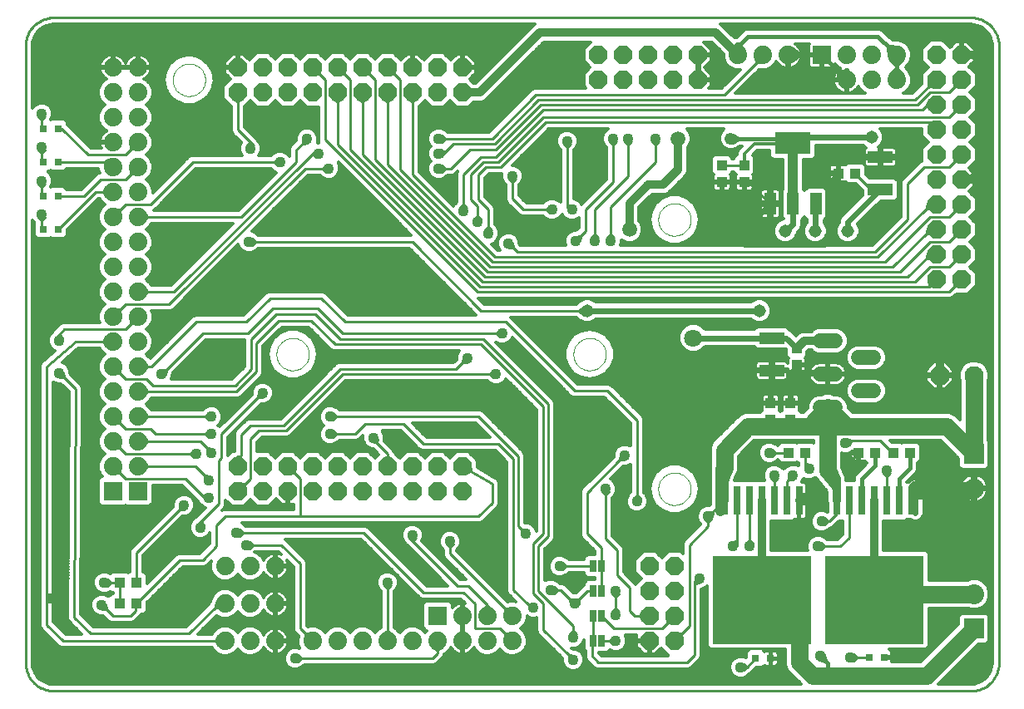
<source format=gtl>
G75*
G70*
%OFA0B0*%
%FSLAX24Y24*%
%IPPOS*%
%LPD*%
%AMOC8*
5,1,8,0,0,1.08239X$1,22.5*
%
%ADD10C,0.0100*%
%ADD11R,0.0315X0.1181*%
%ADD12R,0.3937X0.3543*%
%ADD13R,0.0433X0.0394*%
%ADD14R,0.0315X0.0315*%
%ADD15R,0.0800X0.0800*%
%ADD16C,0.0800*%
%ADD17C,0.0760*%
%ADD18OC8,0.0760*%
%ADD19R,0.0250X0.0500*%
%ADD20OC8,0.0740*%
%ADD21R,0.0740X0.0740*%
%ADD22C,0.0740*%
%ADD23C,0.0594*%
%ADD24R,0.0984X0.0472*%
%ADD25R,0.0394X0.0433*%
%ADD26R,0.0480X0.0880*%
%ADD27R,0.1417X0.0866*%
%ADD28C,0.0000*%
%ADD29C,0.0700*%
%ADD30C,0.0436*%
%ADD31C,0.0160*%
%ADD32C,0.0320*%
%ADD33C,0.0400*%
%ADD34C,0.0240*%
%ADD35C,0.0515*%
%ADD36C,0.0200*%
%ADD37C,0.0827*%
%ADD38C,0.0500*%
%ADD39C,0.0120*%
%ADD40C,0.0594*%
%ADD41C,0.0709*%
%ADD42C,0.0476*%
D10*
X001703Y001279D02*
X001703Y026043D01*
X001705Y026108D01*
X001711Y026173D01*
X001720Y026237D01*
X001733Y026301D01*
X001750Y026364D01*
X001770Y026425D01*
X001794Y026486D01*
X001822Y026545D01*
X001853Y026602D01*
X001887Y026657D01*
X001924Y026711D01*
X001965Y026762D01*
X002008Y026810D01*
X002054Y026856D01*
X002102Y026899D01*
X002153Y026940D01*
X002207Y026977D01*
X002262Y027011D01*
X002319Y027042D01*
X002378Y027070D01*
X002439Y027094D01*
X002500Y027114D01*
X002563Y027131D01*
X002627Y027144D01*
X002691Y027153D01*
X002756Y027159D01*
X002821Y027161D01*
X039585Y027161D01*
X039650Y027159D01*
X039715Y027153D01*
X039779Y027144D01*
X039843Y027131D01*
X039906Y027114D01*
X039967Y027094D01*
X040028Y027070D01*
X040087Y027042D01*
X040144Y027011D01*
X040199Y026977D01*
X040253Y026940D01*
X040304Y026899D01*
X040352Y026856D01*
X040398Y026810D01*
X040441Y026762D01*
X040482Y026711D01*
X040519Y026657D01*
X040553Y026602D01*
X040584Y026545D01*
X040612Y026486D01*
X040636Y026425D01*
X040656Y026364D01*
X040673Y026301D01*
X040686Y026237D01*
X040695Y026173D01*
X040701Y026108D01*
X040703Y026043D01*
X040703Y001279D01*
X040701Y001214D01*
X040695Y001149D01*
X040686Y001085D01*
X040673Y001021D01*
X040656Y000958D01*
X040636Y000897D01*
X040612Y000836D01*
X040584Y000777D01*
X040553Y000720D01*
X040519Y000665D01*
X040482Y000611D01*
X040441Y000560D01*
X040398Y000512D01*
X040352Y000466D01*
X040304Y000423D01*
X040253Y000382D01*
X040199Y000345D01*
X040144Y000311D01*
X040087Y000280D01*
X040028Y000252D01*
X039967Y000228D01*
X039906Y000208D01*
X039843Y000191D01*
X039779Y000178D01*
X039715Y000169D01*
X039650Y000163D01*
X039585Y000161D01*
X002821Y000161D01*
X002756Y000163D01*
X002691Y000169D01*
X002627Y000178D01*
X002563Y000191D01*
X002500Y000208D01*
X002439Y000228D01*
X002378Y000252D01*
X002319Y000280D01*
X002262Y000311D01*
X002207Y000345D01*
X002153Y000382D01*
X002102Y000423D01*
X002054Y000466D01*
X002008Y000512D01*
X001965Y000560D01*
X001924Y000611D01*
X001887Y000665D01*
X001853Y000720D01*
X001822Y000777D01*
X001794Y000836D01*
X001770Y000897D01*
X001750Y000958D01*
X001733Y001021D01*
X001720Y001085D01*
X001711Y001149D01*
X001705Y001214D01*
X001703Y001279D01*
X003203Y002161D02*
X002553Y002811D01*
X002553Y013161D01*
X003703Y014161D01*
X004863Y014161D01*
X005203Y014161D01*
X005703Y014661D02*
X005963Y014921D01*
X006203Y015161D01*
X005703Y014661D02*
X003253Y014661D01*
X003063Y014471D01*
X003185Y014315D01*
X003053Y014211D01*
X002929Y014325D01*
X003063Y014471D01*
X003053Y014461D01*
X003053Y014211D01*
X003221Y012925D02*
X003053Y012911D01*
X003040Y012744D01*
X003237Y012728D01*
X003221Y012925D01*
X003053Y012911D02*
X003237Y012728D01*
X003703Y012261D01*
X003653Y003111D01*
X004303Y002461D01*
X008253Y002461D01*
X009373Y003581D01*
X009453Y003661D01*
X009703Y003661D01*
X009703Y002161D02*
X009363Y002161D01*
X003203Y002161D01*
X004740Y003444D02*
X004753Y003611D01*
X004921Y003625D01*
X004937Y003428D01*
X004740Y003444D01*
X004753Y003611D02*
X004937Y003428D01*
X005203Y003161D01*
X005903Y003161D01*
X006103Y003361D01*
X006103Y003627D01*
X006138Y003661D01*
X007888Y005411D01*
X008803Y005411D01*
X009353Y005961D01*
X009353Y006811D01*
X009703Y007161D01*
X012703Y007161D01*
X019853Y007161D01*
X020403Y007711D01*
X020403Y008461D01*
X019544Y008971D01*
X019203Y009161D01*
X020653Y010061D02*
X017653Y010061D01*
X016853Y010861D01*
X015303Y010861D01*
X014903Y010461D01*
X014163Y010461D01*
X014012Y010333D01*
X013903Y010461D01*
X014012Y010589D01*
X014163Y010461D01*
X014012Y010333D01*
X013903Y010461D01*
X014012Y010589D01*
X013903Y010461D01*
X014012Y010333D01*
X014163Y010461D01*
X014163Y010461D01*
X014012Y010589D01*
X014163Y010461D01*
X014163Y010461D01*
X013903Y010461D01*
X014012Y011033D02*
X013903Y011161D01*
X014012Y011289D01*
X014163Y011161D01*
X014012Y011033D01*
X013903Y011161D01*
X014012Y011289D01*
X013903Y011161D01*
X014012Y011033D01*
X014163Y011161D01*
X014012Y011033D01*
X013903Y011161D02*
X014163Y011161D01*
X014163Y011161D01*
X014012Y011289D01*
X014163Y011161D01*
X019853Y011161D01*
X021453Y009561D01*
X021453Y006761D01*
X021570Y006645D01*
X021767Y006629D01*
X021753Y006461D01*
X021586Y006448D01*
X021570Y006645D01*
X021753Y006461D01*
X022053Y006061D02*
X022453Y006461D01*
X022453Y011561D01*
X019953Y014061D01*
X014103Y014061D01*
X013153Y015011D01*
X011853Y015011D01*
X010953Y014111D01*
X010953Y012961D01*
X010153Y012161D01*
X006543Y012161D01*
X006203Y012161D01*
X006553Y012661D02*
X006803Y012411D01*
X010103Y012411D01*
X010753Y013061D01*
X010753Y014261D01*
X011753Y015261D01*
X013303Y015261D01*
X014303Y014261D01*
X020053Y014261D01*
X022653Y011661D01*
X022653Y006361D01*
X022253Y005961D01*
X022253Y004161D01*
X023653Y002761D01*
X023653Y002571D01*
X023781Y002420D01*
X023653Y002311D01*
X023781Y002420D01*
X023653Y002311D01*
X023525Y002420D01*
X023653Y002311D01*
X023525Y002420D01*
X023653Y002571D01*
X023525Y002420D01*
X023653Y002571D01*
X023653Y002571D01*
X023781Y002420D01*
X023653Y002571D01*
X023653Y002311D01*
X023653Y002571D02*
X023653Y002571D01*
X024403Y002138D02*
X024426Y002161D01*
X024426Y003161D01*
X024780Y003161D02*
X025280Y002661D01*
X027203Y002661D01*
X027463Y002921D01*
X027703Y003161D01*
X028303Y002761D02*
X028303Y006011D01*
X029053Y006761D01*
X029053Y006901D01*
X029053Y006901D01*
X029181Y007052D01*
X029053Y007161D01*
X029221Y007148D01*
X029237Y007345D01*
X029040Y007329D01*
X029053Y007161D01*
X028925Y007052D01*
X029053Y007161D01*
X028925Y007052D01*
X029053Y006901D01*
X029053Y006901D01*
X028925Y007052D01*
X029053Y006901D01*
X029181Y007052D01*
X029053Y007161D01*
X029181Y007052D01*
X029053Y006901D01*
X029053Y007161D01*
X029237Y007345D01*
X029453Y007561D01*
X029453Y007661D01*
X029578Y007786D01*
X029703Y007786D01*
X029453Y007661D02*
X029403Y007661D01*
X030203Y007786D02*
X030203Y006173D01*
X030221Y005976D01*
X030053Y005961D01*
X030011Y006124D01*
X030203Y006173D01*
X030203Y006111D01*
X030053Y005961D01*
X030575Y006070D02*
X030703Y005961D01*
X030831Y006070D01*
X030703Y005961D01*
X030575Y006070D01*
X030703Y006221D01*
X030831Y006070D01*
X030703Y005961D01*
X030575Y006070D01*
X030703Y006221D01*
X030575Y006070D01*
X030703Y005961D02*
X030703Y006221D01*
X030703Y006221D01*
X030831Y006070D01*
X030703Y006221D01*
X030703Y007786D01*
X031703Y007786D02*
X031703Y008551D01*
X031703Y008551D01*
X031831Y008702D01*
X031703Y008811D01*
X031575Y008702D01*
X031703Y008811D01*
X031575Y008702D01*
X031703Y008551D01*
X031703Y008551D01*
X031575Y008702D01*
X031703Y008551D01*
X031831Y008702D01*
X031703Y008811D01*
X031831Y008702D01*
X031703Y008551D01*
X031703Y008811D01*
X032203Y008561D02*
X032203Y007786D01*
X032203Y008561D02*
X032270Y008628D01*
X032286Y008825D01*
X032453Y008811D01*
X032467Y008644D01*
X032270Y008628D01*
X032453Y008811D01*
X032935Y009064D02*
X033103Y009061D01*
X033133Y009227D01*
X032938Y009262D01*
X032935Y009064D01*
X032938Y009227D02*
X033103Y009061D01*
X032938Y009227D02*
X032938Y009262D01*
X032938Y009711D01*
X032269Y009711D02*
X031763Y009711D01*
X031612Y009583D01*
X031503Y009711D01*
X031612Y009839D01*
X031763Y009711D01*
X031612Y009583D01*
X031503Y009711D01*
X031612Y009839D01*
X031503Y009711D01*
X031612Y009583D01*
X031763Y009711D01*
X031763Y009711D01*
X031612Y009839D01*
X031763Y009711D01*
X031763Y009711D01*
X031503Y009711D01*
X034103Y009161D02*
X034303Y008661D01*
X034662Y009383D02*
X034553Y009511D01*
X034662Y009639D01*
X034813Y009511D01*
X034662Y009383D01*
X034553Y009511D01*
X034662Y009639D01*
X034553Y009511D01*
X034662Y009383D01*
X034813Y009511D01*
X034662Y009383D01*
X034553Y009511D02*
X034813Y009511D01*
X034813Y009511D01*
X034662Y009639D01*
X034813Y009511D01*
X034869Y009511D01*
X035069Y009711D01*
X034813Y009511D02*
X034813Y009511D01*
X034703Y010035D02*
X034553Y010111D01*
X034604Y010271D01*
X034793Y010211D01*
X034703Y010035D01*
X034553Y010111D02*
X034653Y010211D01*
X034793Y010211D01*
X035953Y010211D01*
X036453Y009711D01*
X036469Y009711D01*
X036203Y009011D02*
X036075Y008902D01*
X036203Y009011D01*
X036331Y008902D01*
X036203Y008751D01*
X036203Y008751D01*
X036331Y008902D01*
X036203Y009011D01*
X036075Y008902D01*
X036203Y008751D01*
X036203Y007786D01*
X036203Y008751D02*
X036203Y008751D01*
X036075Y008902D01*
X036203Y008751D01*
X036331Y008902D01*
X036203Y009011D01*
X036203Y008751D01*
X037203Y007786D02*
X037403Y007986D01*
X034703Y007786D02*
X034703Y006311D01*
X034353Y005961D01*
X033713Y005961D01*
X033562Y005833D01*
X033453Y005961D01*
X033562Y006089D01*
X033713Y005961D01*
X033562Y005833D01*
X033453Y005961D01*
X033562Y006089D01*
X033453Y005961D01*
X033562Y005833D01*
X033713Y005961D01*
X033713Y005961D01*
X033562Y006089D01*
X033713Y005961D01*
X033713Y005961D01*
X033453Y005961D01*
X033712Y006833D02*
X033603Y006961D01*
X033712Y007089D01*
X033863Y006961D01*
X033712Y006833D01*
X033603Y006961D01*
X033712Y007089D01*
X033603Y006961D01*
X033712Y006833D01*
X033863Y006961D01*
X033712Y006833D01*
X033603Y006961D02*
X033863Y006961D01*
X033863Y006961D01*
X033712Y007089D01*
X033863Y006961D01*
X033863Y006961D01*
X033903Y006961D01*
X034203Y007261D01*
X034203Y007786D01*
X030703Y006221D02*
X030703Y006221D01*
X028703Y004661D02*
X028536Y004675D01*
X028520Y004478D01*
X028717Y004494D01*
X028703Y004661D01*
X028520Y004478D01*
X028503Y004461D01*
X028503Y001611D01*
X028203Y001311D01*
X024653Y001311D01*
X024403Y001561D01*
X024403Y002138D01*
X024780Y002161D02*
X025093Y002161D01*
X025245Y002289D01*
X025353Y002161D01*
X025245Y002289D01*
X025093Y002161D01*
X025245Y002033D01*
X025353Y002161D01*
X025245Y002033D01*
X025093Y002161D01*
X025244Y002289D01*
X025353Y002161D01*
X025244Y002033D01*
X025093Y002161D01*
X025093Y002161D01*
X025353Y002161D01*
X025093Y002161D02*
X025093Y002161D01*
X023667Y001579D02*
X023653Y001411D01*
X023486Y001398D01*
X023470Y001595D01*
X023667Y001579D01*
X023653Y001411D02*
X023470Y001595D01*
X022453Y002611D01*
X022453Y003661D01*
X022053Y004061D01*
X022053Y006061D01*
X023103Y005161D02*
X023212Y005289D01*
X023363Y005161D01*
X023212Y005033D01*
X023103Y005161D01*
X023212Y005033D01*
X023363Y005161D01*
X023212Y005033D01*
X023103Y005161D01*
X023212Y005289D01*
X023103Y005161D01*
X023363Y005161D01*
X023363Y005161D01*
X023212Y005289D01*
X023363Y005161D01*
X024426Y005161D01*
X024780Y005161D02*
X024780Y005884D01*
X024203Y006461D01*
X024203Y008111D01*
X025520Y009428D01*
X025536Y009625D01*
X025703Y009611D01*
X025717Y009444D01*
X025520Y009428D01*
X025703Y009611D01*
X026203Y011011D02*
X025003Y012211D01*
X023703Y012211D01*
X020953Y014961D01*
X014503Y014961D01*
X013553Y015911D01*
X011503Y015911D01*
X010553Y014961D01*
X008553Y014961D01*
X006753Y013161D01*
X006543Y013161D01*
X006203Y013161D01*
X006553Y012661D02*
X005703Y012661D01*
X005444Y012921D01*
X005203Y013161D01*
X007140Y013029D02*
X007153Y012861D01*
X007321Y012848D01*
X007337Y013045D01*
X007140Y013029D01*
X007153Y012861D02*
X007337Y013045D01*
X008803Y014511D01*
X010603Y014511D01*
X011603Y015511D01*
X013403Y015511D01*
X014403Y014511D01*
X020543Y014511D01*
X020695Y014639D01*
X020803Y014511D01*
X020695Y014639D01*
X020543Y014511D01*
X020695Y014383D01*
X020803Y014511D01*
X020695Y014383D01*
X020543Y014511D01*
X020694Y014639D01*
X020803Y014511D01*
X020694Y014383D01*
X020543Y014511D01*
X020543Y014511D01*
X020803Y014511D01*
X020543Y014511D02*
X020543Y014511D01*
X019953Y015411D02*
X023857Y015411D01*
X024079Y015577D01*
X024203Y015411D01*
X024079Y015245D01*
X023857Y015411D01*
X024079Y015245D01*
X024203Y015411D01*
X024079Y015577D01*
X023857Y015411D01*
X024079Y015245D01*
X024203Y015411D01*
X024079Y015577D01*
X023857Y015411D01*
X023857Y015411D01*
X023857Y015411D01*
X024203Y015411D01*
X022103Y013211D02*
X023870Y011445D01*
X024067Y011429D01*
X024053Y011261D01*
X023886Y011248D01*
X023870Y011445D01*
X024053Y011261D01*
X026203Y011011D02*
X026203Y008021D01*
X026331Y007870D01*
X026203Y007761D01*
X026331Y007870D01*
X026203Y007761D01*
X026075Y007870D01*
X026203Y007761D01*
X026075Y007870D01*
X026203Y008021D01*
X026075Y007870D01*
X026203Y008021D01*
X026203Y008021D01*
X026331Y007870D01*
X026203Y008021D01*
X026203Y007761D01*
X026203Y008021D02*
X026203Y008021D01*
X025081Y008152D02*
X024953Y008261D01*
X024825Y008152D01*
X024953Y008261D01*
X025081Y008152D01*
X024953Y008001D01*
X024953Y008001D01*
X025081Y008152D01*
X024953Y008261D01*
X024825Y008152D01*
X024953Y008001D01*
X024953Y008001D01*
X024953Y006261D01*
X025403Y005811D01*
X025403Y004811D01*
X025903Y004311D01*
X025903Y003361D01*
X026103Y003161D01*
X026363Y003161D01*
X026703Y003161D01*
X025481Y003320D02*
X025353Y003211D01*
X025225Y003320D01*
X025353Y003211D01*
X025481Y003320D01*
X025353Y003471D01*
X025225Y003320D01*
X025353Y003471D01*
X025225Y003320D01*
X025353Y003211D01*
X025481Y003320D01*
X025353Y003471D01*
X025353Y003471D01*
X025481Y003320D01*
X025353Y003211D02*
X025353Y003471D01*
X025353Y003901D01*
X025353Y003901D01*
X025481Y004052D01*
X025353Y004161D01*
X025225Y004052D01*
X025353Y004161D01*
X025225Y004052D01*
X025353Y003901D01*
X025353Y003901D01*
X025225Y004052D01*
X025353Y003901D01*
X025481Y004052D01*
X025353Y004161D01*
X025481Y004052D01*
X025353Y003901D01*
X025353Y004161D01*
X024780Y004161D02*
X024780Y005161D01*
X024426Y004161D02*
X024203Y004161D01*
X023887Y003845D01*
X023871Y003648D01*
X023703Y003661D01*
X023717Y003829D01*
X023520Y003845D01*
X023536Y003648D01*
X023703Y003661D01*
X023690Y003829D01*
X023887Y003845D01*
X023703Y003661D01*
X023520Y003845D01*
X023153Y004211D01*
X023013Y004211D01*
X022862Y004083D01*
X022753Y004211D01*
X022862Y004339D01*
X023013Y004211D01*
X022862Y004083D01*
X022753Y004211D01*
X022862Y004339D01*
X022753Y004211D01*
X022862Y004083D01*
X023013Y004211D01*
X023013Y004211D01*
X022862Y004339D01*
X023013Y004211D01*
X023013Y004211D01*
X022753Y004211D01*
X022021Y003676D02*
X022053Y003511D01*
X021896Y003452D01*
X021826Y003638D01*
X022021Y003676D01*
X022053Y003511D02*
X021953Y003511D01*
X021826Y003638D01*
X021253Y004211D01*
X021253Y009461D01*
X020653Y010061D01*
X020445Y012733D02*
X020553Y012861D01*
X020445Y012989D01*
X020553Y012861D01*
X020445Y012733D01*
X020293Y012861D01*
X020445Y012989D01*
X020293Y012861D01*
X020445Y012733D01*
X020444Y012733D02*
X020553Y012861D01*
X020444Y012989D01*
X020293Y012861D01*
X020444Y012733D01*
X020553Y012861D02*
X020293Y012861D01*
X020293Y012861D01*
X020293Y012861D01*
X014403Y012861D01*
X012153Y010611D01*
X011053Y010611D01*
X010703Y010261D01*
X010703Y008661D01*
X010444Y008402D01*
X010203Y008161D01*
X009453Y007661D02*
X009453Y009411D01*
X009553Y009511D01*
X009553Y010461D01*
X011020Y011928D01*
X011036Y012125D01*
X011203Y012111D01*
X011217Y011944D01*
X011020Y011928D01*
X011203Y012111D01*
X010703Y010811D02*
X010341Y010449D01*
X010341Y009599D01*
X010241Y009499D01*
X010203Y009461D01*
X010203Y009161D01*
X009153Y009711D02*
X009167Y009879D01*
X008970Y009895D01*
X008986Y009698D01*
X009153Y009711D01*
X008970Y009895D01*
X008703Y010161D01*
X006543Y010161D01*
X006203Y010161D01*
X005703Y010661D02*
X006703Y010661D01*
X006903Y010461D01*
X008893Y010461D01*
X009045Y010589D01*
X009153Y010461D01*
X009045Y010589D01*
X008893Y010461D01*
X009045Y010333D01*
X009153Y010461D01*
X009045Y010333D01*
X008893Y010461D01*
X009044Y010589D01*
X009153Y010461D01*
X009044Y010333D01*
X008893Y010461D01*
X008893Y010461D01*
X009153Y010461D01*
X008893Y010461D02*
X008893Y010461D01*
X009045Y011033D02*
X009153Y011161D01*
X009045Y011289D01*
X009153Y011161D01*
X009045Y011033D01*
X008893Y011161D01*
X009045Y011289D01*
X008893Y011161D01*
X009045Y011033D01*
X009044Y011033D02*
X009153Y011161D01*
X009044Y011289D01*
X008893Y011161D01*
X009044Y011033D01*
X009153Y011161D02*
X008893Y011161D01*
X008893Y011161D01*
X008893Y011161D01*
X006543Y011161D01*
X006203Y011161D01*
X005703Y010661D02*
X005444Y010921D01*
X005203Y011161D01*
X005203Y010161D02*
X005444Y009921D01*
X005703Y009661D01*
X008293Y009661D01*
X008445Y009789D01*
X008553Y009661D01*
X008445Y009789D01*
X008293Y009661D01*
X008445Y009533D01*
X008553Y009661D01*
X008445Y009533D01*
X008293Y009661D01*
X008444Y009789D01*
X008553Y009661D01*
X008444Y009533D01*
X008293Y009661D01*
X008293Y009661D01*
X008553Y009661D01*
X008293Y009661D02*
X008293Y009661D01*
X008503Y009161D02*
X008870Y008795D01*
X009067Y008779D01*
X009053Y008611D01*
X008886Y008598D01*
X008870Y008795D01*
X009053Y008611D01*
X008972Y008058D02*
X009053Y007911D01*
X008921Y007807D01*
X008799Y007963D01*
X008972Y008058D01*
X008971Y008058D02*
X009053Y007911D01*
X008969Y008057D01*
X008798Y007958D01*
X008923Y007804D01*
X009053Y007911D01*
X008922Y007806D01*
X008921Y007807D01*
X008798Y007960D01*
X008969Y008057D01*
X008971Y008058D01*
X009044Y008039D02*
X009053Y007911D01*
X008994Y007783D01*
X008798Y007958D01*
X008793Y007961D01*
X008093Y008661D01*
X005703Y008661D01*
X005444Y008921D01*
X005203Y009161D01*
X006203Y009161D02*
X006543Y009161D01*
X008503Y009161D01*
X008799Y007963D02*
X009044Y008039D01*
X009053Y007911D02*
X008798Y007960D01*
X008793Y007961D01*
X008799Y007963D01*
X009453Y007661D02*
X008757Y006965D01*
X008851Y006791D01*
X008703Y006711D01*
X008601Y006844D01*
X008703Y006711D01*
X008851Y006791D01*
X008757Y006965D01*
X008601Y006844D01*
X008757Y006965D01*
X008601Y006844D01*
X008703Y006911D02*
X008703Y006711D01*
X008851Y006791D01*
X008757Y006965D01*
X008757Y006965D01*
X008703Y006911D01*
X008757Y006965D02*
X008757Y006965D01*
X008067Y007444D02*
X008053Y007611D01*
X007886Y007625D01*
X007870Y007428D01*
X008067Y007444D01*
X008053Y007611D02*
X007870Y007428D01*
X006138Y005696D01*
X006138Y004511D01*
X005469Y004511D02*
X005469Y003661D01*
X005469Y004511D02*
X005113Y004511D01*
X004962Y004383D01*
X004853Y004511D01*
X004962Y004639D01*
X005113Y004511D01*
X004962Y004383D01*
X004853Y004511D01*
X004962Y004639D01*
X004853Y004511D01*
X004962Y004383D01*
X005113Y004511D01*
X005113Y004511D01*
X004962Y004639D01*
X005113Y004511D01*
X004853Y004511D01*
X005113Y004511D02*
X005113Y004511D01*
X010153Y006511D02*
X010262Y006383D01*
X010413Y006511D01*
X010262Y006639D01*
X010153Y006511D01*
X010262Y006383D01*
X010413Y006511D01*
X010262Y006383D01*
X010153Y006511D01*
X010262Y006639D01*
X010153Y006511D01*
X010413Y006511D01*
X010413Y006511D01*
X010262Y006639D01*
X010413Y006511D01*
X015253Y006511D01*
X017653Y004111D01*
X019253Y004111D01*
X019703Y003661D01*
X019703Y002661D01*
X020703Y002661D01*
X020963Y002402D01*
X021203Y002161D01*
X021203Y003161D02*
X020963Y003402D01*
X018703Y005661D01*
X018703Y005901D01*
X018703Y005901D01*
X018831Y006052D01*
X018703Y006161D01*
X018575Y006052D01*
X018703Y006161D01*
X018575Y006052D01*
X018703Y005901D01*
X018703Y005901D01*
X018575Y006052D01*
X018703Y005901D01*
X018831Y006052D01*
X018703Y006161D01*
X018831Y006052D01*
X018703Y005901D01*
X018703Y006161D01*
X017335Y006307D02*
X017203Y006411D01*
X017079Y006298D01*
X017213Y006152D01*
X017335Y006307D01*
X017203Y006411D02*
X017203Y006161D01*
X017213Y006152D01*
X019003Y004361D01*
X019453Y004361D01*
X020203Y003611D01*
X020203Y003501D01*
X020203Y003161D01*
X018203Y002161D02*
X018203Y001821D01*
X018203Y001661D01*
X018003Y001461D01*
X012763Y001461D01*
X012612Y001333D01*
X012503Y001461D01*
X012612Y001589D01*
X012763Y001461D01*
X012612Y001333D01*
X012503Y001461D01*
X012612Y001589D01*
X012503Y001461D01*
X012612Y001333D01*
X012763Y001461D01*
X012763Y001461D01*
X012612Y001589D01*
X012763Y001461D01*
X012763Y001461D01*
X012503Y001461D01*
X013203Y002161D02*
X012963Y002402D01*
X012703Y002661D01*
X012703Y005261D01*
X011953Y006011D01*
X010813Y006011D01*
X010662Y005883D01*
X010553Y006011D01*
X010662Y006139D01*
X010813Y006011D01*
X010662Y005883D01*
X010553Y006011D01*
X010662Y006139D01*
X010553Y006011D01*
X010662Y005883D01*
X010813Y006011D01*
X010813Y006011D01*
X010662Y006139D01*
X010813Y006011D01*
X010813Y006011D01*
X010553Y006011D01*
X010413Y006511D02*
X010413Y006511D01*
X012703Y007161D02*
X012703Y008661D01*
X012444Y008921D01*
X012203Y009161D01*
X012053Y010811D02*
X010703Y010811D01*
X012053Y010811D02*
X014303Y013061D01*
X018953Y013061D01*
X019220Y013328D01*
X019236Y013525D01*
X019403Y013511D01*
X019417Y013344D01*
X019220Y013328D01*
X019403Y013511D01*
X021803Y013211D02*
X021912Y013083D01*
X022063Y013211D01*
X021912Y013339D01*
X021803Y013211D01*
X022063Y013211D01*
X022103Y013211D01*
X019953Y015411D02*
X017203Y018161D01*
X010913Y018161D01*
X010762Y018033D01*
X010653Y018161D01*
X010762Y018289D01*
X010913Y018161D01*
X010762Y018033D01*
X010653Y018161D01*
X010762Y018289D01*
X010653Y018161D01*
X010762Y018033D01*
X010913Y018161D01*
X010913Y018161D01*
X010762Y018289D01*
X010913Y018161D01*
X010653Y018161D01*
X010913Y018161D02*
X010913Y018161D01*
X010353Y019161D02*
X006543Y019161D01*
X006203Y019161D01*
X005703Y019661D02*
X006703Y019661D01*
X008403Y021361D01*
X011643Y021361D01*
X011795Y021489D01*
X011903Y021361D01*
X011795Y021489D01*
X011643Y021361D01*
X011795Y021233D01*
X011903Y021361D01*
X011795Y021233D01*
X011643Y021361D01*
X011794Y021489D01*
X011903Y021361D01*
X011794Y021233D01*
X011643Y021361D01*
X011643Y021361D01*
X011903Y021361D01*
X011643Y021361D02*
X011643Y021361D01*
X012553Y021361D02*
X012553Y021861D01*
X012795Y022103D01*
X012811Y022300D01*
X012978Y022286D01*
X012992Y022119D01*
X012795Y022103D01*
X012978Y022286D01*
X013340Y021835D02*
X013453Y021711D01*
X013349Y021579D01*
X013194Y021702D01*
X013340Y021835D01*
X013453Y021711D02*
X013203Y021711D01*
X013194Y021702D01*
X007653Y016161D01*
X006543Y016161D01*
X006203Y016161D01*
X005703Y015661D02*
X007453Y015661D01*
X012903Y021111D01*
X013593Y021111D01*
X013745Y021239D01*
X013853Y021111D01*
X013745Y021239D01*
X013593Y021111D01*
X013745Y020983D01*
X013853Y021111D01*
X013745Y020983D01*
X013593Y021111D01*
X013744Y021239D01*
X013853Y021111D01*
X013744Y020983D01*
X013593Y021111D01*
X013593Y021111D01*
X013853Y021111D01*
X013593Y021111D02*
X013593Y021111D01*
X014703Y021861D02*
X014703Y024661D01*
X014444Y024921D01*
X014203Y025161D01*
X013703Y024661D02*
X013444Y024921D01*
X013203Y025161D01*
X013703Y024661D02*
X013703Y022261D01*
X019803Y016161D01*
X038703Y016161D01*
X038963Y016421D01*
X039203Y016661D01*
X038703Y017161D02*
X037953Y017161D01*
X037353Y016561D01*
X020003Y016561D01*
X014703Y021861D01*
X014203Y022061D02*
X014203Y023821D01*
X014203Y024161D01*
X015203Y024161D02*
X015203Y023821D01*
X015203Y021661D01*
X020103Y016761D01*
X037053Y016761D01*
X037873Y017581D01*
X037953Y017661D01*
X038203Y017661D01*
X037953Y018161D02*
X038703Y018161D01*
X038963Y018421D01*
X039203Y018661D01*
X038703Y019161D02*
X037953Y019161D01*
X036153Y017361D01*
X020403Y017361D01*
X016703Y021061D01*
X016703Y024661D01*
X016444Y024921D01*
X016203Y025161D01*
X015703Y024661D02*
X015444Y024921D01*
X015203Y025161D01*
X015703Y024661D02*
X015703Y021461D01*
X020203Y016961D01*
X036753Y016961D01*
X037953Y018161D01*
X037873Y018581D02*
X037953Y018661D01*
X038203Y018661D01*
X037873Y018581D02*
X036453Y017161D01*
X020303Y017161D01*
X016203Y021261D01*
X016203Y023821D01*
X016203Y024161D01*
X017203Y024161D02*
X017203Y023821D01*
X017203Y020861D01*
X020503Y017561D01*
X035853Y017561D01*
X037873Y019581D01*
X037953Y019661D01*
X038203Y019661D01*
X038703Y019161D02*
X038963Y019421D01*
X039203Y019661D01*
X038703Y021161D02*
X037703Y021161D01*
X037053Y020511D01*
X037053Y019061D01*
X035753Y017761D01*
X021403Y017761D01*
X021237Y017928D01*
X021040Y017944D01*
X021053Y018111D01*
X021221Y018125D01*
X021237Y017928D01*
X021053Y018111D01*
X020381Y018620D02*
X020253Y018511D01*
X020125Y018620D01*
X020253Y018511D01*
X020381Y018620D01*
X020253Y018771D01*
X020125Y018620D01*
X020253Y018771D01*
X020125Y018620D01*
X020253Y018511D01*
X020381Y018620D01*
X020253Y018771D01*
X020253Y018771D01*
X020381Y018620D01*
X020253Y018511D02*
X020253Y018771D01*
X020253Y019461D01*
X019853Y019861D01*
X019853Y020861D01*
X020153Y021161D01*
X020753Y021161D01*
X022553Y022961D01*
X037903Y022961D01*
X037963Y022902D01*
X038203Y022661D01*
X038703Y023161D02*
X022453Y023161D01*
X020653Y021361D01*
X020053Y021361D01*
X019553Y020861D01*
X019553Y019861D01*
X019803Y019611D01*
X019803Y019221D01*
X019931Y019070D01*
X019803Y018961D01*
X019931Y019070D01*
X019803Y018961D01*
X019675Y019070D01*
X019803Y018961D01*
X019675Y019070D01*
X019803Y019221D01*
X019675Y019070D01*
X019803Y019221D01*
X019803Y019221D01*
X019931Y019070D01*
X019803Y019221D01*
X019803Y019221D01*
X019803Y018961D01*
X020253Y018771D02*
X020253Y018771D01*
X020836Y019198D02*
X021003Y019211D01*
X021017Y019379D01*
X020820Y019395D01*
X020836Y019198D01*
X021003Y019211D02*
X020820Y019395D01*
X020453Y019761D01*
X020453Y020401D01*
X020453Y020401D01*
X020581Y020552D01*
X020453Y020661D01*
X020325Y020552D01*
X020453Y020661D01*
X020325Y020552D01*
X020453Y020401D01*
X020453Y020401D01*
X020325Y020552D01*
X020453Y020401D01*
X020581Y020552D01*
X020453Y020661D01*
X020581Y020552D01*
X020453Y020401D01*
X020453Y020661D01*
X021075Y020702D02*
X021203Y020811D01*
X021331Y020702D01*
X021203Y020551D01*
X021203Y020551D01*
X021331Y020702D01*
X021203Y020811D01*
X021075Y020702D01*
X021203Y020811D01*
X021331Y020702D01*
X021203Y020551D01*
X021203Y020551D01*
X021203Y019911D01*
X021653Y019461D01*
X022543Y019461D01*
X022695Y019589D01*
X022803Y019461D01*
X022695Y019589D01*
X022543Y019461D01*
X022695Y019333D01*
X022803Y019461D01*
X022695Y019333D01*
X022543Y019461D01*
X022694Y019589D01*
X022803Y019461D01*
X022694Y019333D01*
X022543Y019461D01*
X022543Y019461D01*
X022803Y019461D01*
X022543Y019461D02*
X022543Y019461D01*
X023403Y019661D02*
X023420Y019645D01*
X023617Y019629D01*
X023603Y019461D01*
X023436Y019448D01*
X023420Y019645D01*
X023603Y019461D01*
X023403Y019661D02*
X023403Y021951D01*
X023403Y021951D01*
X023531Y022102D01*
X023403Y022211D01*
X023275Y022102D01*
X023403Y022211D01*
X023275Y022102D01*
X023403Y021951D01*
X023403Y021951D01*
X023275Y022102D01*
X023403Y021951D01*
X023531Y022102D01*
X023403Y022211D01*
X023531Y022102D01*
X023403Y021951D01*
X023403Y022211D01*
X022453Y023461D02*
X020553Y021561D01*
X019953Y021561D01*
X019253Y020861D01*
X019253Y019671D01*
X019381Y019520D01*
X019253Y019411D01*
X019381Y019520D01*
X019253Y019411D01*
X019125Y019520D01*
X019253Y019411D01*
X019125Y019520D01*
X019253Y019671D01*
X019125Y019520D01*
X019253Y019671D01*
X019253Y019671D01*
X019381Y019520D01*
X019253Y019671D01*
X019253Y019671D01*
X019253Y019411D01*
X021075Y020702D02*
X021203Y020551D01*
X021075Y020702D01*
X021203Y020551D01*
X021203Y020811D01*
X020553Y021861D02*
X022353Y023661D01*
X037453Y023661D01*
X037953Y024161D01*
X038703Y024161D01*
X038963Y024421D01*
X039203Y024661D01*
X038203Y024661D02*
X038153Y024661D01*
X037939Y024447D01*
X037353Y023861D01*
X022253Y023861D01*
X020503Y022111D01*
X018853Y022111D01*
X018507Y021765D01*
X018386Y021609D01*
X018253Y021711D01*
X018333Y021859D01*
X018507Y021765D01*
X018386Y021609D01*
X018253Y021711D01*
X018333Y021859D01*
X018333Y021859D01*
X018507Y021765D01*
X018507Y021765D01*
X018453Y021711D01*
X018253Y021711D01*
X018333Y021859D01*
X018507Y021765D01*
X018386Y021609D01*
X018507Y021765D02*
X018507Y021765D01*
X018362Y022183D02*
X018253Y022311D01*
X018362Y022439D01*
X018513Y022311D01*
X018362Y022183D01*
X018253Y022311D01*
X018362Y022439D01*
X018253Y022311D01*
X018362Y022183D01*
X018513Y022311D01*
X018362Y022183D01*
X018253Y022311D02*
X018513Y022311D01*
X018513Y022311D01*
X018362Y022439D01*
X018513Y022311D01*
X020403Y022311D01*
X022153Y024061D01*
X029703Y024061D01*
X031039Y025397D01*
X031253Y025611D01*
X031253Y025661D01*
X027081Y022202D02*
X026953Y022311D01*
X026825Y022202D01*
X026953Y022311D01*
X027081Y022202D01*
X026953Y022051D01*
X026953Y022051D01*
X027081Y022202D01*
X026953Y022311D01*
X026825Y022202D01*
X026953Y022051D01*
X026953Y022051D01*
X026953Y021361D01*
X025153Y019561D01*
X025153Y018471D01*
X025281Y018320D01*
X025153Y018211D01*
X025281Y018320D01*
X025153Y018211D01*
X025025Y018320D01*
X025153Y018211D01*
X025025Y018320D01*
X025153Y018471D01*
X025025Y018320D01*
X025153Y018471D01*
X025153Y018471D01*
X025281Y018320D01*
X025153Y018471D01*
X025153Y018471D01*
X025153Y018211D01*
X024631Y018320D02*
X024503Y018211D01*
X024375Y018320D01*
X024503Y018211D01*
X024631Y018320D01*
X024503Y018471D01*
X024375Y018320D01*
X024503Y018471D01*
X024375Y018320D01*
X024503Y018211D01*
X024631Y018320D01*
X024503Y018471D01*
X024503Y018471D01*
X024631Y018320D01*
X024503Y018211D02*
X024503Y018471D01*
X024503Y019461D01*
X025853Y020811D01*
X025853Y022051D01*
X025853Y022051D01*
X025981Y022202D01*
X025853Y022311D01*
X025725Y022202D01*
X025853Y022311D01*
X025725Y022202D01*
X025853Y022051D01*
X025853Y022051D01*
X025725Y022202D01*
X025853Y022051D01*
X025981Y022202D01*
X025853Y022311D01*
X025981Y022202D01*
X025853Y022051D01*
X025853Y022311D01*
X025381Y022202D02*
X025253Y022051D01*
X025253Y022051D01*
X025381Y022202D01*
X025253Y022311D01*
X025125Y022202D01*
X025253Y022311D01*
X025125Y022202D01*
X025253Y022051D01*
X025253Y022051D01*
X025253Y020561D01*
X024153Y019461D01*
X024153Y018611D01*
X023937Y018395D01*
X023921Y018198D01*
X023753Y018211D01*
X023740Y018379D01*
X023937Y018395D01*
X023753Y018211D01*
X024503Y018471D02*
X024503Y018471D01*
X019903Y016361D02*
X014203Y022061D01*
X012553Y021361D02*
X010353Y019161D01*
X010703Y021911D02*
X010831Y022020D01*
X010703Y021911D01*
X010575Y022020D01*
X010703Y021911D01*
X010831Y022020D01*
X010703Y022171D01*
X010575Y022020D01*
X010703Y022171D01*
X010575Y022020D01*
X010703Y021911D01*
X010703Y022171D01*
X010703Y022171D01*
X010831Y022020D01*
X010703Y022171D01*
X010203Y022671D01*
X010203Y023821D01*
X010203Y024161D01*
X010703Y022171D02*
X010703Y022171D01*
X006203Y022161D02*
X005963Y021921D01*
X005703Y021661D01*
X004203Y021661D01*
X003153Y022711D01*
X002999Y022711D01*
X002481Y023202D02*
X002353Y023311D01*
X002225Y023202D01*
X002353Y023311D01*
X002481Y023202D01*
X002353Y023051D01*
X002353Y023051D01*
X002481Y023202D01*
X002353Y023311D01*
X002225Y023202D01*
X002353Y023051D01*
X002353Y023051D01*
X002353Y022766D01*
X002408Y022711D01*
X002353Y023051D02*
X002225Y023202D01*
X002353Y023051D01*
X002481Y023202D01*
X002353Y023311D02*
X002353Y023051D01*
X002353Y021961D02*
X002225Y021852D01*
X002353Y021961D01*
X002481Y021852D01*
X002353Y021701D01*
X002353Y021701D01*
X002481Y021852D01*
X002353Y021961D01*
X002225Y021852D01*
X002353Y021701D01*
X002353Y021701D01*
X002353Y021416D01*
X002408Y021361D01*
X002353Y021701D02*
X002225Y021852D01*
X002353Y021701D01*
X002481Y021852D01*
X002353Y021961D01*
X002353Y021701D01*
X002999Y021361D02*
X004928Y021361D01*
X005003Y021361D01*
X005203Y021161D01*
X004703Y020661D02*
X005703Y020661D01*
X005963Y020921D01*
X006203Y021161D01*
X005203Y020161D02*
X004863Y020161D01*
X004499Y020161D01*
X002999Y018661D01*
X002408Y018661D02*
X002353Y018716D01*
X002353Y019001D01*
X002353Y019001D01*
X002481Y019152D01*
X002353Y019261D01*
X002225Y019152D01*
X002353Y019261D01*
X002225Y019152D01*
X002353Y019001D01*
X002353Y019001D01*
X002225Y019152D01*
X002353Y019001D01*
X002481Y019152D01*
X002353Y019261D01*
X002481Y019152D01*
X002353Y019001D01*
X002353Y019261D01*
X002408Y020011D02*
X002353Y020066D01*
X002353Y020351D01*
X002353Y020351D01*
X002481Y020502D01*
X002353Y020611D01*
X002225Y020502D01*
X002353Y020611D01*
X002225Y020502D01*
X002353Y020351D01*
X002353Y020351D01*
X002225Y020502D01*
X002353Y020351D01*
X002481Y020502D01*
X002353Y020611D01*
X002481Y020502D01*
X002353Y020351D01*
X002353Y020611D01*
X002999Y020011D02*
X004053Y020011D01*
X004703Y020661D01*
X004999Y020161D02*
X005203Y020161D01*
X005703Y019661D02*
X005444Y019402D01*
X005203Y019161D01*
X005703Y015661D02*
X005444Y015402D01*
X005203Y015161D01*
X014163Y011161D02*
X014163Y011161D01*
X015653Y010311D02*
X015594Y010154D01*
X015780Y010084D01*
X015818Y010279D01*
X015653Y010311D01*
X015653Y010211D01*
X015780Y010084D01*
X016203Y009661D01*
X016203Y009501D01*
X016203Y009161D01*
X016203Y004511D02*
X016075Y004402D01*
X016203Y004511D01*
X016331Y004402D01*
X016203Y004251D01*
X016203Y004251D01*
X016331Y004402D01*
X016203Y004511D01*
X016075Y004402D01*
X016203Y004251D01*
X016203Y002501D01*
X016203Y002161D01*
X016203Y004251D02*
X016203Y004251D01*
X016075Y004402D01*
X016203Y004251D01*
X016331Y004402D01*
X016203Y004511D01*
X016203Y004251D01*
X023363Y005161D02*
X023363Y005161D01*
X025353Y003471D02*
X025353Y003471D01*
X027703Y002161D02*
X027944Y002402D01*
X028303Y002761D01*
X030036Y001675D02*
X030203Y001661D01*
X030217Y001494D01*
X030020Y001478D01*
X030036Y001675D01*
X030203Y001661D02*
X030020Y001478D01*
X029903Y001361D01*
X029513Y001361D01*
X029362Y001233D01*
X029253Y001361D01*
X029362Y001489D01*
X029513Y001361D01*
X029362Y001233D01*
X029253Y001361D01*
X029362Y001489D01*
X029253Y001361D01*
X029362Y001233D01*
X029513Y001361D01*
X029513Y001361D01*
X029362Y001489D01*
X029513Y001361D01*
X029513Y001361D01*
X029253Y001361D01*
X030203Y001661D02*
X030312Y001533D01*
X030463Y001661D01*
X030312Y001789D01*
X030203Y001661D01*
X030312Y001533D01*
X030463Y001661D01*
X030312Y001533D01*
X030203Y001661D01*
X030312Y001789D01*
X030203Y001661D01*
X030463Y001661D01*
X030463Y001661D01*
X030312Y001789D01*
X030463Y001661D01*
X030503Y001661D01*
X030703Y001861D01*
X031403Y001861D01*
X031553Y001711D01*
X031553Y001466D01*
X031549Y001461D01*
X030958Y001461D02*
X030613Y001116D01*
X030465Y000985D01*
X030353Y001111D01*
X030460Y001242D01*
X030613Y001116D01*
X030608Y001111D01*
X030353Y001111D01*
X030463Y001661D02*
X030463Y001661D01*
X034753Y001511D02*
X034862Y001383D01*
X035013Y001511D01*
X034862Y001639D01*
X034753Y001511D01*
X034862Y001383D01*
X035013Y001511D01*
X034862Y001383D01*
X034753Y001511D01*
X034862Y001639D01*
X034753Y001511D01*
X035013Y001511D01*
X035013Y001511D01*
X034862Y001639D01*
X035013Y001511D01*
X035013Y001511D01*
X035508Y001511D01*
X028053Y006561D02*
X027945Y006689D01*
X028053Y006561D01*
X027945Y006433D01*
X027793Y006561D01*
X027945Y006689D01*
X027793Y006561D01*
X027945Y006433D01*
X028053Y006561D01*
X027944Y006689D01*
X027793Y006561D01*
X027944Y006433D01*
X028053Y006561D01*
X027793Y006561D01*
X027793Y006561D01*
X027793Y006561D01*
X026903Y006561D01*
X026887Y006578D01*
X026690Y006594D01*
X026703Y006761D01*
X026871Y006775D01*
X026887Y006578D01*
X026703Y006761D01*
X025081Y008152D02*
X024953Y008001D01*
X024825Y008152D01*
X024953Y008001D01*
X024953Y008261D01*
X031553Y011696D02*
X031553Y012662D01*
X031903Y013012D01*
X031603Y013012D01*
X031903Y013012D02*
X032388Y013012D01*
X033696Y013012D01*
X033846Y012861D01*
X032603Y013227D02*
X032388Y013012D01*
X037903Y016361D02*
X037963Y016421D01*
X038203Y016661D01*
X037903Y016361D02*
X019903Y016361D01*
X017717Y015529D02*
X017703Y015361D01*
X017536Y015348D01*
X017520Y015545D01*
X017717Y015529D01*
X017703Y015361D02*
X017520Y015545D01*
X017503Y015561D01*
X016713Y015561D01*
X016562Y015433D01*
X016453Y015561D01*
X016562Y015689D01*
X016713Y015561D01*
X016562Y015433D01*
X016453Y015561D01*
X016562Y015689D01*
X016453Y015561D01*
X016562Y015433D01*
X016713Y015561D01*
X016713Y015561D01*
X016562Y015689D01*
X016713Y015561D01*
X016453Y015561D01*
X016713Y015561D02*
X016713Y015561D01*
X018362Y020983D02*
X018253Y021111D01*
X018362Y021239D01*
X018513Y021111D01*
X018362Y020983D01*
X018253Y021111D01*
X018362Y021239D01*
X018253Y021111D01*
X018362Y020983D01*
X018513Y021111D01*
X018362Y020983D01*
X018253Y021111D02*
X018513Y021111D01*
X018513Y021111D01*
X018362Y021239D01*
X018513Y021111D01*
X018753Y021111D01*
X019503Y021861D01*
X020553Y021861D01*
X018513Y022311D02*
X018513Y022311D01*
X018513Y021111D02*
X018513Y021111D01*
X022453Y023461D02*
X037653Y023461D01*
X037853Y023661D01*
X037863Y023661D01*
X038203Y023661D01*
X038703Y023161D02*
X038963Y023421D01*
X039203Y023661D01*
X039203Y021661D02*
X038963Y021421D01*
X038703Y021161D01*
X035953Y021561D02*
X034603Y021561D01*
X034253Y021211D01*
X034253Y020927D01*
X034269Y020911D01*
X034938Y020911D02*
X035588Y020262D01*
X035953Y020262D01*
X038963Y017421D02*
X039203Y017661D01*
X038963Y017421D02*
X038703Y017161D01*
X031543Y019691D02*
X030658Y020577D01*
X030503Y020577D01*
X029603Y020577D01*
X029603Y021246D02*
X030503Y021246D01*
X027081Y022202D02*
X026953Y022051D01*
X026825Y022202D01*
X026953Y022051D01*
X026953Y022311D01*
X025381Y022202D02*
X025253Y022051D01*
X025125Y022202D01*
X025253Y022051D01*
X025253Y022311D01*
X025381Y022202D01*
X025253Y022311D01*
D11*
X029703Y007786D03*
X030203Y007786D03*
X030703Y007786D03*
X031203Y007786D03*
X031703Y007786D03*
X032203Y007786D03*
X032703Y007786D03*
X034203Y007786D03*
X034703Y007786D03*
X035203Y007786D03*
X035703Y007786D03*
X036203Y007786D03*
X036703Y007786D03*
X037203Y007786D03*
D12*
X035703Y003809D03*
X031203Y003809D03*
D13*
X032269Y009711D03*
X032938Y009711D03*
X035069Y009711D03*
X035738Y009711D03*
X036469Y009711D03*
X037138Y009711D03*
X034938Y020911D03*
X034269Y020911D03*
X006138Y004511D03*
X005469Y004511D03*
X005469Y003661D03*
X006138Y003661D03*
D14*
X002999Y018661D03*
X002408Y018661D03*
X002408Y020011D03*
X002999Y020011D03*
X002999Y021361D03*
X002408Y021361D03*
X002408Y022711D03*
X002999Y022711D03*
X030958Y001461D03*
X031549Y001461D03*
X035508Y001511D03*
X036099Y001511D03*
D15*
X039703Y002661D03*
X039703Y009661D03*
D16*
X039703Y008283D03*
X039703Y004039D03*
D17*
X039703Y012811D03*
D18*
X038328Y012811D03*
D19*
X024780Y005161D03*
X024426Y005161D03*
X024426Y004161D03*
X024780Y004161D03*
X024780Y003161D03*
X024426Y003161D03*
X024426Y002161D03*
X024780Y002161D03*
D20*
X026703Y002161D03*
X027703Y002161D03*
X027703Y003161D03*
X026703Y003161D03*
X026703Y004161D03*
X026703Y005161D03*
X027703Y005161D03*
X027703Y004161D03*
X019203Y008161D03*
X018203Y008161D03*
X017203Y008161D03*
X016203Y008161D03*
X015203Y008161D03*
X014203Y008161D03*
X013203Y008161D03*
X012203Y008161D03*
X011203Y008161D03*
X010203Y008161D03*
X010203Y009161D03*
X011203Y009161D03*
X012203Y009161D03*
X013203Y009161D03*
X014203Y009161D03*
X015203Y009161D03*
X016203Y009161D03*
X017203Y009161D03*
X018203Y009161D03*
X019203Y009161D03*
X038203Y016661D03*
X039203Y016661D03*
X039203Y017661D03*
X038203Y017661D03*
X038203Y018661D03*
X038203Y019661D03*
X039203Y019661D03*
X039203Y018661D03*
X039203Y020661D03*
X038203Y020661D03*
X038203Y021661D03*
X038203Y022661D03*
X039203Y022661D03*
X039203Y021661D03*
X039203Y023661D03*
X038203Y023661D03*
X038203Y024661D03*
X038203Y025661D03*
X039203Y025661D03*
X039203Y024661D03*
X028653Y024661D03*
X027653Y024661D03*
X026653Y024661D03*
X025653Y024661D03*
X024653Y024661D03*
X024653Y025661D03*
X025653Y025661D03*
X026653Y025661D03*
X027653Y025661D03*
X028653Y025661D03*
X019203Y025161D03*
X018203Y025161D03*
X017203Y025161D03*
X016203Y025161D03*
X015203Y025161D03*
X014203Y025161D03*
X013203Y025161D03*
X012203Y025161D03*
X011203Y025161D03*
X010203Y025161D03*
X010203Y024161D03*
X011203Y024161D03*
X012203Y024161D03*
X013203Y024161D03*
X014203Y024161D03*
X015203Y024161D03*
X016203Y024161D03*
X017203Y024161D03*
X018203Y024161D03*
X019203Y024161D03*
D21*
X033603Y025661D03*
X006203Y008161D03*
X005203Y008161D03*
X018203Y003161D03*
D22*
X019203Y003161D03*
X020203Y003161D03*
X021203Y003161D03*
X021203Y002161D03*
X020203Y002161D03*
X019203Y002161D03*
X018203Y002161D03*
X017203Y002161D03*
X016203Y002161D03*
X015203Y002161D03*
X014203Y002161D03*
X013203Y002161D03*
X011703Y002161D03*
X010703Y002161D03*
X009703Y002161D03*
X009703Y003661D03*
X010703Y003661D03*
X011703Y003661D03*
X011703Y005161D03*
X010703Y005161D03*
X009703Y005161D03*
X006203Y009161D03*
X005203Y009161D03*
X005203Y010161D03*
X005203Y011161D03*
X006203Y011161D03*
X006203Y010161D03*
X006203Y012161D03*
X005203Y012161D03*
X005203Y013161D03*
X005203Y014161D03*
X006203Y014161D03*
X006203Y013161D03*
X006203Y015161D03*
X005203Y015161D03*
X005203Y016161D03*
X005203Y017161D03*
X006203Y017161D03*
X006203Y016161D03*
X006203Y018161D03*
X005203Y018161D03*
X005203Y019161D03*
X005203Y020161D03*
X006203Y020161D03*
X006203Y019161D03*
X006203Y021161D03*
X005203Y021161D03*
X005203Y022161D03*
X005203Y023161D03*
X006203Y023161D03*
X006203Y022161D03*
X006203Y024161D03*
X005203Y024161D03*
X005203Y025161D03*
X006203Y025161D03*
X030253Y025661D03*
X031253Y025661D03*
X032253Y025661D03*
X034603Y025661D03*
X035603Y025661D03*
X036603Y025661D03*
X036603Y024661D03*
X035603Y024661D03*
X034603Y024661D03*
D23*
X034143Y014200D02*
X033549Y014200D01*
X033549Y012861D02*
X034143Y012861D01*
X035084Y012192D02*
X035679Y012192D01*
X034143Y011523D02*
X033549Y011523D01*
X035084Y013531D02*
X035679Y013531D01*
D24*
X031603Y013012D03*
X031603Y014311D03*
X035953Y020262D03*
X035953Y021561D03*
D25*
X030503Y021246D03*
X030503Y020577D03*
X029603Y020577D03*
X029603Y021246D03*
X032603Y013896D03*
X032603Y013227D03*
X032353Y011696D03*
X032353Y011027D03*
X031553Y011027D03*
X031553Y011696D03*
D26*
X031543Y019691D03*
X032453Y019691D03*
X033363Y019691D03*
D27*
X032453Y022131D03*
D28*
X027053Y019061D02*
X027055Y019111D01*
X027061Y019161D01*
X027071Y019211D01*
X027084Y019259D01*
X027101Y019307D01*
X027122Y019353D01*
X027146Y019397D01*
X027174Y019439D01*
X027205Y019479D01*
X027239Y019516D01*
X027276Y019551D01*
X027315Y019582D01*
X027356Y019611D01*
X027400Y019636D01*
X027446Y019658D01*
X027493Y019676D01*
X027541Y019690D01*
X027590Y019701D01*
X027640Y019708D01*
X027690Y019711D01*
X027741Y019710D01*
X027791Y019705D01*
X027841Y019696D01*
X027889Y019684D01*
X027937Y019667D01*
X027983Y019647D01*
X028028Y019624D01*
X028071Y019597D01*
X028111Y019567D01*
X028149Y019534D01*
X028184Y019498D01*
X028217Y019459D01*
X028246Y019418D01*
X028272Y019375D01*
X028295Y019330D01*
X028314Y019283D01*
X028329Y019235D01*
X028341Y019186D01*
X028349Y019136D01*
X028353Y019086D01*
X028353Y019036D01*
X028349Y018986D01*
X028341Y018936D01*
X028329Y018887D01*
X028314Y018839D01*
X028295Y018792D01*
X028272Y018747D01*
X028246Y018704D01*
X028217Y018663D01*
X028184Y018624D01*
X028149Y018588D01*
X028111Y018555D01*
X028071Y018525D01*
X028028Y018498D01*
X027983Y018475D01*
X027937Y018455D01*
X027889Y018438D01*
X027841Y018426D01*
X027791Y018417D01*
X027741Y018412D01*
X027690Y018411D01*
X027640Y018414D01*
X027590Y018421D01*
X027541Y018432D01*
X027493Y018446D01*
X027446Y018464D01*
X027400Y018486D01*
X027356Y018511D01*
X027315Y018540D01*
X027276Y018571D01*
X027239Y018606D01*
X027205Y018643D01*
X027174Y018683D01*
X027146Y018725D01*
X027122Y018769D01*
X027101Y018815D01*
X027084Y018863D01*
X027071Y018911D01*
X027061Y018961D01*
X027055Y019011D01*
X027053Y019061D01*
X023653Y013661D02*
X023655Y013711D01*
X023661Y013761D01*
X023671Y013811D01*
X023684Y013859D01*
X023701Y013907D01*
X023722Y013953D01*
X023746Y013997D01*
X023774Y014039D01*
X023805Y014079D01*
X023839Y014116D01*
X023876Y014151D01*
X023915Y014182D01*
X023956Y014211D01*
X024000Y014236D01*
X024046Y014258D01*
X024093Y014276D01*
X024141Y014290D01*
X024190Y014301D01*
X024240Y014308D01*
X024290Y014311D01*
X024341Y014310D01*
X024391Y014305D01*
X024441Y014296D01*
X024489Y014284D01*
X024537Y014267D01*
X024583Y014247D01*
X024628Y014224D01*
X024671Y014197D01*
X024711Y014167D01*
X024749Y014134D01*
X024784Y014098D01*
X024817Y014059D01*
X024846Y014018D01*
X024872Y013975D01*
X024895Y013930D01*
X024914Y013883D01*
X024929Y013835D01*
X024941Y013786D01*
X024949Y013736D01*
X024953Y013686D01*
X024953Y013636D01*
X024949Y013586D01*
X024941Y013536D01*
X024929Y013487D01*
X024914Y013439D01*
X024895Y013392D01*
X024872Y013347D01*
X024846Y013304D01*
X024817Y013263D01*
X024784Y013224D01*
X024749Y013188D01*
X024711Y013155D01*
X024671Y013125D01*
X024628Y013098D01*
X024583Y013075D01*
X024537Y013055D01*
X024489Y013038D01*
X024441Y013026D01*
X024391Y013017D01*
X024341Y013012D01*
X024290Y013011D01*
X024240Y013014D01*
X024190Y013021D01*
X024141Y013032D01*
X024093Y013046D01*
X024046Y013064D01*
X024000Y013086D01*
X023956Y013111D01*
X023915Y013140D01*
X023876Y013171D01*
X023839Y013206D01*
X023805Y013243D01*
X023774Y013283D01*
X023746Y013325D01*
X023722Y013369D01*
X023701Y013415D01*
X023684Y013463D01*
X023671Y013511D01*
X023661Y013561D01*
X023655Y013611D01*
X023653Y013661D01*
X027053Y008261D02*
X027055Y008311D01*
X027061Y008361D01*
X027071Y008411D01*
X027084Y008459D01*
X027101Y008507D01*
X027122Y008553D01*
X027146Y008597D01*
X027174Y008639D01*
X027205Y008679D01*
X027239Y008716D01*
X027276Y008751D01*
X027315Y008782D01*
X027356Y008811D01*
X027400Y008836D01*
X027446Y008858D01*
X027493Y008876D01*
X027541Y008890D01*
X027590Y008901D01*
X027640Y008908D01*
X027690Y008911D01*
X027741Y008910D01*
X027791Y008905D01*
X027841Y008896D01*
X027889Y008884D01*
X027937Y008867D01*
X027983Y008847D01*
X028028Y008824D01*
X028071Y008797D01*
X028111Y008767D01*
X028149Y008734D01*
X028184Y008698D01*
X028217Y008659D01*
X028246Y008618D01*
X028272Y008575D01*
X028295Y008530D01*
X028314Y008483D01*
X028329Y008435D01*
X028341Y008386D01*
X028349Y008336D01*
X028353Y008286D01*
X028353Y008236D01*
X028349Y008186D01*
X028341Y008136D01*
X028329Y008087D01*
X028314Y008039D01*
X028295Y007992D01*
X028272Y007947D01*
X028246Y007904D01*
X028217Y007863D01*
X028184Y007824D01*
X028149Y007788D01*
X028111Y007755D01*
X028071Y007725D01*
X028028Y007698D01*
X027983Y007675D01*
X027937Y007655D01*
X027889Y007638D01*
X027841Y007626D01*
X027791Y007617D01*
X027741Y007612D01*
X027690Y007611D01*
X027640Y007614D01*
X027590Y007621D01*
X027541Y007632D01*
X027493Y007646D01*
X027446Y007664D01*
X027400Y007686D01*
X027356Y007711D01*
X027315Y007740D01*
X027276Y007771D01*
X027239Y007806D01*
X027205Y007843D01*
X027174Y007883D01*
X027146Y007925D01*
X027122Y007969D01*
X027101Y008015D01*
X027084Y008063D01*
X027071Y008111D01*
X027061Y008161D01*
X027055Y008211D01*
X027053Y008261D01*
X011753Y013661D02*
X011755Y013711D01*
X011761Y013761D01*
X011771Y013811D01*
X011784Y013859D01*
X011801Y013907D01*
X011822Y013953D01*
X011846Y013997D01*
X011874Y014039D01*
X011905Y014079D01*
X011939Y014116D01*
X011976Y014151D01*
X012015Y014182D01*
X012056Y014211D01*
X012100Y014236D01*
X012146Y014258D01*
X012193Y014276D01*
X012241Y014290D01*
X012290Y014301D01*
X012340Y014308D01*
X012390Y014311D01*
X012441Y014310D01*
X012491Y014305D01*
X012541Y014296D01*
X012589Y014284D01*
X012637Y014267D01*
X012683Y014247D01*
X012728Y014224D01*
X012771Y014197D01*
X012811Y014167D01*
X012849Y014134D01*
X012884Y014098D01*
X012917Y014059D01*
X012946Y014018D01*
X012972Y013975D01*
X012995Y013930D01*
X013014Y013883D01*
X013029Y013835D01*
X013041Y013786D01*
X013049Y013736D01*
X013053Y013686D01*
X013053Y013636D01*
X013049Y013586D01*
X013041Y013536D01*
X013029Y013487D01*
X013014Y013439D01*
X012995Y013392D01*
X012972Y013347D01*
X012946Y013304D01*
X012917Y013263D01*
X012884Y013224D01*
X012849Y013188D01*
X012811Y013155D01*
X012771Y013125D01*
X012728Y013098D01*
X012683Y013075D01*
X012637Y013055D01*
X012589Y013038D01*
X012541Y013026D01*
X012491Y013017D01*
X012441Y013012D01*
X012390Y013011D01*
X012340Y013014D01*
X012290Y013021D01*
X012241Y013032D01*
X012193Y013046D01*
X012146Y013064D01*
X012100Y013086D01*
X012056Y013111D01*
X012015Y013140D01*
X011976Y013171D01*
X011939Y013206D01*
X011905Y013243D01*
X011874Y013283D01*
X011846Y013325D01*
X011822Y013369D01*
X011801Y013415D01*
X011784Y013463D01*
X011771Y013511D01*
X011761Y013561D01*
X011755Y013611D01*
X011753Y013661D01*
X007603Y024661D02*
X007605Y024711D01*
X007611Y024761D01*
X007621Y024811D01*
X007634Y024859D01*
X007651Y024907D01*
X007672Y024953D01*
X007696Y024997D01*
X007724Y025039D01*
X007755Y025079D01*
X007789Y025116D01*
X007826Y025151D01*
X007865Y025182D01*
X007906Y025211D01*
X007950Y025236D01*
X007996Y025258D01*
X008043Y025276D01*
X008091Y025290D01*
X008140Y025301D01*
X008190Y025308D01*
X008240Y025311D01*
X008291Y025310D01*
X008341Y025305D01*
X008391Y025296D01*
X008439Y025284D01*
X008487Y025267D01*
X008533Y025247D01*
X008578Y025224D01*
X008621Y025197D01*
X008661Y025167D01*
X008699Y025134D01*
X008734Y025098D01*
X008767Y025059D01*
X008796Y025018D01*
X008822Y024975D01*
X008845Y024930D01*
X008864Y024883D01*
X008879Y024835D01*
X008891Y024786D01*
X008899Y024736D01*
X008903Y024686D01*
X008903Y024636D01*
X008899Y024586D01*
X008891Y024536D01*
X008879Y024487D01*
X008864Y024439D01*
X008845Y024392D01*
X008822Y024347D01*
X008796Y024304D01*
X008767Y024263D01*
X008734Y024224D01*
X008699Y024188D01*
X008661Y024155D01*
X008621Y024125D01*
X008578Y024098D01*
X008533Y024075D01*
X008487Y024055D01*
X008439Y024038D01*
X008391Y024026D01*
X008341Y024017D01*
X008291Y024012D01*
X008240Y024011D01*
X008190Y024014D01*
X008140Y024021D01*
X008091Y024032D01*
X008043Y024046D01*
X007996Y024064D01*
X007950Y024086D01*
X007906Y024111D01*
X007865Y024140D01*
X007826Y024171D01*
X007789Y024206D01*
X007755Y024243D01*
X007724Y024283D01*
X007696Y024325D01*
X007672Y024369D01*
X007651Y024415D01*
X007634Y024463D01*
X007621Y024511D01*
X007611Y024561D01*
X007605Y024611D01*
X007603Y024661D01*
D29*
X029703Y009811D02*
X030653Y010761D01*
X032953Y010761D01*
X033103Y010761D01*
X034603Y010761D01*
X038603Y010761D01*
X039703Y009661D01*
X039703Y012811D01*
X034603Y010761D02*
X033846Y011518D01*
X033846Y011523D02*
X033853Y011516D01*
X033853Y009011D01*
X033103Y010761D02*
X033494Y011152D01*
X033494Y011171D01*
X033846Y011523D01*
X033494Y011171D02*
X033350Y011027D01*
X029703Y009811D02*
X029703Y009111D01*
X037403Y008261D02*
X037425Y008283D01*
X037497Y008211D01*
X039503Y008211D01*
X039575Y008283D01*
X039703Y008283D01*
X039703Y004039D02*
X035934Y004039D01*
X035703Y003809D01*
X032703Y002411D02*
X031306Y003809D01*
X031203Y003809D01*
X032703Y002411D02*
X032703Y001311D01*
X033253Y000761D01*
X033853Y000761D01*
X037803Y000761D01*
X039703Y002661D01*
D30*
X036953Y001511D03*
X034753Y001511D03*
X033553Y001561D03*
X030353Y001111D03*
X030203Y001661D03*
X029253Y001361D03*
X025353Y002161D03*
X025353Y003211D03*
X025353Y004161D03*
X023703Y003661D03*
X022753Y004211D03*
X022053Y003511D03*
X023653Y002311D03*
X023653Y001411D03*
X022203Y001911D03*
X023103Y005161D03*
X021753Y006461D03*
X019603Y006511D03*
X018703Y006161D03*
X017203Y006411D03*
X016253Y006411D03*
X016203Y004511D03*
X017203Y003161D03*
X013203Y003761D03*
X012503Y001461D03*
X008403Y001061D03*
X006153Y001061D03*
X004753Y003611D03*
X004853Y004511D03*
X004853Y005861D03*
X002703Y003861D03*
X008053Y007611D03*
X009053Y007911D03*
X009053Y008611D03*
X009153Y009711D03*
X008553Y009661D03*
X009153Y010461D03*
X009153Y011161D03*
X011203Y012111D03*
X011903Y012111D03*
X013903Y011161D03*
X013903Y010461D03*
X014403Y011911D03*
X015653Y010311D03*
X017103Y011961D03*
X018153Y010661D03*
X021103Y011411D03*
X020553Y012861D03*
X019403Y013511D03*
X020803Y014511D03*
X021803Y013211D03*
X024053Y011261D03*
X025703Y009611D03*
X024953Y008261D03*
X023703Y007761D03*
X026203Y007761D03*
X026703Y006761D03*
X028053Y006561D03*
X029053Y007161D03*
X030053Y005961D03*
X030703Y005961D03*
X028703Y004661D03*
X033453Y005961D03*
X033603Y006961D03*
X032453Y008811D03*
X033103Y009061D03*
X034553Y009511D03*
X034553Y010111D03*
X036203Y009011D03*
X031703Y008811D03*
X030703Y009211D03*
X031503Y009711D03*
X028453Y011511D03*
X028453Y012811D03*
X025153Y018211D03*
X024503Y018211D03*
X023753Y018211D03*
X023603Y019461D03*
X022803Y019461D03*
X021003Y019211D03*
X019803Y018961D03*
X020253Y018511D03*
X021053Y018111D03*
X019253Y019411D03*
X018803Y020711D03*
X018253Y021111D03*
X018253Y021711D03*
X018253Y022311D03*
X017703Y023361D03*
X021203Y020811D03*
X020453Y020661D03*
X022453Y022011D03*
X023403Y022211D03*
X025253Y022311D03*
X025853Y022311D03*
X026953Y022311D03*
X029603Y019361D03*
X036503Y022561D03*
X037103Y021561D03*
X032753Y024611D03*
X039653Y014961D03*
X017703Y015361D03*
X016453Y015561D03*
X017003Y013561D03*
X010653Y018161D03*
X011953Y018761D03*
X014653Y018861D03*
X013853Y021111D03*
X013453Y021711D03*
X012978Y022286D03*
X012103Y022311D03*
X011903Y021361D03*
X010703Y021911D03*
X008953Y022711D03*
X008153Y022711D03*
X007353Y022711D03*
X004203Y020861D03*
X002353Y020611D03*
X002353Y019261D03*
X002953Y017161D03*
X002953Y016361D03*
X003053Y014211D03*
X003053Y012911D03*
X007153Y012861D03*
X007003Y014661D03*
X009553Y013561D03*
X009853Y015811D03*
X008703Y018661D03*
X008703Y019661D03*
X002353Y021961D03*
X002353Y023311D03*
X003003Y024961D03*
X008703Y006711D03*
X010153Y006511D03*
X010553Y006011D03*
D31*
X029703Y008411D02*
X029953Y009011D01*
X031553Y011027D02*
X032353Y011027D01*
X032688Y011027D01*
X032953Y010761D01*
X035738Y009711D02*
X035738Y009196D01*
X035203Y008661D01*
X035203Y007786D01*
X036703Y007786D02*
X036703Y008661D01*
X037138Y009096D01*
X037138Y009711D01*
X037497Y008211D02*
X037497Y007986D01*
X037403Y007986D01*
X031603Y014311D02*
X031603Y014311D01*
X030035Y022176D02*
X029953Y022311D01*
X030035Y022176D01*
X030256Y022311D01*
X030035Y022446D01*
X029953Y022311D01*
X030035Y022446D01*
X030256Y022311D01*
X030035Y022176D01*
X029953Y022311D01*
X030035Y022446D01*
X030256Y022311D01*
X030035Y022176D01*
X029953Y022311D02*
X030256Y022311D01*
X030256Y022311D01*
X030256Y022311D01*
X032753Y022311D01*
X032803Y022361D01*
X034603Y024661D02*
X034363Y024902D01*
X033603Y025661D01*
X032593Y025661D01*
X032253Y025661D01*
X030653Y026411D02*
X035853Y026411D01*
X036363Y025902D01*
X036603Y025661D01*
X036603Y025321D01*
X036603Y025001D01*
X036603Y024661D01*
X030653Y026411D02*
X030253Y026011D01*
X030253Y026001D01*
X030253Y025661D01*
X033688Y001592D02*
X033553Y001561D01*
X033522Y001427D01*
X033737Y001378D01*
X033688Y001592D01*
X033553Y001561D02*
X033737Y001378D01*
X033853Y001261D01*
X033853Y000761D01*
X036099Y001511D02*
X036693Y001511D01*
X036880Y001628D01*
X036953Y001511D01*
X036880Y001394D01*
X036693Y001511D01*
X036880Y001628D01*
X036953Y001511D01*
X036880Y001394D01*
X036693Y001511D01*
X036880Y001628D01*
X036953Y001511D02*
X036693Y001511D01*
X036880Y001394D01*
X036693Y001511D02*
X036693Y001511D01*
X036693Y001511D01*
D32*
X035934Y004039D02*
X035703Y004270D01*
X035703Y007786D01*
X034203Y007786D02*
X034203Y008211D01*
X034203Y008661D01*
X033853Y009011D01*
X032853Y007861D02*
X032778Y007861D01*
X032703Y007786D01*
X031203Y007786D02*
X031203Y003809D01*
X029703Y007786D02*
X029703Y008411D01*
X029703Y009111D01*
X032603Y013896D02*
X032907Y014200D01*
X033846Y014200D01*
X038328Y014636D02*
X038328Y012811D01*
X038328Y014636D02*
X040103Y016411D01*
X040103Y020261D01*
X039703Y020661D01*
X039203Y020661D01*
X039603Y020661D01*
X040103Y021161D01*
X040103Y025261D01*
X039703Y025661D01*
X039203Y025661D01*
X036768Y025531D02*
X036603Y025661D01*
X036628Y025870D01*
X036363Y025902D01*
X036395Y025636D01*
X036603Y025661D01*
X036438Y025531D01*
X036603Y025321D01*
X036768Y025531D01*
X036603Y025001D02*
X036768Y024791D01*
X036603Y024661D01*
X036438Y024791D01*
X036603Y025001D01*
X034628Y024870D02*
X034603Y024661D01*
X034395Y024636D01*
X034363Y024902D01*
X034628Y024870D01*
X032593Y025661D02*
X032383Y025496D01*
X032253Y025661D01*
X032383Y025826D01*
X032593Y025661D01*
X030418Y025791D02*
X030253Y025661D01*
X030088Y025791D01*
X030253Y026001D01*
X030418Y025791D01*
X030253Y025661D02*
X029353Y026561D01*
X022303Y026561D01*
X019903Y024161D01*
X019203Y024161D01*
X025903Y019711D02*
X026653Y020461D01*
X027253Y020461D01*
X027853Y021061D01*
X027853Y022311D01*
X025903Y019711D02*
X025903Y018661D01*
X032453Y022131D02*
X032453Y022361D01*
D33*
X032453Y022131D02*
X032453Y019911D01*
X032453Y019691D01*
X033846Y011523D02*
X033846Y011518D01*
X029553Y009061D02*
X029553Y007361D01*
X039703Y009661D02*
X039853Y009511D01*
D34*
X037353Y008311D02*
X037353Y007311D01*
X034203Y008211D02*
X033653Y008911D01*
X032603Y013896D02*
X032188Y014311D01*
X031603Y014311D01*
X028453Y014311D01*
X031103Y015411D02*
X024203Y015411D01*
X030153Y018411D02*
X030203Y018361D01*
X030503Y018061D01*
X033703Y018061D01*
X033903Y018261D01*
X033903Y020496D01*
X034269Y020911D01*
X035953Y020262D02*
X034653Y018962D01*
X034653Y018611D01*
X033363Y019691D02*
X033353Y019681D01*
X033353Y018611D01*
X032453Y018861D02*
X032453Y019911D01*
X031543Y019691D02*
X030213Y018361D01*
X030203Y018361D01*
X032153Y018611D02*
X032453Y018861D01*
X032453Y022361D02*
X032803Y022361D01*
X035603Y022361D01*
D35*
X035603Y022361D03*
X034653Y018611D03*
X033353Y018611D03*
X032153Y018611D03*
X030203Y018361D03*
X031103Y015411D03*
X024203Y015411D03*
X028753Y022311D03*
D36*
X031039Y025397D02*
X030991Y025598D01*
X031253Y025661D01*
X031246Y025391D01*
X031253Y025661D01*
X030991Y025598D01*
X031039Y025397D01*
X031246Y025391D01*
X031246Y025391D01*
X031039Y025397D01*
X030991Y025598D01*
X031039Y025397D02*
X031246Y025391D01*
X037863Y023661D02*
X037989Y023825D01*
X038203Y023661D01*
X037989Y023825D01*
X037863Y023661D01*
X037989Y023497D01*
X038203Y023661D01*
X037989Y023497D01*
X037989Y023497D01*
X037863Y023661D01*
X037989Y023825D01*
X037989Y023825D01*
X037863Y023661D02*
X037989Y023497D01*
X037989Y023497D01*
X038168Y022929D02*
X038203Y022661D01*
X037936Y022697D01*
X037963Y022902D01*
X038168Y022929D01*
X038963Y023421D02*
X038936Y023626D01*
X039203Y023661D01*
X039168Y023394D01*
X038963Y023421D01*
X039168Y024394D02*
X038963Y024421D01*
X038936Y024626D01*
X039203Y024661D01*
X039168Y024394D01*
X038203Y024661D02*
X038140Y024399D01*
X037939Y024447D01*
X037933Y024654D01*
X038203Y024661D01*
X037933Y024654D01*
X037939Y024447D01*
X038140Y024399D01*
X038203Y024661D01*
X037933Y024654D02*
X037939Y024447D01*
X038140Y024399D01*
X038140Y024399D01*
X038936Y021626D02*
X039203Y021661D01*
X039168Y021394D01*
X038963Y021421D01*
X038936Y021626D01*
X038203Y019661D02*
X037956Y019770D01*
X037873Y019581D01*
X038034Y019451D01*
X038203Y019661D01*
X038034Y019451D01*
X038034Y019451D01*
X037873Y019581D01*
X037956Y019770D01*
X038203Y019661D01*
X038034Y019451D01*
X037873Y019581D01*
X037873Y019581D01*
X037873Y019581D01*
X037956Y019770D01*
X037956Y019770D01*
X038936Y019626D02*
X039203Y019661D01*
X039168Y019394D01*
X038963Y019421D01*
X038936Y019626D01*
X038936Y018626D02*
X039203Y018661D01*
X039168Y018394D01*
X038963Y018421D01*
X038936Y018626D01*
X038203Y018661D02*
X038034Y018451D01*
X038203Y018661D01*
X037956Y018770D01*
X037873Y018581D01*
X038034Y018451D01*
X038034Y018451D01*
X037873Y018581D01*
X037956Y018770D01*
X038203Y018661D01*
X038034Y018451D01*
X037873Y018581D01*
X037873Y018581D01*
X037873Y018581D01*
X037956Y018770D01*
X037956Y018770D01*
X037956Y017770D02*
X037873Y017581D01*
X038034Y017451D01*
X038203Y017661D01*
X037956Y017770D01*
X038203Y017661D01*
X038034Y017451D01*
X038034Y017451D01*
X037873Y017581D01*
X037956Y017770D01*
X037873Y017581D01*
X037873Y017581D01*
X037873Y017581D01*
X038034Y017451D01*
X038203Y017661D01*
X037956Y017770D02*
X037956Y017770D01*
X038936Y017626D02*
X038963Y017421D01*
X039168Y017394D01*
X039203Y017661D01*
X038936Y017626D01*
X038936Y016626D02*
X039203Y016661D01*
X039168Y016394D01*
X038963Y016421D01*
X038936Y016626D01*
X038203Y016661D02*
X038168Y016394D01*
X037963Y016421D01*
X037936Y016626D01*
X038203Y016661D01*
X019471Y009200D02*
X019500Y008995D01*
X019310Y008913D01*
X019203Y009161D01*
X019471Y009200D01*
X016367Y009376D02*
X016203Y009161D01*
X016039Y009376D01*
X016203Y009501D01*
X016367Y009376D01*
X012471Y009126D02*
X012444Y008921D01*
X012239Y008894D01*
X012203Y009161D01*
X012471Y009126D01*
X010390Y009356D02*
X010203Y009161D01*
X010064Y009393D01*
X010241Y009499D01*
X010390Y009356D01*
X010239Y008429D02*
X010203Y008161D01*
X010471Y008197D01*
X010444Y008402D01*
X010239Y008429D01*
X006543Y009161D02*
X006418Y008997D01*
X006203Y009161D01*
X006418Y009325D01*
X006543Y009161D01*
X005471Y009126D02*
X005444Y008921D01*
X005239Y008894D01*
X005203Y009161D01*
X005471Y009126D01*
X005444Y009921D02*
X005239Y009894D01*
X005203Y010161D01*
X005471Y010126D01*
X005444Y009921D01*
X006203Y010161D02*
X006418Y009997D01*
X006543Y010161D01*
X006418Y010325D01*
X006203Y010161D01*
X005444Y010921D02*
X005239Y010894D01*
X005203Y011161D01*
X005471Y011126D01*
X005444Y010921D01*
X006203Y011161D02*
X006418Y011325D01*
X006543Y011161D01*
X006418Y010997D01*
X006203Y011161D01*
X006418Y011997D02*
X006203Y012161D01*
X006418Y012325D01*
X006543Y012161D01*
X006418Y011997D01*
X006418Y012997D02*
X006203Y013161D01*
X006418Y013325D01*
X006543Y013161D01*
X006418Y012997D01*
X005471Y013126D02*
X005203Y013161D01*
X005239Y012894D01*
X005444Y012921D01*
X005471Y013126D01*
X004989Y013997D02*
X004863Y014161D01*
X004989Y014325D01*
X005203Y014161D01*
X004989Y013997D01*
X005963Y014921D02*
X005936Y015126D01*
X006203Y015161D01*
X006168Y014894D01*
X005963Y014921D01*
X005471Y015197D02*
X005203Y015161D01*
X005239Y015429D01*
X005444Y015402D01*
X005471Y015197D01*
X006203Y016161D02*
X006418Y015997D01*
X006543Y016161D01*
X006418Y016325D01*
X006203Y016161D01*
X006418Y018997D02*
X006203Y019161D01*
X006418Y019325D01*
X006543Y019161D01*
X006418Y018997D01*
X005471Y019197D02*
X005203Y019161D01*
X005239Y019429D01*
X005444Y019402D01*
X005471Y019197D01*
X004989Y019997D02*
X004863Y020161D01*
X004989Y020325D01*
X005203Y020161D01*
X004989Y019997D01*
X005963Y020921D02*
X005936Y021126D01*
X006203Y021161D01*
X006168Y020894D01*
X005963Y020921D01*
X005203Y021161D02*
X005126Y021420D01*
X004928Y021361D01*
X004933Y021155D01*
X005203Y021161D01*
X005963Y021921D02*
X005936Y022126D01*
X006203Y022161D01*
X006168Y021894D01*
X005963Y021921D01*
X010039Y023947D02*
X010203Y024161D01*
X010367Y023947D01*
X010203Y023821D01*
X010039Y023947D01*
X013239Y024894D02*
X013203Y025161D01*
X013471Y025126D01*
X013444Y024921D01*
X013239Y024894D01*
X014203Y025161D02*
X014239Y024894D01*
X014444Y024921D01*
X014471Y025126D01*
X014203Y025161D01*
X015203Y025161D02*
X015239Y024894D01*
X015444Y024921D01*
X015471Y025126D01*
X015203Y025161D01*
X015203Y024161D02*
X015039Y023947D01*
X015203Y023821D01*
X015367Y023947D01*
X015203Y024161D01*
X014367Y023947D02*
X014203Y024161D01*
X014039Y023947D01*
X014203Y023821D01*
X014367Y023947D01*
X016039Y023947D02*
X016203Y024161D01*
X016367Y023947D01*
X016203Y023821D01*
X016039Y023947D01*
X017039Y023947D02*
X017203Y024161D01*
X017367Y023947D01*
X017203Y023821D01*
X017039Y023947D01*
X016444Y024921D02*
X016239Y024894D01*
X016203Y025161D01*
X016471Y025126D01*
X016444Y024921D01*
X009456Y003770D02*
X009703Y003661D01*
X009534Y003451D01*
X009703Y003661D01*
X009456Y003770D01*
X009373Y003581D01*
X009534Y003451D01*
X009534Y003451D01*
X009373Y003581D01*
X009456Y003770D01*
X009373Y003581D01*
X009373Y003581D01*
X009373Y003581D01*
X009534Y003451D01*
X009703Y003661D01*
X009456Y003770D02*
X009456Y003770D01*
X009489Y002325D02*
X009703Y002161D01*
X009489Y001997D01*
X009703Y002161D01*
X009489Y002325D01*
X009363Y002161D01*
X009489Y001997D01*
X009489Y001997D01*
X009363Y002161D01*
X009489Y002325D01*
X009489Y002325D01*
X009363Y002161D01*
X009489Y001997D01*
X009489Y001997D01*
X012936Y002197D02*
X013203Y002161D01*
X013168Y002429D01*
X012963Y002402D01*
X012936Y002197D01*
X016039Y002376D02*
X016203Y002161D01*
X016367Y002376D01*
X016203Y002161D01*
X016039Y002376D01*
X016039Y002376D01*
X016203Y002501D01*
X016367Y002376D01*
X016367Y002376D01*
X016203Y002501D01*
X016039Y002376D01*
X016203Y002501D01*
X016203Y002501D01*
X016367Y002376D01*
X016203Y002501D02*
X016203Y002501D01*
X016039Y002376D02*
X016039Y002376D01*
X018039Y001947D02*
X018203Y002161D01*
X018367Y001947D01*
X018203Y001821D01*
X018039Y001947D01*
X018203Y002161D01*
X018367Y001947D01*
X018367Y001947D01*
X018203Y001821D01*
X018039Y001947D01*
X018039Y001947D01*
X018203Y001821D01*
X018367Y001947D01*
X018367Y001947D01*
X020039Y003376D02*
X020203Y003161D01*
X020367Y003376D01*
X020203Y003161D01*
X020039Y003376D01*
X020039Y003376D01*
X020203Y003501D01*
X020367Y003376D01*
X020367Y003376D01*
X020203Y003501D01*
X020039Y003376D01*
X020203Y003501D01*
X020203Y003501D01*
X020367Y003376D01*
X020203Y003501D02*
X020203Y003501D01*
X020039Y003376D02*
X020039Y003376D01*
X020936Y003197D02*
X021203Y003161D01*
X021168Y003429D01*
X020963Y003402D01*
X020936Y003197D01*
X020963Y002402D02*
X021168Y002429D01*
X021203Y002161D01*
X020936Y002197D01*
X020963Y002402D01*
X026363Y003161D02*
X026489Y002997D01*
X026703Y003161D01*
X026489Y003325D01*
X026703Y003161D01*
X026489Y002997D01*
X026489Y002997D01*
X026363Y003161D01*
X026489Y003325D01*
X026489Y003325D01*
X026363Y003161D01*
X026489Y003325D01*
X026363Y003161D02*
X026489Y002997D01*
X026489Y002997D01*
X027436Y003126D02*
X027463Y002921D01*
X027668Y002894D01*
X027703Y003161D01*
X027436Y003126D01*
X027739Y002429D02*
X027703Y002161D01*
X027971Y002197D01*
X027944Y002402D01*
X027739Y002429D01*
D37*
X033453Y007861D03*
D38*
X032853Y007861D01*
D39*
X032722Y007805D02*
X033021Y007805D01*
X033021Y008398D01*
X033010Y008439D01*
X032989Y008475D01*
X032959Y008505D01*
X032923Y008526D01*
X032882Y008537D01*
X032798Y008537D01*
X032825Y008563D01*
X032874Y008682D01*
X033016Y008623D01*
X033190Y008623D01*
X033351Y008690D01*
X033364Y008703D01*
X033370Y008688D01*
X033491Y008567D01*
X033823Y008145D01*
X033823Y007711D01*
X033826Y007705D01*
X033826Y007343D01*
X033690Y007399D01*
X033516Y007399D01*
X033355Y007333D01*
X033232Y007209D01*
X033165Y007048D01*
X033165Y006874D01*
X033232Y006713D01*
X033355Y006590D01*
X033516Y006523D01*
X033690Y006523D01*
X033851Y006590D01*
X033900Y006639D01*
X033923Y006658D01*
X033928Y006662D01*
X033967Y006696D01*
X034056Y006732D01*
X034300Y006976D01*
X034433Y006976D01*
X034433Y006423D01*
X034241Y006231D01*
X033812Y006231D01*
X033778Y006261D01*
X033750Y006284D01*
X033701Y006333D01*
X033540Y006399D01*
X033366Y006399D01*
X033205Y006333D01*
X033082Y006209D01*
X033015Y006048D01*
X033015Y005874D01*
X033046Y005801D01*
X031583Y005801D01*
X031583Y006976D01*
X031952Y006976D01*
X031953Y006977D01*
X031955Y006976D01*
X032452Y006976D01*
X032515Y007038D01*
X032525Y007036D01*
X032684Y007036D01*
X032684Y007767D01*
X032722Y007767D01*
X032722Y007036D01*
X032882Y007036D01*
X032923Y007047D01*
X032959Y007068D01*
X032989Y007097D01*
X033010Y007134D01*
X033021Y007175D01*
X033021Y007767D01*
X032722Y007767D01*
X032722Y007805D01*
X032722Y007748D02*
X032684Y007748D01*
X032684Y007629D02*
X032722Y007629D01*
X032722Y007511D02*
X032684Y007511D01*
X032684Y007392D02*
X032722Y007392D01*
X032722Y007274D02*
X032684Y007274D01*
X032684Y007155D02*
X032722Y007155D01*
X032722Y007037D02*
X032684Y007037D01*
X032521Y007037D02*
X032513Y007037D01*
X032886Y007037D02*
X033165Y007037D01*
X033165Y006918D02*
X031583Y006918D01*
X031583Y006800D02*
X033196Y006800D01*
X033264Y006681D02*
X031583Y006681D01*
X031583Y006563D02*
X033421Y006563D01*
X033198Y006326D02*
X031583Y006326D01*
X031583Y006444D02*
X034433Y006444D01*
X034433Y006563D02*
X033786Y006563D01*
X033928Y006662D02*
X033928Y006662D01*
X033928Y006662D01*
X033928Y006662D01*
X033950Y006681D02*
X034433Y006681D01*
X034433Y006800D02*
X034124Y006800D01*
X034242Y006918D02*
X034433Y006918D01*
X034336Y006326D02*
X033709Y006326D01*
X033778Y006261D02*
X033778Y006261D01*
X033081Y006207D02*
X031583Y006207D01*
X031583Y006088D02*
X033032Y006088D01*
X033015Y005970D02*
X031583Y005970D01*
X031583Y005851D02*
X033025Y005851D01*
X033016Y007155D02*
X033209Y007155D01*
X033296Y007274D02*
X033021Y007274D01*
X033021Y007392D02*
X033499Y007392D01*
X033707Y007392D02*
X033826Y007392D01*
X033826Y007511D02*
X033021Y007511D01*
X033021Y007629D02*
X033826Y007629D01*
X033823Y007748D02*
X033021Y007748D01*
X033021Y007867D02*
X033823Y007867D01*
X033823Y007985D02*
X033021Y007985D01*
X033021Y008104D02*
X033823Y008104D01*
X033762Y008222D02*
X033021Y008222D01*
X033021Y008341D02*
X033669Y008341D01*
X033576Y008459D02*
X032998Y008459D01*
X032831Y008578D02*
X033481Y008578D01*
X033367Y008696D02*
X033358Y008696D01*
X032667Y009197D02*
X032540Y009249D01*
X032366Y009249D01*
X032205Y009183D01*
X032082Y009059D01*
X032078Y009051D01*
X032075Y009059D01*
X031951Y009183D01*
X031790Y009249D01*
X031616Y009249D01*
X031455Y009183D01*
X031332Y009059D01*
X031265Y008898D01*
X031265Y008724D01*
X031318Y008597D01*
X030955Y008597D01*
X030953Y008595D01*
X030952Y008597D01*
X030455Y008597D01*
X030453Y008595D01*
X030452Y008597D01*
X030106Y008597D01*
X030185Y008786D01*
X030186Y008788D01*
X030273Y008998D01*
X030273Y009575D01*
X030889Y010191D01*
X032840Y010191D01*
X032990Y010191D01*
X033217Y010191D01*
X033283Y010191D01*
X033283Y010090D01*
X033246Y010128D01*
X032630Y010128D01*
X032603Y010101D01*
X032576Y010128D01*
X031961Y010128D01*
X031836Y010003D01*
X031828Y010011D01*
X031800Y010034D01*
X031751Y010083D01*
X031590Y010149D01*
X031416Y010149D01*
X031255Y010083D01*
X031132Y009959D01*
X031065Y009798D01*
X031065Y009624D01*
X031132Y009463D01*
X031255Y009340D01*
X031416Y009273D01*
X031590Y009273D01*
X031751Y009340D01*
X031800Y009389D01*
X031823Y009408D01*
X031828Y009412D01*
X031836Y009419D01*
X031961Y009294D01*
X032576Y009294D01*
X032603Y009321D01*
X032630Y009294D01*
X032668Y009294D01*
X032668Y009286D01*
X032663Y009257D01*
X032668Y009234D01*
X032667Y009197D01*
X032668Y009289D02*
X031629Y009289D01*
X031443Y009171D02*
X030273Y009171D01*
X030273Y009289D02*
X031378Y009289D01*
X031187Y009408D02*
X030273Y009408D01*
X030273Y009526D02*
X031106Y009526D01*
X031065Y009645D02*
X030343Y009645D01*
X030461Y009763D02*
X031065Y009763D01*
X031100Y009882D02*
X030580Y009882D01*
X030699Y010000D02*
X031173Y010000D01*
X031343Y010119D02*
X030817Y010119D01*
X031664Y010119D02*
X031952Y010119D01*
X031828Y010011D02*
X031828Y010011D01*
X031828Y009412D02*
X031828Y009412D01*
X031828Y009412D01*
X031828Y009412D01*
X031823Y009408D02*
X031848Y009408D01*
X031964Y009171D02*
X032193Y009171D01*
X032079Y009052D02*
X032078Y009052D01*
X031329Y009052D02*
X030273Y009052D01*
X030247Y008933D02*
X031280Y008933D01*
X031265Y008815D02*
X030197Y008815D01*
X030147Y008696D02*
X031277Y008696D01*
X032585Y010119D02*
X032621Y010119D01*
X033255Y010119D02*
X033283Y010119D01*
X034423Y009691D02*
X034423Y009088D01*
X034496Y008906D01*
X034525Y008876D01*
X034583Y008737D01*
X034583Y008597D01*
X034903Y008597D01*
X034903Y008721D01*
X034949Y008831D01*
X035033Y008916D01*
X035421Y009303D01*
X035355Y009370D01*
X035347Y009365D01*
X035306Y009354D01*
X035107Y009354D01*
X035107Y009673D01*
X035030Y009673D01*
X034692Y009673D01*
X034692Y009493D01*
X034703Y009453D01*
X034724Y009416D01*
X034754Y009386D01*
X034790Y009365D01*
X034831Y009354D01*
X035030Y009354D01*
X035030Y009673D01*
X035030Y009750D01*
X034811Y009750D01*
X034801Y009740D01*
X034640Y009673D01*
X034466Y009673D01*
X034423Y009691D01*
X034423Y009645D02*
X034692Y009645D01*
X034692Y009526D02*
X034423Y009526D01*
X034423Y009408D02*
X034733Y009408D01*
X035030Y009408D02*
X035107Y009408D01*
X035107Y009526D02*
X035030Y009526D01*
X035030Y009645D02*
X035107Y009645D01*
X035407Y009289D02*
X034423Y009289D01*
X034423Y009171D02*
X035288Y009171D01*
X035170Y009052D02*
X034438Y009052D01*
X034485Y008933D02*
X035051Y008933D01*
X034942Y008815D02*
X034551Y008815D01*
X034583Y008696D02*
X034903Y008696D01*
X037007Y008541D02*
X037392Y008926D01*
X037438Y009036D01*
X037438Y009156D01*
X037438Y009294D01*
X037446Y009294D01*
X037574Y009423D01*
X037574Y009999D01*
X037446Y010128D01*
X036830Y010128D01*
X036803Y010101D01*
X036776Y010128D01*
X036418Y010128D01*
X036355Y010191D01*
X038367Y010191D01*
X039083Y009475D01*
X039083Y009170D01*
X039212Y009041D01*
X040194Y009041D01*
X040323Y009170D01*
X040323Y010152D01*
X040273Y010202D01*
X040273Y012619D01*
X040303Y012692D01*
X040303Y012931D01*
X040212Y013151D01*
X040043Y013320D01*
X039823Y013411D01*
X039584Y013411D01*
X039363Y013320D01*
X038584Y013320D01*
X038552Y013351D02*
X038368Y013351D01*
X038368Y012851D01*
X038369Y012851D02*
X038868Y012851D01*
X038868Y013035D01*
X038552Y013351D01*
X038368Y013320D02*
X038288Y013320D01*
X038288Y013351D02*
X038105Y013351D01*
X037788Y013035D01*
X037788Y012851D01*
X038288Y012851D01*
X038288Y012771D01*
X037788Y012771D01*
X037788Y012588D01*
X038105Y012271D01*
X038288Y012271D01*
X038288Y012771D01*
X038368Y012771D01*
X038368Y012271D01*
X038552Y012271D01*
X038868Y012588D01*
X038868Y012771D01*
X038369Y012771D01*
X038369Y012851D01*
X038368Y012851D02*
X038288Y012851D01*
X038288Y013351D01*
X038288Y013201D02*
X038368Y013201D01*
X038368Y013082D02*
X038288Y013082D01*
X038288Y012964D02*
X038368Y012964D01*
X038369Y012845D02*
X039103Y012845D01*
X039103Y012931D02*
X039103Y012692D01*
X039133Y012619D01*
X039133Y011037D01*
X038926Y011244D01*
X038717Y011331D01*
X038490Y011331D01*
X034839Y011331D01*
X034661Y011510D01*
X034661Y011626D01*
X034582Y011816D01*
X034436Y011961D01*
X034246Y012040D01*
X034087Y012040D01*
X033960Y012093D01*
X033733Y012093D01*
X033605Y012040D01*
X033446Y012040D01*
X033256Y011961D01*
X033111Y011816D01*
X033032Y011626D01*
X033032Y011514D01*
X033011Y011493D01*
X032867Y011349D01*
X032859Y011331D01*
X032840Y011331D01*
X032770Y011331D01*
X032770Y011334D01*
X032695Y011410D01*
X032699Y011418D01*
X032710Y011458D01*
X032710Y011657D01*
X032392Y011657D01*
X032392Y011734D01*
X032710Y011734D01*
X032710Y011934D01*
X032699Y011974D01*
X032678Y012011D01*
X032648Y012040D01*
X032612Y012061D01*
X032571Y012072D01*
X032392Y012072D01*
X032392Y011735D01*
X032315Y011735D01*
X032315Y012072D01*
X032135Y012072D01*
X032095Y012061D01*
X032058Y012040D01*
X032028Y012011D01*
X032007Y011974D01*
X031996Y011934D01*
X031996Y011734D01*
X032315Y011734D01*
X032315Y011657D01*
X031996Y011657D01*
X031996Y011458D01*
X032007Y011418D01*
X032012Y011410D01*
X031953Y011351D01*
X031895Y011410D01*
X031899Y011418D01*
X031910Y011458D01*
X031910Y011657D01*
X031592Y011657D01*
X031592Y011734D01*
X031910Y011734D01*
X031910Y011934D01*
X031899Y011974D01*
X031878Y012011D01*
X031848Y012040D01*
X031812Y012061D01*
X031771Y012072D01*
X031592Y012072D01*
X031592Y011735D01*
X031515Y011735D01*
X031515Y012072D01*
X031335Y012072D01*
X031295Y012061D01*
X031258Y012040D01*
X031228Y012011D01*
X031207Y011974D01*
X031196Y011934D01*
X031196Y011734D01*
X031515Y011734D01*
X031515Y011657D01*
X031196Y011657D01*
X031196Y011458D01*
X031207Y011418D01*
X031212Y011410D01*
X031136Y011334D01*
X031136Y011331D01*
X030540Y011331D01*
X030330Y011244D01*
X030170Y011084D01*
X029220Y010134D01*
X029133Y009925D01*
X029133Y009698D01*
X029133Y008998D01*
X029133Y007715D01*
X029133Y007623D01*
X029116Y007606D01*
X029071Y007602D01*
X029071Y007602D01*
X029035Y007599D01*
X028966Y007599D01*
X028805Y007533D01*
X028682Y007409D01*
X028615Y007248D01*
X028615Y007074D01*
X028682Y006913D01*
X028730Y006865D01*
X028741Y006852D01*
X028751Y006841D01*
X028074Y006164D01*
X028033Y006065D01*
X028033Y005958D01*
X028033Y005666D01*
X027948Y005751D01*
X027459Y005751D01*
X027203Y005496D01*
X027203Y005496D01*
X026948Y005751D01*
X026459Y005751D01*
X026113Y005406D01*
X026113Y004917D01*
X026369Y004661D01*
X026144Y004436D01*
X026132Y004464D01*
X026056Y004540D01*
X025673Y004923D01*
X025673Y005865D01*
X025632Y005964D01*
X025556Y006040D01*
X025223Y006373D01*
X025223Y007902D01*
X025253Y007937D01*
X025276Y007964D01*
X025325Y008013D01*
X025391Y008174D01*
X025391Y008348D01*
X025325Y008509D01*
X025201Y008633D01*
X025134Y008660D01*
X025640Y009167D01*
X025721Y009173D01*
X025790Y009173D01*
X025933Y009232D01*
X025933Y008120D01*
X025904Y008086D01*
X025904Y008086D01*
X025904Y008086D01*
X025881Y008058D01*
X025832Y008009D01*
X025765Y007848D01*
X025765Y007674D01*
X025832Y007513D01*
X025955Y007390D01*
X026116Y007323D01*
X026290Y007323D01*
X026451Y007390D01*
X026575Y007513D01*
X026641Y007674D01*
X026641Y007848D01*
X026575Y008009D01*
X026526Y008058D01*
X026503Y008086D01*
X026503Y008086D01*
X026473Y008120D01*
X026473Y010958D01*
X026473Y011065D01*
X026432Y011164D01*
X025232Y012364D01*
X025156Y012440D01*
X025057Y012481D01*
X023815Y012481D01*
X021182Y015114D01*
X021155Y015141D01*
X023767Y015141D01*
X023890Y015049D01*
X023933Y015006D01*
X024108Y014934D01*
X024298Y014934D01*
X024474Y015006D01*
X024539Y015071D01*
X030768Y015071D01*
X030833Y015006D01*
X031008Y014934D01*
X031198Y014934D01*
X031374Y015006D01*
X031508Y015141D01*
X031581Y015316D01*
X031581Y015506D01*
X031508Y015682D01*
X031374Y015816D01*
X031198Y015889D01*
X031008Y015889D01*
X030833Y015816D01*
X030768Y015751D01*
X024539Y015751D01*
X024474Y015816D01*
X024298Y015889D01*
X024108Y015889D01*
X023933Y015816D01*
X023890Y015773D01*
X023874Y015761D01*
X023767Y015681D01*
X020065Y015681D01*
X019855Y015891D01*
X019857Y015891D01*
X038650Y015891D01*
X038757Y015891D01*
X038856Y015932D01*
X038995Y016071D01*
X039164Y016071D01*
X039189Y016068D01*
X039201Y016071D01*
X039448Y016071D01*
X039793Y016417D01*
X039793Y016906D01*
X039538Y017161D01*
X039793Y017417D01*
X039793Y017906D01*
X039538Y018161D01*
X039793Y018417D01*
X040433Y018417D01*
X040433Y018535D02*
X039793Y018535D01*
X039793Y018417D02*
X039793Y018906D01*
X039538Y019161D01*
X039793Y019417D01*
X039793Y019906D01*
X039495Y020204D01*
X039733Y020442D01*
X039733Y020621D01*
X039244Y020621D01*
X039244Y020701D01*
X039733Y020701D01*
X039733Y020881D01*
X039495Y021119D01*
X039793Y021417D01*
X039793Y021906D01*
X039538Y022161D01*
X039793Y022417D01*
X039793Y022906D01*
X039538Y023161D01*
X039793Y023417D01*
X039793Y023906D01*
X039538Y024161D01*
X039793Y024417D01*
X039793Y024906D01*
X039495Y025204D01*
X039733Y025442D01*
X039733Y025621D01*
X039244Y025621D01*
X039244Y025701D01*
X039733Y025701D01*
X039733Y025881D01*
X039423Y026191D01*
X039243Y026191D01*
X039243Y025701D01*
X039163Y025701D01*
X039163Y026191D01*
X038984Y026191D01*
X038746Y025953D01*
X038448Y026251D01*
X037959Y026251D01*
X037613Y025906D01*
X037613Y025417D01*
X037869Y025161D01*
X037613Y024906D01*
X037613Y024713D01*
X037612Y024708D01*
X037612Y024707D01*
X037613Y024651D01*
X037613Y024503D01*
X037241Y024131D01*
X036865Y024131D01*
X036937Y024161D01*
X037103Y024327D01*
X037193Y024544D01*
X037193Y024779D01*
X037103Y024995D01*
X037045Y025053D01*
X036961Y025161D01*
X037046Y025269D01*
X037103Y025327D01*
X037193Y025544D01*
X037193Y025779D01*
X037103Y025995D01*
X036937Y026161D01*
X036721Y026251D01*
X036639Y026251D01*
X036437Y026275D01*
X036404Y026285D01*
X036023Y026666D01*
X035913Y026711D01*
X035794Y026711D01*
X030594Y026711D01*
X030483Y026666D01*
X030399Y026581D01*
X030198Y026380D01*
X030179Y026375D01*
X030133Y026370D01*
X030107Y026355D01*
X030099Y026353D01*
X029569Y026883D01*
X029549Y026891D01*
X039585Y026891D01*
X039718Y026881D01*
X039970Y026799D01*
X040185Y026643D01*
X040341Y026428D01*
X040423Y026176D01*
X040433Y026043D01*
X040433Y025998D01*
X040433Y025989D01*
X040433Y001279D01*
X040423Y001147D01*
X040341Y000894D01*
X040185Y000680D01*
X039970Y000524D01*
X039718Y000442D01*
X039585Y000431D01*
X039544Y000431D01*
X039532Y000431D01*
X038279Y000431D01*
X038286Y000438D01*
X039889Y002041D01*
X040194Y002041D01*
X040323Y002170D01*
X040323Y003152D01*
X040194Y003281D01*
X039212Y003281D01*
X039083Y003152D01*
X039083Y002847D01*
X037567Y001331D01*
X036416Y001331D01*
X036416Y001333D01*
X036416Y001492D01*
X036118Y001492D01*
X036118Y001530D01*
X036416Y001530D01*
X036416Y001690D01*
X036405Y001730D01*
X036384Y001767D01*
X036354Y001797D01*
X036319Y001817D01*
X037763Y001817D01*
X037892Y001946D01*
X037892Y003469D01*
X039459Y003469D01*
X039580Y003419D01*
X039827Y003419D01*
X040054Y003514D01*
X040229Y003688D01*
X040323Y003916D01*
X040323Y004163D01*
X040229Y004390D01*
X040054Y004565D01*
X039827Y004659D01*
X039580Y004659D01*
X039459Y004609D01*
X037892Y004609D01*
X037892Y005672D01*
X037763Y005801D01*
X036083Y005801D01*
X036083Y006976D01*
X036452Y006976D01*
X036453Y006977D01*
X036455Y006976D01*
X036952Y006976D01*
X037015Y007038D01*
X037025Y007036D01*
X037148Y007036D01*
X037161Y007023D01*
X037286Y006971D01*
X037421Y006971D01*
X037546Y007023D01*
X037641Y007119D01*
X037693Y007244D01*
X037693Y008379D01*
X037641Y008504D01*
X037546Y008599D01*
X037421Y008651D01*
X037286Y008651D01*
X037161Y008599D01*
X037098Y008537D01*
X037025Y008537D01*
X037015Y008534D01*
X037007Y008541D01*
X037044Y008578D02*
X037139Y008578D01*
X037163Y008696D02*
X039324Y008696D01*
X039338Y008710D02*
X039276Y008648D01*
X039224Y008577D01*
X039184Y008498D01*
X039157Y008414D01*
X039146Y008341D01*
X039645Y008341D01*
X037693Y008341D01*
X037693Y008222D02*
X039146Y008222D01*
X039146Y008225D02*
X039157Y008152D01*
X039184Y008068D01*
X039224Y007990D01*
X039276Y007918D01*
X039338Y007856D01*
X039410Y007804D01*
X039488Y007764D01*
X039572Y007737D01*
X039645Y007726D01*
X039645Y008225D01*
X039146Y008225D01*
X039173Y008104D02*
X037693Y008104D01*
X037693Y007985D02*
X039228Y007985D01*
X039328Y007867D02*
X037693Y007867D01*
X037693Y007748D02*
X039538Y007748D01*
X039645Y007748D02*
X039761Y007748D01*
X039761Y007726D02*
X039834Y007737D01*
X039918Y007764D01*
X039997Y007804D01*
X040068Y007856D01*
X040130Y007918D01*
X040182Y007990D01*
X040222Y008068D01*
X040249Y008152D01*
X040261Y008225D01*
X039762Y008225D01*
X039762Y008341D01*
X040433Y008341D01*
X040433Y008459D02*
X040235Y008459D01*
X040222Y008498D02*
X040249Y008414D01*
X040261Y008341D01*
X039762Y008341D01*
X039761Y008342D02*
X039645Y008342D01*
X039645Y008841D01*
X039572Y008829D01*
X039488Y008802D01*
X039410Y008762D01*
X039338Y008710D01*
X039225Y008578D02*
X037567Y008578D01*
X037660Y008459D02*
X039172Y008459D01*
X039645Y008459D02*
X039761Y008459D01*
X039761Y008342D02*
X039761Y008841D01*
X039834Y008829D01*
X039918Y008802D01*
X039997Y008762D01*
X040068Y008710D01*
X040130Y008648D01*
X040182Y008577D01*
X040222Y008498D01*
X040181Y008578D02*
X040433Y008578D01*
X040433Y008696D02*
X040082Y008696D01*
X039879Y008815D02*
X040433Y008815D01*
X040433Y008933D02*
X037395Y008933D01*
X037438Y009052D02*
X039201Y009052D01*
X039083Y009171D02*
X037438Y009171D01*
X037438Y009289D02*
X039083Y009289D01*
X039083Y009408D02*
X037559Y009408D01*
X037574Y009526D02*
X039032Y009526D01*
X038914Y009645D02*
X037574Y009645D01*
X037574Y009763D02*
X038795Y009763D01*
X038677Y009882D02*
X037574Y009882D01*
X037573Y010000D02*
X038558Y010000D01*
X038440Y010119D02*
X037455Y010119D01*
X036821Y010119D02*
X036785Y010119D01*
X037281Y008815D02*
X039527Y008815D01*
X039645Y008815D02*
X039761Y008815D01*
X039761Y008696D02*
X039645Y008696D01*
X039645Y008578D02*
X039761Y008578D01*
X039645Y008341D02*
X039645Y008225D01*
X039761Y008225D01*
X039761Y007726D01*
X039868Y007748D02*
X040433Y007748D01*
X040433Y007629D02*
X037693Y007629D01*
X037693Y007511D02*
X040433Y007511D01*
X040433Y007392D02*
X037693Y007392D01*
X037693Y007274D02*
X040433Y007274D01*
X040433Y007155D02*
X037657Y007155D01*
X037560Y007037D02*
X040433Y007037D01*
X040433Y006918D02*
X036083Y006918D01*
X036083Y006800D02*
X040433Y006800D01*
X040433Y006681D02*
X036083Y006681D01*
X036083Y006563D02*
X040433Y006563D01*
X040433Y006444D02*
X036083Y006444D01*
X036083Y006326D02*
X040433Y006326D01*
X040433Y006207D02*
X036083Y006207D01*
X036083Y006088D02*
X040433Y006088D01*
X040433Y005970D02*
X036083Y005970D01*
X036083Y005851D02*
X040433Y005851D01*
X040433Y005733D02*
X037831Y005733D01*
X037892Y005614D02*
X040433Y005614D01*
X040433Y005496D02*
X037892Y005496D01*
X037892Y005377D02*
X040433Y005377D01*
X040433Y005259D02*
X037892Y005259D01*
X037892Y005140D02*
X040433Y005140D01*
X040433Y005022D02*
X037892Y005022D01*
X037892Y004903D02*
X040433Y004903D01*
X040433Y004784D02*
X037892Y004784D01*
X037892Y004666D02*
X040433Y004666D01*
X040433Y004547D02*
X040072Y004547D01*
X040190Y004429D02*
X040433Y004429D01*
X040433Y004310D02*
X040262Y004310D01*
X040311Y004192D02*
X040433Y004192D01*
X040433Y004073D02*
X040323Y004073D01*
X040323Y003955D02*
X040433Y003955D01*
X040433Y003836D02*
X040290Y003836D01*
X040241Y003718D02*
X040433Y003718D01*
X040433Y003599D02*
X040140Y003599D01*
X039975Y003480D02*
X040433Y003480D01*
X040433Y003362D02*
X037892Y003362D01*
X037892Y003243D02*
X039174Y003243D01*
X039083Y003125D02*
X037892Y003125D01*
X037892Y003006D02*
X039083Y003006D01*
X039083Y002888D02*
X037892Y002888D01*
X037892Y002769D02*
X039005Y002769D01*
X038887Y002651D02*
X037892Y002651D01*
X037892Y002532D02*
X038768Y002532D01*
X038650Y002414D02*
X037892Y002414D01*
X037892Y002295D02*
X038531Y002295D01*
X038412Y002176D02*
X037892Y002176D01*
X037892Y002058D02*
X038294Y002058D01*
X038175Y001939D02*
X037885Y001939D01*
X037767Y001821D02*
X038057Y001821D01*
X037938Y001702D02*
X036413Y001702D01*
X036416Y001584D02*
X037820Y001584D01*
X037701Y001465D02*
X036416Y001465D01*
X036416Y001347D02*
X037583Y001347D01*
X038484Y000635D02*
X040124Y000635D01*
X040239Y000754D02*
X038602Y000754D01*
X038721Y000873D02*
X040325Y000873D01*
X040372Y000991D02*
X038839Y000991D01*
X038958Y001110D02*
X040411Y001110D01*
X040429Y001228D02*
X039076Y001228D01*
X039195Y001347D02*
X040433Y001347D01*
X040433Y001465D02*
X039313Y001465D01*
X039432Y001584D02*
X040433Y001584D01*
X040433Y001702D02*
X039550Y001702D01*
X039669Y001821D02*
X040433Y001821D01*
X040433Y001939D02*
X039788Y001939D01*
X040211Y002058D02*
X040433Y002058D01*
X040433Y002176D02*
X040323Y002176D01*
X040323Y002295D02*
X040433Y002295D01*
X040433Y002414D02*
X040323Y002414D01*
X040323Y002532D02*
X040433Y002532D01*
X040433Y002651D02*
X040323Y002651D01*
X040323Y002769D02*
X040433Y002769D01*
X040433Y002888D02*
X040323Y002888D01*
X040323Y003006D02*
X040433Y003006D01*
X040433Y003125D02*
X040323Y003125D01*
X040232Y003243D02*
X040433Y003243D01*
X039949Y000517D02*
X038365Y000517D01*
X032777Y000431D02*
X002821Y000431D01*
X002689Y000442D01*
X002436Y000524D01*
X002222Y000680D01*
X002066Y000894D01*
X001984Y001147D01*
X001973Y001279D01*
X001973Y001308D01*
X001973Y001333D01*
X001973Y019034D01*
X001982Y019013D01*
X002030Y018965D01*
X002044Y018949D01*
X002054Y018937D01*
X002055Y018936D01*
X002056Y018935D01*
X002031Y018910D01*
X002031Y018413D01*
X002159Y018284D01*
X002657Y018284D01*
X002703Y018330D01*
X002750Y018284D01*
X003247Y018284D01*
X003376Y018413D01*
X003376Y018657D01*
X004610Y019891D01*
X004667Y019891D01*
X004688Y019864D01*
X004703Y019827D01*
X004758Y019772D01*
X004773Y019752D01*
X004773Y019752D01*
X004785Y019746D01*
X004869Y019661D01*
X004703Y019495D01*
X004613Y019279D01*
X004613Y019044D01*
X004703Y018827D01*
X004869Y018661D01*
X004703Y018495D01*
X004613Y018279D01*
X004613Y018044D01*
X004703Y017827D01*
X004869Y017661D01*
X004703Y017495D01*
X004613Y017279D01*
X004613Y017044D01*
X004703Y016827D01*
X004869Y016661D01*
X004703Y016495D01*
X004613Y016279D01*
X004613Y016044D01*
X004703Y015827D01*
X004869Y015661D01*
X004703Y015495D01*
X004613Y015279D01*
X004613Y015044D01*
X004660Y014931D01*
X003200Y014931D01*
X003100Y014890D01*
X003024Y014814D01*
X002906Y014695D01*
X002900Y014693D01*
X002879Y014670D01*
X002854Y014650D01*
X002846Y014636D01*
X002834Y014624D01*
X002824Y014614D01*
X002821Y014607D01*
X002766Y014547D01*
X002737Y014514D01*
X002682Y014459D01*
X002615Y014298D01*
X002615Y014124D01*
X002682Y013963D01*
X002805Y013840D01*
X002884Y013807D01*
X002409Y013394D01*
X002400Y013390D01*
X002369Y013359D01*
X002336Y013330D01*
X002331Y013321D01*
X002324Y013314D01*
X002307Y013273D01*
X002288Y013234D01*
X002287Y013224D01*
X002283Y013215D01*
X002283Y013170D01*
X002280Y013126D01*
X002283Y013117D01*
X002283Y002758D01*
X002324Y002658D01*
X002400Y002582D01*
X002400Y002582D01*
X002974Y002008D01*
X003050Y001932D01*
X003150Y001891D01*
X009167Y001891D01*
X009188Y001864D01*
X009203Y001827D01*
X009258Y001772D01*
X009273Y001752D01*
X009284Y001746D01*
X009369Y001661D01*
X009586Y001571D01*
X009821Y001571D01*
X010037Y001661D01*
X010203Y001827D01*
X010369Y001661D01*
X010586Y001571D01*
X010821Y001571D01*
X011037Y001661D01*
X011203Y001827D01*
X011237Y001909D01*
X011250Y001883D01*
X011299Y001816D01*
X011358Y001757D01*
X011426Y001708D01*
X011500Y001670D01*
X011579Y001644D01*
X011662Y001631D01*
X011663Y001631D01*
X011663Y002121D01*
X011743Y002121D01*
X011743Y001631D01*
X011745Y001631D01*
X011827Y001644D01*
X011907Y001670D01*
X011981Y001708D01*
X012049Y001757D01*
X012108Y001816D01*
X012157Y001883D01*
X012194Y001958D01*
X012220Y002037D01*
X012233Y002120D01*
X012233Y002121D01*
X011744Y002121D01*
X011744Y002201D01*
X012233Y002201D01*
X012233Y002203D01*
X012220Y002285D01*
X012194Y002365D01*
X012157Y002439D01*
X012108Y002506D01*
X012049Y002565D01*
X011981Y002615D01*
X011907Y002652D01*
X011827Y002678D01*
X011745Y002691D01*
X011743Y002691D01*
X011743Y002201D01*
X011663Y002201D01*
X011663Y002691D01*
X011662Y002691D01*
X011579Y002678D01*
X011500Y002652D01*
X011426Y002615D01*
X011358Y002565D01*
X011299Y002506D01*
X011250Y002439D01*
X011237Y002414D01*
X011203Y002495D01*
X011037Y002661D01*
X010821Y002751D01*
X010586Y002751D01*
X010369Y002661D01*
X010203Y002496D01*
X010037Y002661D01*
X009821Y002751D01*
X009586Y002751D01*
X009369Y002661D01*
X009284Y002577D01*
X009274Y002570D01*
X009273Y002570D02*
X009273Y002570D01*
X009258Y002551D01*
X009203Y002495D01*
X009188Y002459D01*
X009167Y002431D01*
X008605Y002431D01*
X009352Y003178D01*
X009369Y003161D01*
X009586Y003071D01*
X009821Y003071D01*
X010037Y003161D01*
X010203Y003327D01*
X010369Y003161D01*
X010586Y003071D01*
X010821Y003071D01*
X011037Y003161D01*
X011203Y003327D01*
X011237Y003409D01*
X011250Y003383D01*
X011299Y003316D01*
X011358Y003257D01*
X011426Y003208D01*
X011500Y003170D01*
X011579Y003144D01*
X011662Y003131D01*
X011663Y003131D01*
X011663Y003621D01*
X011743Y003621D01*
X011743Y003131D01*
X011745Y003131D01*
X011827Y003144D01*
X011907Y003170D01*
X011981Y003208D01*
X012049Y003257D01*
X012108Y003316D01*
X012157Y003383D01*
X012194Y003458D01*
X012220Y003537D01*
X012233Y003620D01*
X012233Y003621D01*
X011744Y003621D01*
X011744Y003701D01*
X012233Y003701D01*
X012233Y003703D01*
X012220Y003785D01*
X012194Y003865D01*
X012157Y003939D01*
X012108Y004006D01*
X012049Y004065D01*
X011981Y004115D01*
X011907Y004152D01*
X011827Y004178D01*
X011745Y004191D01*
X011743Y004191D01*
X011743Y003701D01*
X011663Y003701D01*
X011663Y004191D01*
X011662Y004191D01*
X011579Y004178D01*
X011500Y004152D01*
X011426Y004115D01*
X011358Y004065D01*
X011299Y004006D01*
X011250Y003939D01*
X011237Y003914D01*
X011203Y003995D01*
X011037Y004161D01*
X010821Y004251D01*
X010586Y004251D01*
X010369Y004161D01*
X010203Y003996D01*
X010037Y004161D01*
X009821Y004251D01*
X009586Y004251D01*
X009369Y004161D01*
X009203Y003995D01*
X009161Y003894D01*
X009104Y003765D01*
X009102Y003762D01*
X009095Y003746D01*
X009084Y003732D01*
X009072Y003691D01*
X009054Y003652D01*
X009054Y003648D01*
X009053Y003645D01*
X009053Y003643D01*
X008141Y002731D01*
X004415Y002731D01*
X003924Y003222D01*
X003973Y012207D01*
X003973Y012208D01*
X003973Y012260D01*
X003974Y012313D01*
X003973Y012314D01*
X003973Y012315D01*
X003953Y012364D01*
X003933Y012413D01*
X003932Y012413D01*
X003932Y012414D01*
X003897Y012449D01*
X003857Y012489D01*
X003857Y012490D01*
X003498Y012848D01*
X003491Y012929D01*
X003491Y012998D01*
X003425Y013159D01*
X003301Y013283D01*
X003168Y013338D01*
X003804Y013891D01*
X004667Y013891D01*
X004688Y013864D01*
X004703Y013827D01*
X004758Y013772D01*
X004773Y013752D01*
X004773Y013752D01*
X004785Y013746D01*
X004869Y013661D01*
X004703Y013495D01*
X004613Y013279D01*
X004613Y013044D01*
X004703Y012827D01*
X004869Y012661D01*
X004703Y012495D01*
X004613Y012279D01*
X004613Y012044D01*
X004703Y011827D01*
X004869Y011661D01*
X004703Y011495D01*
X004613Y011279D01*
X004613Y011044D01*
X004703Y010827D01*
X004869Y010661D01*
X004703Y010495D01*
X004613Y010279D01*
X004613Y010044D01*
X004703Y009827D01*
X004869Y009661D01*
X004703Y009495D01*
X004613Y009279D01*
X004613Y009044D01*
X004703Y008827D01*
X004779Y008751D01*
X004742Y008751D01*
X004613Y008622D01*
X004613Y007700D01*
X004742Y007571D01*
X005664Y007571D01*
X005703Y007610D01*
X005742Y007571D01*
X006664Y007571D01*
X006793Y007700D01*
X006793Y008391D01*
X007982Y008391D01*
X008570Y007802D01*
X008574Y007795D01*
X008578Y007791D01*
X008586Y007784D01*
X008591Y007776D01*
X008595Y007773D01*
X008600Y007766D01*
X008611Y007758D01*
X008620Y007747D01*
X008621Y007747D01*
X008674Y007683D01*
X008682Y007663D01*
X008725Y007620D01*
X008742Y007598D01*
X008742Y007598D01*
X008742Y007598D01*
X008742Y007598D01*
X008743Y007597D01*
X008745Y007596D01*
X008745Y007595D01*
X008747Y007594D01*
X008749Y007592D01*
X008759Y007586D01*
X008805Y007540D01*
X008908Y007497D01*
X008605Y007194D01*
X008595Y007184D01*
X008582Y007178D01*
X008568Y007160D01*
X008563Y007156D01*
X008482Y007094D01*
X008455Y007083D01*
X008414Y007041D01*
X008393Y007025D01*
X008387Y007014D01*
X008332Y006959D01*
X008265Y006798D01*
X008265Y006624D01*
X008332Y006463D01*
X008455Y006340D01*
X008616Y006273D01*
X008790Y006273D01*
X008951Y006340D01*
X009075Y006463D01*
X009083Y006484D01*
X009083Y006073D01*
X008691Y005681D01*
X007834Y005681D01*
X007735Y005640D01*
X007659Y005564D01*
X006574Y004480D01*
X006574Y004799D01*
X006446Y004928D01*
X006408Y004928D01*
X006408Y005584D01*
X007990Y007167D01*
X008071Y007173D01*
X008140Y007173D01*
X008301Y007240D01*
X008425Y007363D01*
X008491Y007524D01*
X008491Y007698D01*
X008425Y007859D01*
X008301Y007983D01*
X008140Y008049D01*
X007966Y008049D01*
X007805Y007983D01*
X007682Y007859D01*
X007615Y007698D01*
X007615Y007629D01*
X007609Y007548D01*
X005909Y005849D01*
X005868Y005750D01*
X005868Y005642D01*
X005868Y004928D01*
X005830Y004928D01*
X005803Y004901D01*
X005776Y004928D01*
X005161Y004928D01*
X005109Y004876D01*
X005101Y004883D01*
X004940Y004949D01*
X004766Y004949D01*
X004605Y004883D01*
X004482Y004759D01*
X004415Y004598D01*
X004415Y004424D01*
X004482Y004263D01*
X004605Y004140D01*
X004766Y004073D01*
X003929Y004073D01*
X003928Y003955D02*
X004477Y003955D01*
X004505Y003983D02*
X004382Y003859D01*
X004315Y003698D01*
X004315Y003524D01*
X004382Y003363D01*
X004505Y003240D01*
X004666Y003173D01*
X004735Y003173D01*
X004771Y003170D01*
X004771Y003170D01*
X004816Y003167D01*
X004974Y003008D01*
X005050Y002932D01*
X005150Y002891D01*
X005850Y002891D01*
X005957Y002891D01*
X006056Y002932D01*
X006256Y003132D01*
X006332Y003208D01*
X006347Y003244D01*
X006446Y003244D01*
X006574Y003373D01*
X006574Y003716D01*
X008000Y005141D01*
X008750Y005141D01*
X008857Y005141D01*
X008956Y005182D01*
X009156Y005383D01*
X009113Y005279D01*
X009113Y005044D01*
X009203Y004827D01*
X009369Y004661D01*
X009586Y004571D01*
X009821Y004571D01*
X010037Y004661D01*
X010203Y004827D01*
X010369Y004661D01*
X010586Y004571D01*
X010821Y004571D01*
X011037Y004661D01*
X011203Y004827D01*
X011237Y004909D01*
X011250Y004883D01*
X011299Y004816D01*
X011358Y004757D01*
X011426Y004708D01*
X011500Y004670D01*
X011579Y004644D01*
X011662Y004631D01*
X011663Y004631D01*
X011663Y005121D01*
X011743Y005121D01*
X011743Y004631D01*
X011745Y004631D01*
X011827Y004644D01*
X011907Y004670D01*
X011981Y004708D01*
X012049Y004757D01*
X012108Y004816D01*
X012157Y004883D01*
X012194Y004958D01*
X012220Y005037D01*
X012233Y005120D01*
X012233Y005121D01*
X011744Y005121D01*
X011744Y005201D01*
X012233Y005201D01*
X012233Y005203D01*
X012220Y005285D01*
X012194Y005365D01*
X012170Y005413D01*
X012433Y005149D01*
X012433Y002715D01*
X012433Y002608D01*
X012474Y002508D01*
X012633Y002350D01*
X012629Y002316D01*
X012613Y002279D01*
X012613Y002200D01*
X012610Y002176D01*
X012610Y002175D01*
X012613Y002164D01*
X012613Y002044D01*
X012690Y001858D01*
X012590Y001899D01*
X012416Y001899D01*
X012255Y001833D01*
X012132Y001709D01*
X012065Y001548D01*
X012065Y001374D01*
X012132Y001213D01*
X012255Y001090D01*
X012416Y001023D01*
X012590Y001023D01*
X012751Y001090D01*
X012800Y001138D01*
X012823Y001158D01*
X012828Y001162D01*
X012862Y001191D01*
X017950Y001191D01*
X018057Y001191D01*
X018156Y001232D01*
X018356Y001432D01*
X018432Y001508D01*
X018473Y001608D01*
X018473Y001625D01*
X018501Y001646D01*
X018537Y001661D01*
X018593Y001716D01*
X018612Y001731D01*
X018619Y001742D01*
X018703Y001827D01*
X018737Y001909D01*
X018750Y001883D01*
X018799Y001816D01*
X018858Y001757D01*
X018926Y001708D01*
X019000Y001670D01*
X019079Y001644D01*
X019162Y001631D01*
X019163Y001631D01*
X019163Y002121D01*
X019243Y002121D01*
X019243Y001631D01*
X019245Y001631D01*
X019327Y001644D01*
X019407Y001670D01*
X019481Y001708D01*
X019549Y001757D01*
X019608Y001816D01*
X019657Y001883D01*
X019669Y001909D01*
X019703Y001827D01*
X019869Y001661D01*
X020086Y001571D01*
X020321Y001571D01*
X020537Y001661D01*
X020703Y001827D01*
X020869Y001661D01*
X021086Y001571D01*
X021321Y001571D01*
X021537Y001661D01*
X021703Y001827D01*
X021793Y002044D01*
X021793Y002279D01*
X021703Y002495D01*
X021538Y002661D01*
X021703Y002827D01*
X021793Y003044D01*
X021793Y003152D01*
X021805Y003140D01*
X021966Y003073D01*
X022140Y003073D01*
X022183Y003091D01*
X022183Y002665D01*
X022183Y002558D01*
X022224Y002458D01*
X023209Y001474D01*
X023212Y001429D01*
X023215Y001393D01*
X023215Y001324D01*
X023282Y001163D01*
X023405Y001040D01*
X023566Y000973D01*
X023740Y000973D01*
X023901Y001040D01*
X024025Y001163D01*
X024091Y001324D01*
X024091Y001498D01*
X024025Y001659D01*
X023901Y001783D01*
X023740Y001849D01*
X023671Y001849D01*
X023590Y001856D01*
X023573Y001873D01*
X023740Y001873D01*
X023901Y001940D01*
X024025Y002063D01*
X024081Y002199D01*
X024081Y001820D01*
X024133Y001768D01*
X024133Y001508D01*
X024174Y001408D01*
X024250Y001332D01*
X024500Y001082D01*
X024600Y001041D01*
X024707Y001041D01*
X028150Y001041D01*
X028257Y001041D01*
X028356Y001082D01*
X028656Y001382D01*
X028732Y001458D01*
X028773Y001558D01*
X028773Y004223D01*
X028790Y004223D01*
X028951Y004290D01*
X029015Y004353D01*
X029015Y001946D01*
X029144Y001817D01*
X030688Y001817D01*
X030581Y001710D01*
X030581Y001491D01*
X030440Y001549D01*
X030266Y001549D01*
X030105Y001483D01*
X029982Y001359D01*
X029915Y001198D01*
X029915Y001024D01*
X029982Y000863D01*
X030105Y000740D01*
X030266Y000673D01*
X030440Y000673D01*
X030601Y000740D01*
X030653Y000792D01*
X030656Y000794D01*
X030683Y000818D01*
X030683Y000818D01*
X030752Y000879D01*
X030761Y000882D01*
X030766Y000887D01*
X030776Y000897D01*
X030788Y000904D01*
X030808Y000929D01*
X030832Y000949D01*
X030836Y000957D01*
X030962Y001084D01*
X031207Y001084D01*
X031296Y001174D01*
X031329Y001155D01*
X031370Y001144D01*
X031530Y001144D01*
X031530Y001442D01*
X031567Y001442D01*
X031567Y001144D01*
X031727Y001144D01*
X031768Y001155D01*
X031804Y001176D01*
X031834Y001206D01*
X031855Y001242D01*
X031866Y001283D01*
X031866Y001442D01*
X031568Y001442D01*
X031568Y001480D01*
X031866Y001480D01*
X031866Y001640D01*
X031855Y001680D01*
X031834Y001717D01*
X031804Y001747D01*
X031768Y001768D01*
X031727Y001779D01*
X031567Y001779D01*
X031567Y001480D01*
X031530Y001480D01*
X031530Y001779D01*
X031370Y001779D01*
X031329Y001768D01*
X031296Y001749D01*
X031228Y001817D01*
X032133Y001817D01*
X032133Y001198D01*
X032220Y000988D01*
X032380Y000828D01*
X032777Y000431D01*
X032692Y000517D02*
X002457Y000517D01*
X002282Y000635D02*
X032573Y000635D01*
X032454Y000754D02*
X030616Y000754D01*
X030745Y000873D02*
X032336Y000873D01*
X032219Y000991D02*
X030870Y000991D01*
X031232Y001110D02*
X032170Y001110D01*
X032133Y001228D02*
X031847Y001228D01*
X031866Y001347D02*
X032133Y001347D01*
X032133Y001465D02*
X031568Y001465D01*
X031567Y001347D02*
X031530Y001347D01*
X031530Y001228D02*
X031567Y001228D01*
X031567Y001584D02*
X031530Y001584D01*
X031530Y001702D02*
X031567Y001702D01*
X031843Y001702D02*
X032133Y001702D01*
X032133Y001584D02*
X031866Y001584D01*
X030581Y001584D02*
X028773Y001584D01*
X028773Y001702D02*
X030581Y001702D01*
X030088Y001465D02*
X028735Y001465D01*
X028621Y001347D02*
X029977Y001347D01*
X029928Y001228D02*
X028502Y001228D01*
X028383Y001110D02*
X029915Y001110D01*
X029929Y000991D02*
X023784Y000991D01*
X023971Y001110D02*
X024473Y001110D01*
X024355Y001228D02*
X024052Y001228D01*
X024091Y001347D02*
X024236Y001347D01*
X024151Y001465D02*
X024091Y001465D01*
X024056Y001584D02*
X024133Y001584D01*
X024133Y001702D02*
X023982Y001702D01*
X024081Y001821D02*
X023809Y001821D01*
X023900Y001939D02*
X024081Y001939D01*
X024081Y002058D02*
X024020Y002058D01*
X024072Y002176D02*
X024081Y002176D01*
X024673Y001691D02*
X024997Y001691D01*
X025100Y001795D01*
X025105Y001790D01*
X025266Y001723D01*
X025440Y001723D01*
X025601Y001790D01*
X025725Y001913D01*
X025791Y002074D01*
X025791Y002248D01*
X025732Y002391D01*
X026184Y002391D01*
X026173Y002381D01*
X026173Y002201D01*
X026663Y002201D01*
X026663Y002121D01*
X026173Y002121D01*
X026173Y001942D01*
X026484Y001631D01*
X026663Y001631D01*
X026663Y002121D01*
X026743Y002121D01*
X026743Y001631D01*
X026923Y001631D01*
X027161Y001869D01*
X027449Y001581D01*
X024765Y001581D01*
X024673Y001673D01*
X024673Y001691D01*
X024763Y001584D02*
X027446Y001584D01*
X027328Y001702D02*
X026994Y001702D01*
X027112Y001821D02*
X027209Y001821D01*
X026743Y001821D02*
X026663Y001821D01*
X026663Y001939D02*
X026743Y001939D01*
X026743Y002058D02*
X026663Y002058D01*
X026663Y002176D02*
X025791Y002176D01*
X025785Y002058D02*
X026173Y002058D01*
X026176Y001939D02*
X025736Y001939D01*
X025632Y001821D02*
X026294Y001821D01*
X026413Y001702D02*
X025008Y001702D01*
X025772Y002295D02*
X026173Y002295D01*
X026663Y001702D02*
X026743Y001702D01*
X028773Y001821D02*
X029140Y001821D01*
X029021Y001939D02*
X028773Y001939D01*
X028773Y002058D02*
X029015Y002058D01*
X029015Y002176D02*
X028773Y002176D01*
X028773Y002295D02*
X029015Y002295D01*
X029015Y002414D02*
X028773Y002414D01*
X028773Y002532D02*
X029015Y002532D01*
X029015Y002651D02*
X028773Y002651D01*
X028773Y002769D02*
X029015Y002769D01*
X029015Y002888D02*
X028773Y002888D01*
X028773Y003006D02*
X029015Y003006D01*
X029015Y003125D02*
X028773Y003125D01*
X028773Y003243D02*
X029015Y003243D01*
X029015Y003362D02*
X028773Y003362D01*
X028773Y003480D02*
X029015Y003480D01*
X029015Y003599D02*
X028773Y003599D01*
X028773Y003718D02*
X029015Y003718D01*
X029015Y003836D02*
X028773Y003836D01*
X028773Y003955D02*
X029015Y003955D01*
X029015Y004073D02*
X028773Y004073D01*
X028773Y004192D02*
X029015Y004192D01*
X029015Y004310D02*
X028972Y004310D01*
X028033Y005733D02*
X027966Y005733D01*
X028033Y005851D02*
X025673Y005851D01*
X025673Y005733D02*
X026441Y005733D01*
X026322Y005614D02*
X025673Y005614D01*
X025673Y005496D02*
X026203Y005496D01*
X026113Y005377D02*
X025673Y005377D01*
X025673Y005259D02*
X026113Y005259D01*
X026113Y005140D02*
X025673Y005140D01*
X025673Y005022D02*
X026113Y005022D01*
X026127Y004903D02*
X025693Y004903D01*
X025812Y004784D02*
X026246Y004784D01*
X026364Y004666D02*
X025930Y004666D01*
X026049Y004547D02*
X026255Y004547D01*
X027085Y005614D02*
X027322Y005614D01*
X027441Y005733D02*
X026966Y005733D01*
X028033Y005970D02*
X025626Y005970D01*
X025508Y006088D02*
X028043Y006088D01*
X028117Y006207D02*
X025389Y006207D01*
X025271Y006326D02*
X028236Y006326D01*
X028354Y006444D02*
X025223Y006444D01*
X025223Y006563D02*
X028473Y006563D01*
X028591Y006681D02*
X025223Y006681D01*
X025223Y006800D02*
X028710Y006800D01*
X028680Y006918D02*
X025223Y006918D01*
X025223Y007037D02*
X028631Y007037D01*
X028615Y007155D02*
X025223Y007155D01*
X025223Y007274D02*
X027522Y007274D01*
X027529Y007271D02*
X027529Y007271D01*
X027652Y007271D01*
X027652Y007271D01*
X027677Y007271D01*
X027703Y007271D01*
X027755Y007271D01*
X027755Y007271D01*
X027878Y007271D01*
X028206Y007391D01*
X028473Y007615D01*
X028473Y007615D01*
X028648Y007917D01*
X028648Y007917D01*
X028709Y008261D01*
X028648Y008605D01*
X028473Y008907D01*
X028473Y008907D01*
X028206Y009132D01*
X027878Y009251D01*
X027878Y009251D01*
X027755Y009251D01*
X027755Y009251D01*
X027703Y009251D01*
X027702Y009251D01*
X027652Y009251D01*
X027529Y009251D01*
X027529Y009251D01*
X027201Y009132D01*
X027201Y009132D01*
X026933Y008907D01*
X026759Y008605D01*
X026698Y008261D01*
X026759Y007917D01*
X026933Y007615D01*
X027201Y007391D01*
X027529Y007271D01*
X027878Y007271D02*
X027878Y007271D01*
X027885Y007274D02*
X028626Y007274D01*
X028675Y007392D02*
X028208Y007392D01*
X028206Y007391D02*
X028206Y007391D01*
X028349Y007511D02*
X028783Y007511D01*
X028482Y007629D02*
X029133Y007629D01*
X029133Y007748D02*
X028550Y007748D01*
X028619Y007867D02*
X029133Y007867D01*
X029133Y007985D02*
X028660Y007985D01*
X028681Y008104D02*
X029133Y008104D01*
X029133Y008222D02*
X028702Y008222D01*
X028709Y008261D02*
X028709Y008261D01*
X028694Y008341D02*
X029133Y008341D01*
X029133Y008459D02*
X028674Y008459D01*
X028653Y008578D02*
X029133Y008578D01*
X029133Y008696D02*
X028595Y008696D01*
X028648Y008605D02*
X028648Y008605D01*
X028527Y008815D02*
X029133Y008815D01*
X029133Y008933D02*
X028442Y008933D01*
X028301Y009052D02*
X029133Y009052D01*
X029133Y009171D02*
X028099Y009171D01*
X028206Y009132D02*
X028206Y009132D01*
X027652Y009251D02*
X027652Y009251D01*
X027307Y009171D02*
X026473Y009171D01*
X026473Y009289D02*
X029133Y009289D01*
X029133Y009408D02*
X026473Y009408D01*
X026473Y009526D02*
X029133Y009526D01*
X029133Y009645D02*
X026473Y009645D01*
X026473Y009763D02*
X029133Y009763D01*
X029133Y009882D02*
X026473Y009882D01*
X026473Y010000D02*
X029165Y010000D01*
X029214Y010119D02*
X026473Y010119D01*
X026473Y010237D02*
X029323Y010237D01*
X029442Y010356D02*
X026473Y010356D01*
X026473Y010475D02*
X029560Y010475D01*
X029679Y010593D02*
X026473Y010593D01*
X026473Y010712D02*
X029798Y010712D01*
X029916Y010830D02*
X026473Y010830D01*
X026473Y010949D02*
X030035Y010949D01*
X030153Y011067D02*
X026472Y011067D01*
X026411Y011186D02*
X030272Y011186D01*
X030475Y011304D02*
X026292Y011304D01*
X026173Y011423D02*
X031206Y011423D01*
X031196Y011541D02*
X026055Y011541D01*
X025936Y011660D02*
X031515Y011660D01*
X031592Y011660D02*
X032315Y011660D01*
X032392Y011660D02*
X033046Y011660D01*
X033032Y011541D02*
X032710Y011541D01*
X032701Y011423D02*
X032940Y011423D01*
X033011Y011493D02*
X033011Y011493D01*
X033095Y011779D02*
X032710Y011779D01*
X032710Y011897D02*
X033192Y011897D01*
X033388Y012016D02*
X032673Y012016D01*
X032392Y012016D02*
X032315Y012016D01*
X032315Y011897D02*
X032392Y011897D01*
X032392Y011779D02*
X032315Y011779D01*
X031996Y011779D02*
X031910Y011779D01*
X031910Y011897D02*
X031996Y011897D01*
X032033Y012016D02*
X031873Y012016D01*
X031592Y012016D02*
X031515Y012016D01*
X031515Y011897D02*
X031592Y011897D01*
X031592Y011779D02*
X031515Y011779D01*
X031196Y011779D02*
X025818Y011779D01*
X025699Y011897D02*
X031196Y011897D01*
X031233Y012016D02*
X025581Y012016D01*
X025462Y012134D02*
X034567Y012134D01*
X034567Y012089D02*
X034646Y011899D01*
X034792Y011754D01*
X034982Y011675D01*
X035782Y011675D01*
X035972Y011754D01*
X036117Y011899D01*
X036196Y012089D01*
X036196Y012295D01*
X036117Y012485D01*
X035972Y012630D01*
X035782Y012709D01*
X034982Y012709D01*
X034792Y012630D01*
X034646Y012485D01*
X034567Y012295D01*
X034567Y012089D01*
X034598Y012016D02*
X034305Y012016D01*
X034500Y011897D02*
X034648Y011897D01*
X034597Y011779D02*
X034767Y011779D01*
X034646Y011660D02*
X039133Y011660D01*
X039133Y011779D02*
X035997Y011779D01*
X036115Y011897D02*
X039133Y011897D01*
X039133Y012016D02*
X036165Y012016D01*
X036196Y012134D02*
X039133Y012134D01*
X039133Y012253D02*
X036196Y012253D01*
X036164Y012371D02*
X038005Y012371D01*
X037886Y012490D02*
X036112Y012490D01*
X035994Y012608D02*
X037788Y012608D01*
X037788Y012727D02*
X034580Y012727D01*
X034589Y012754D02*
X034601Y012825D01*
X034601Y012833D01*
X033875Y012833D01*
X033875Y012890D01*
X034601Y012890D01*
X034601Y012897D01*
X034589Y012968D01*
X034567Y013037D01*
X034534Y013101D01*
X034492Y013159D01*
X034441Y013210D01*
X034383Y013252D01*
X034319Y013285D01*
X034250Y013307D01*
X034179Y013318D01*
X033875Y013318D01*
X033875Y012890D01*
X033818Y012890D01*
X033818Y013318D01*
X033513Y013318D01*
X033442Y013307D01*
X033374Y013285D01*
X033309Y013252D01*
X033251Y013210D01*
X033200Y013159D01*
X033158Y013101D01*
X033125Y013037D01*
X033103Y012968D01*
X033092Y012897D01*
X033092Y012890D01*
X033817Y012890D01*
X033817Y012833D01*
X033092Y012833D01*
X033092Y012825D01*
X033103Y012754D01*
X033125Y012686D01*
X033158Y012622D01*
X033200Y012563D01*
X033251Y012513D01*
X033309Y012470D01*
X033374Y012438D01*
X033442Y012415D01*
X033513Y012404D01*
X033818Y012404D01*
X033818Y012832D01*
X033875Y012832D01*
X033875Y012404D01*
X034179Y012404D01*
X034250Y012415D01*
X034319Y012438D01*
X034383Y012470D01*
X034441Y012513D01*
X034492Y012563D01*
X034534Y012622D01*
X034567Y012686D01*
X034589Y012754D01*
X034525Y012608D02*
X034769Y012608D01*
X034651Y012490D02*
X034410Y012490D01*
X034599Y012371D02*
X025225Y012371D01*
X025344Y012253D02*
X034567Y012253D01*
X033875Y012490D02*
X033818Y012490D01*
X033818Y012608D02*
X033875Y012608D01*
X033875Y012727D02*
X033818Y012727D01*
X033817Y012845D02*
X032255Y012845D01*
X032308Y012882D02*
X032345Y012861D01*
X032385Y012850D01*
X032565Y012850D01*
X032565Y013188D01*
X032642Y013188D01*
X032642Y013265D01*
X032960Y013265D01*
X032960Y013464D01*
X032949Y013505D01*
X032945Y013513D01*
X033020Y013588D01*
X033020Y013775D01*
X033065Y013820D01*
X033198Y013820D01*
X033256Y013761D01*
X033446Y013683D01*
X034246Y013683D01*
X034436Y013761D01*
X034582Y013907D01*
X034661Y014097D01*
X034661Y014303D01*
X034582Y014493D01*
X034436Y014638D01*
X034246Y014717D01*
X033446Y014717D01*
X033256Y014638D01*
X033198Y014580D01*
X032983Y014580D01*
X032832Y014580D01*
X032692Y014522D01*
X032575Y014405D01*
X032381Y014599D01*
X032315Y014626D01*
X032315Y014638D01*
X032187Y014767D01*
X031020Y014767D01*
X030904Y014651D01*
X028926Y014651D01*
X028779Y014798D01*
X028568Y014886D01*
X028339Y014886D01*
X028128Y014798D01*
X027966Y014637D01*
X027879Y014426D01*
X027879Y014197D01*
X027966Y013986D01*
X028128Y013824D01*
X028339Y013737D01*
X028568Y013737D01*
X028779Y013824D01*
X028926Y013971D01*
X030903Y013971D01*
X031020Y013855D01*
X032164Y013855D01*
X032186Y013832D01*
X032186Y013588D01*
X032262Y013513D01*
X032257Y013505D01*
X032246Y013464D01*
X032246Y013302D01*
X032244Y013310D01*
X032223Y013346D01*
X032194Y013376D01*
X032157Y013397D01*
X032116Y013408D01*
X031661Y013408D01*
X031661Y013070D01*
X031545Y013070D01*
X031545Y013408D01*
X031090Y013408D01*
X031049Y013397D01*
X031013Y013376D01*
X030983Y013346D01*
X030962Y013310D01*
X030951Y013269D01*
X030951Y013070D01*
X031545Y013070D01*
X031545Y012953D01*
X031661Y012953D01*
X031661Y012615D01*
X032116Y012615D01*
X032157Y012626D01*
X032194Y012647D01*
X032223Y012677D01*
X032244Y012714D01*
X032255Y012754D01*
X032255Y012953D01*
X031662Y012953D01*
X031662Y013070D01*
X032246Y013070D01*
X032246Y012989D01*
X032257Y012948D01*
X032278Y012912D01*
X032308Y012882D01*
X032253Y012964D02*
X031662Y012964D01*
X031545Y012964D02*
X025010Y012964D01*
X024949Y012891D02*
X025174Y013159D01*
X025293Y013487D01*
X025293Y013609D01*
X025293Y013610D01*
X025293Y013661D01*
X025293Y013713D01*
X025293Y013836D01*
X025174Y014164D01*
X024949Y014431D01*
X024647Y014606D01*
X024303Y014666D01*
X023960Y014606D01*
X023959Y014606D01*
X023657Y014431D01*
X023433Y014164D01*
X023313Y013836D01*
X023313Y013836D01*
X023313Y013713D01*
X023313Y013661D01*
X023313Y013660D01*
X023313Y013610D01*
X023313Y013610D01*
X023313Y013487D01*
X023433Y013159D01*
X023433Y013159D01*
X023657Y012891D01*
X023657Y012891D01*
X023657Y012891D01*
X023959Y012717D01*
X023960Y012717D02*
X024303Y012656D01*
X024303Y012656D01*
X024647Y012717D01*
X024949Y012891D01*
X024949Y012891D01*
X024870Y012845D02*
X030951Y012845D01*
X030951Y012754D02*
X030962Y012714D01*
X030983Y012677D01*
X031013Y012647D01*
X031049Y012626D01*
X031090Y012615D01*
X031545Y012615D01*
X031545Y012953D01*
X030951Y012953D01*
X030951Y012754D01*
X030959Y012727D02*
X024665Y012727D01*
X024647Y012717D02*
X024647Y012717D01*
X025110Y013082D02*
X030951Y013082D01*
X030951Y013201D02*
X025189Y013201D01*
X025174Y013159D02*
X025174Y013159D01*
X025232Y013320D02*
X030968Y013320D01*
X031545Y013320D02*
X031661Y013320D01*
X031661Y013201D02*
X031545Y013201D01*
X031545Y013082D02*
X031661Y013082D01*
X031661Y012845D02*
X031545Y012845D01*
X031545Y012727D02*
X031661Y012727D01*
X032248Y012727D02*
X033112Y012727D01*
X033168Y012608D02*
X023688Y012608D01*
X023807Y012490D02*
X033283Y012490D01*
X032862Y012861D02*
X032821Y012850D01*
X032642Y012850D01*
X032642Y013188D01*
X032960Y013188D01*
X032960Y012989D01*
X032949Y012948D01*
X032928Y012912D01*
X032898Y012882D01*
X032862Y012861D01*
X032953Y012964D02*
X033102Y012964D01*
X033149Y013082D02*
X032960Y013082D01*
X032960Y013320D02*
X034612Y013320D01*
X034646Y013238D02*
X034792Y013092D01*
X034982Y013013D01*
X035782Y013013D01*
X035972Y013092D01*
X036117Y013238D01*
X036196Y013428D01*
X036196Y013633D01*
X036117Y013823D01*
X035972Y013969D01*
X035782Y014048D01*
X034982Y014048D01*
X034792Y013969D01*
X034646Y013823D01*
X034567Y013633D01*
X034567Y013428D01*
X034646Y013238D01*
X034683Y013201D02*
X034450Y013201D01*
X034544Y013082D02*
X034815Y013082D01*
X034590Y012964D02*
X037788Y012964D01*
X037836Y013082D02*
X035948Y013082D01*
X036081Y013201D02*
X037954Y013201D01*
X038073Y013320D02*
X036151Y013320D01*
X036196Y013438D02*
X040433Y013438D01*
X040433Y013320D02*
X040043Y013320D01*
X040162Y013201D02*
X040433Y013201D01*
X040433Y013082D02*
X040240Y013082D01*
X040289Y012964D02*
X040433Y012964D01*
X040433Y012845D02*
X040303Y012845D01*
X040303Y012727D02*
X040433Y012727D01*
X040433Y012608D02*
X040273Y012608D01*
X040273Y012490D02*
X040433Y012490D01*
X040433Y012371D02*
X040273Y012371D01*
X040273Y012253D02*
X040433Y012253D01*
X040433Y012134D02*
X040273Y012134D01*
X040273Y012016D02*
X040433Y012016D01*
X040433Y011897D02*
X040273Y011897D01*
X040273Y011779D02*
X040433Y011779D01*
X040433Y011660D02*
X040273Y011660D01*
X040273Y011541D02*
X040433Y011541D01*
X040433Y011423D02*
X040273Y011423D01*
X040273Y011304D02*
X040433Y011304D01*
X040433Y011186D02*
X040273Y011186D01*
X040273Y011067D02*
X040433Y011067D01*
X040433Y010949D02*
X040273Y010949D01*
X040273Y010830D02*
X040433Y010830D01*
X040433Y010712D02*
X040273Y010712D01*
X040273Y010593D02*
X040433Y010593D01*
X040433Y010475D02*
X040273Y010475D01*
X040273Y010356D02*
X040433Y010356D01*
X040433Y010237D02*
X040273Y010237D01*
X040323Y010119D02*
X040433Y010119D01*
X040433Y010000D02*
X040323Y010000D01*
X040323Y009882D02*
X040433Y009882D01*
X040433Y009763D02*
X040323Y009763D01*
X040323Y009645D02*
X040433Y009645D01*
X040433Y009526D02*
X040323Y009526D01*
X040323Y009408D02*
X040433Y009408D01*
X040433Y009289D02*
X040323Y009289D01*
X040323Y009171D02*
X040433Y009171D01*
X040433Y009052D02*
X040205Y009052D01*
X040261Y008222D02*
X040433Y008222D01*
X040433Y008104D02*
X040234Y008104D01*
X040179Y007985D02*
X040433Y007985D01*
X040433Y007867D02*
X040079Y007867D01*
X039761Y007867D02*
X039645Y007867D01*
X039645Y007985D02*
X039761Y007985D01*
X039761Y008104D02*
X039645Y008104D01*
X039645Y008222D02*
X039761Y008222D01*
X037021Y007037D02*
X037013Y007037D01*
X039103Y011067D02*
X039133Y011067D01*
X039133Y011186D02*
X038985Y011186D01*
X039133Y011304D02*
X038782Y011304D01*
X039133Y011423D02*
X034748Y011423D01*
X034661Y011541D02*
X039133Y011541D01*
X039133Y012371D02*
X038652Y012371D01*
X038770Y012490D02*
X039133Y012490D01*
X039133Y012608D02*
X038868Y012608D01*
X038868Y012727D02*
X039103Y012727D01*
X039103Y012931D02*
X039195Y013151D01*
X039363Y013320D01*
X039245Y013201D02*
X038702Y013201D01*
X038821Y013082D02*
X039166Y013082D01*
X039117Y012964D02*
X038868Y012964D01*
X038368Y012727D02*
X038288Y012727D01*
X038288Y012845D02*
X033875Y012845D01*
X033875Y012964D02*
X033818Y012964D01*
X033818Y013082D02*
X033875Y013082D01*
X033875Y013201D02*
X033818Y013201D01*
X034567Y013438D02*
X032960Y013438D01*
X032989Y013557D02*
X034567Y013557D01*
X034585Y013675D02*
X033020Y013675D01*
X033039Y013794D02*
X033224Y013794D01*
X033242Y013201D02*
X032642Y013201D01*
X032642Y013082D02*
X032565Y013082D01*
X032565Y012964D02*
X032642Y012964D01*
X032246Y013320D02*
X032239Y013320D01*
X032246Y013438D02*
X025276Y013438D01*
X025293Y013487D02*
X025293Y013487D01*
X025293Y013557D02*
X032218Y013557D01*
X032186Y013675D02*
X025293Y013675D01*
X025293Y013713D02*
X025293Y013713D01*
X025293Y013794D02*
X028202Y013794D01*
X028040Y013912D02*
X025265Y013912D01*
X025222Y014031D02*
X027948Y014031D01*
X027899Y014149D02*
X025179Y014149D01*
X025086Y014268D02*
X027879Y014268D01*
X027879Y014386D02*
X024987Y014386D01*
X024949Y014431D02*
X024949Y014431D01*
X024949Y014431D01*
X024822Y014505D02*
X027912Y014505D01*
X027961Y014624D02*
X024547Y014624D01*
X024647Y014606D02*
X024647Y014606D01*
X024303Y014666D02*
X024303Y014666D01*
X024060Y014624D02*
X021673Y014624D01*
X021554Y014742D02*
X028072Y014742D01*
X028279Y014861D02*
X021436Y014861D01*
X021317Y014979D02*
X023999Y014979D01*
X023825Y015098D02*
X021199Y015098D01*
X021791Y014505D02*
X023785Y014505D01*
X023657Y014431D02*
X023657Y014431D01*
X023620Y014386D02*
X021910Y014386D01*
X022028Y014268D02*
X023520Y014268D01*
X023433Y014164D02*
X023433Y014164D01*
X023428Y014149D02*
X022147Y014149D01*
X022266Y014031D02*
X023384Y014031D01*
X023341Y013912D02*
X022384Y013912D01*
X022503Y013794D02*
X023313Y013794D01*
X023313Y013713D02*
X023313Y013713D01*
X023313Y013675D02*
X022621Y013675D01*
X022740Y013557D02*
X023313Y013557D01*
X023313Y013487D02*
X023313Y013487D01*
X023331Y013438D02*
X022858Y013438D01*
X022977Y013320D02*
X023374Y013320D01*
X023417Y013201D02*
X023095Y013201D01*
X023214Y013082D02*
X023497Y013082D01*
X023596Y012964D02*
X023332Y012964D01*
X023451Y012845D02*
X023736Y012845D01*
X023569Y012727D02*
X023942Y012727D01*
X023959Y012717D02*
X023960Y012717D01*
X023399Y012134D02*
X022562Y012134D01*
X022444Y012253D02*
X023280Y012253D01*
X023161Y012371D02*
X022325Y012371D01*
X022207Y012490D02*
X023043Y012490D01*
X022924Y012608D02*
X022088Y012608D01*
X021969Y012727D02*
X022806Y012727D01*
X022687Y012845D02*
X021851Y012845D01*
X021732Y012964D02*
X022569Y012964D01*
X022450Y013082D02*
X021614Y013082D01*
X021495Y013201D02*
X022332Y013201D01*
X022213Y013320D02*
X021377Y013320D01*
X021258Y013438D02*
X022095Y013438D01*
X021976Y013557D02*
X021140Y013557D01*
X021021Y013675D02*
X021858Y013675D01*
X021739Y013794D02*
X020903Y013794D01*
X020784Y013912D02*
X021620Y013912D01*
X021502Y014031D02*
X020666Y014031D01*
X020716Y014073D02*
X020890Y014073D01*
X021051Y014140D01*
X021175Y014263D01*
X021202Y014330D01*
X023550Y011982D01*
X023650Y011941D01*
X023757Y011941D01*
X024891Y011941D01*
X025933Y010899D01*
X025933Y009990D01*
X025790Y010049D01*
X025616Y010049D01*
X025455Y009983D01*
X025332Y009859D01*
X025265Y009698D01*
X025265Y009629D01*
X025259Y009548D01*
X024050Y008340D01*
X023974Y008264D01*
X023933Y008165D01*
X023933Y006515D01*
X023933Y006408D01*
X023974Y006308D01*
X024510Y005772D01*
X024510Y005631D01*
X024210Y005631D01*
X024081Y005502D01*
X024081Y005431D01*
X023462Y005431D01*
X023428Y005461D01*
X023400Y005484D01*
X023351Y005533D01*
X023190Y005599D01*
X023016Y005599D01*
X022855Y005533D01*
X022732Y005409D01*
X022665Y005248D01*
X022665Y005074D01*
X022732Y004913D01*
X022855Y004790D01*
X023016Y004723D01*
X023190Y004723D01*
X023351Y004790D01*
X023400Y004839D01*
X023428Y004862D01*
X023462Y004891D01*
X024081Y004891D01*
X024081Y004820D01*
X024210Y004691D01*
X024510Y004691D01*
X024510Y004631D01*
X024210Y004631D01*
X024081Y004502D01*
X024081Y004403D01*
X024050Y004390D01*
X023974Y004314D01*
X023766Y004106D01*
X023721Y004102D01*
X023721Y004102D01*
X023703Y004101D01*
X023640Y004106D01*
X023306Y004440D01*
X023207Y004481D01*
X023112Y004481D01*
X023078Y004511D01*
X023050Y004534D01*
X023001Y004583D01*
X022840Y004649D01*
X022666Y004649D01*
X022523Y004590D01*
X022523Y005849D01*
X022806Y006132D01*
X022882Y006208D01*
X022923Y006308D01*
X022923Y011608D01*
X022923Y011715D01*
X022882Y011814D01*
X020557Y014139D01*
X020716Y014073D01*
X021061Y014149D02*
X021383Y014149D01*
X021265Y014268D02*
X021177Y014268D01*
X019752Y015231D02*
X014615Y015231D01*
X013706Y016140D01*
X013607Y016181D01*
X013500Y016181D01*
X011557Y016181D01*
X011450Y016181D01*
X011350Y016140D01*
X010441Y015231D01*
X008607Y015231D01*
X008500Y015231D01*
X008400Y015190D01*
X006704Y013494D01*
X006703Y013495D01*
X006648Y013551D01*
X006633Y013570D01*
X006622Y013577D01*
X006538Y013661D01*
X006703Y013827D01*
X006793Y014044D01*
X006793Y014279D01*
X006703Y014495D01*
X006538Y014661D01*
X006703Y014827D01*
X006793Y015044D01*
X006793Y015279D01*
X006747Y015391D01*
X007400Y015391D01*
X007507Y015391D01*
X007606Y015432D01*
X010225Y018051D01*
X010282Y017913D01*
X010405Y017790D01*
X010566Y017723D01*
X010740Y017723D01*
X010901Y017790D01*
X010950Y017839D01*
X010973Y017858D01*
X010978Y017862D01*
X011012Y017891D01*
X017091Y017891D01*
X019724Y015258D01*
X019752Y015231D01*
X019724Y015258D02*
X019724Y015258D01*
X019648Y015335D02*
X014512Y015335D01*
X014393Y015453D02*
X019529Y015453D01*
X019411Y015572D02*
X014274Y015572D01*
X014156Y015690D02*
X019292Y015690D01*
X019174Y015809D02*
X014037Y015809D01*
X013919Y015928D02*
X019055Y015928D01*
X018937Y016046D02*
X013800Y016046D01*
X013647Y016165D02*
X018818Y016165D01*
X018700Y016283D02*
X008457Y016283D01*
X008338Y016165D02*
X011409Y016165D01*
X011256Y016046D02*
X008220Y016046D01*
X008101Y015928D02*
X011138Y015928D01*
X011019Y015809D02*
X007983Y015809D01*
X007864Y015690D02*
X010901Y015690D01*
X010782Y015572D02*
X007746Y015572D01*
X007627Y015453D02*
X010664Y015453D01*
X010545Y015335D02*
X006770Y015335D01*
X006793Y015216D02*
X008463Y015216D01*
X008308Y015098D02*
X006793Y015098D01*
X006766Y014979D02*
X008189Y014979D01*
X008071Y014861D02*
X006717Y014861D01*
X006619Y014742D02*
X007952Y014742D01*
X007834Y014624D02*
X006575Y014624D01*
X006694Y014505D02*
X007715Y014505D01*
X007597Y014386D02*
X006749Y014386D01*
X006793Y014268D02*
X007478Y014268D01*
X007360Y014149D02*
X006793Y014149D01*
X006788Y014031D02*
X007241Y014031D01*
X007123Y013912D02*
X006739Y013912D01*
X006670Y013794D02*
X007004Y013794D01*
X006885Y013675D02*
X006552Y013675D01*
X006644Y013557D02*
X006767Y013557D01*
X007598Y012924D02*
X008915Y014241D01*
X010483Y014241D01*
X010483Y013173D01*
X009991Y012681D01*
X007553Y012681D01*
X007591Y012774D01*
X007591Y012844D01*
X007594Y012879D01*
X007598Y012924D01*
X007594Y012879D02*
X007594Y012879D01*
X007591Y012845D02*
X010156Y012845D01*
X010037Y012727D02*
X007572Y012727D01*
X007638Y012964D02*
X010274Y012964D01*
X010393Y013082D02*
X007756Y013082D01*
X007875Y013201D02*
X010483Y013201D01*
X010483Y013320D02*
X007993Y013320D01*
X008112Y013438D02*
X010483Y013438D01*
X010483Y013557D02*
X008231Y013557D01*
X008349Y013675D02*
X010483Y013675D01*
X010483Y013794D02*
X008468Y013794D01*
X008586Y013912D02*
X010483Y013912D01*
X010483Y014031D02*
X008705Y014031D01*
X008823Y014149D02*
X010483Y014149D01*
X011223Y013999D02*
X011965Y014741D01*
X013041Y014741D01*
X013874Y013908D01*
X013950Y013832D01*
X014050Y013791D01*
X019064Y013791D01*
X019032Y013759D01*
X018965Y013598D01*
X018965Y013529D01*
X018959Y013448D01*
X018841Y013331D01*
X014357Y013331D01*
X014250Y013331D01*
X014150Y013290D01*
X011941Y011081D01*
X010757Y011081D01*
X010650Y011081D01*
X010550Y011040D01*
X010188Y010678D01*
X010112Y010602D01*
X010071Y010503D01*
X010071Y009774D01*
X010054Y009767D01*
X010040Y009751D01*
X010039Y009751D01*
X009959Y009751D01*
X009823Y009616D01*
X009823Y010349D01*
X011140Y011667D01*
X011221Y011673D01*
X011290Y011673D01*
X011451Y011740D01*
X011575Y011863D01*
X011641Y012024D01*
X011641Y012198D01*
X011575Y012359D01*
X011451Y012483D01*
X011290Y012549D01*
X011116Y012549D01*
X010955Y012483D01*
X010832Y012359D01*
X010765Y012198D01*
X010765Y012129D01*
X010759Y012048D01*
X009472Y010762D01*
X009423Y010811D01*
X009525Y010913D01*
X009591Y011074D01*
X009591Y011248D01*
X009525Y011409D01*
X009401Y011533D01*
X009240Y011599D01*
X009066Y011599D01*
X008905Y011533D01*
X008856Y011484D01*
X008836Y011467D01*
X008794Y011431D01*
X006740Y011431D01*
X006719Y011459D01*
X006703Y011495D01*
X006648Y011551D01*
X006633Y011570D01*
X006622Y011577D01*
X006538Y011661D01*
X006622Y011746D01*
X006633Y011752D01*
X006633Y011752D01*
X006648Y011772D01*
X006703Y011827D01*
X006719Y011864D01*
X006740Y011891D01*
X010207Y011891D01*
X010306Y011932D01*
X010382Y012008D01*
X010382Y012008D01*
X011182Y012808D01*
X011223Y012908D01*
X011223Y013015D01*
X011223Y013999D01*
X011255Y014031D02*
X011474Y014031D01*
X011459Y014005D02*
X011459Y014005D01*
X011398Y013661D01*
X011459Y013317D01*
X011633Y013015D01*
X011901Y012791D01*
X012229Y012671D01*
X012352Y012671D01*
X012352Y012671D01*
X012403Y012671D01*
X012422Y012671D01*
X012455Y012671D01*
X012455Y012671D01*
X012578Y012671D01*
X012906Y012791D01*
X013173Y013015D01*
X013173Y013015D01*
X013348Y013317D01*
X013348Y013317D01*
X013409Y013661D01*
X013348Y014005D01*
X013173Y014307D01*
X013173Y014307D01*
X012906Y014532D01*
X012578Y014651D01*
X012578Y014651D01*
X012455Y014651D01*
X012455Y014651D01*
X012403Y014651D01*
X012352Y014651D01*
X012229Y014651D01*
X012229Y014651D01*
X011901Y014532D01*
X011901Y014532D01*
X011633Y014307D01*
X011459Y014005D01*
X011442Y013912D02*
X011223Y013912D01*
X011223Y013794D02*
X011421Y013794D01*
X011401Y013675D02*
X011223Y013675D01*
X011223Y013557D02*
X011416Y013557D01*
X011398Y013661D02*
X011398Y013661D01*
X011437Y013438D02*
X011223Y013438D01*
X011223Y013320D02*
X011458Y013320D01*
X011459Y013317D02*
X011459Y013317D01*
X011526Y013201D02*
X011223Y013201D01*
X011223Y013082D02*
X011594Y013082D01*
X011633Y013015D02*
X011633Y013015D01*
X011694Y012964D02*
X011223Y012964D01*
X011198Y012845D02*
X011835Y012845D01*
X011901Y012791D02*
X011901Y012791D01*
X012076Y012727D02*
X011101Y012727D01*
X010982Y012608D02*
X013469Y012608D01*
X013587Y012727D02*
X012730Y012727D01*
X012578Y012671D02*
X012578Y012671D01*
X012906Y012791D02*
X012906Y012791D01*
X012971Y012845D02*
X013706Y012845D01*
X013824Y012964D02*
X013112Y012964D01*
X013173Y013015D02*
X013173Y013015D01*
X013212Y013082D02*
X013943Y013082D01*
X014061Y013201D02*
X013281Y013201D01*
X013348Y013320D02*
X014221Y013320D01*
X014044Y013794D02*
X013385Y013794D01*
X013364Y013912D02*
X013870Y013912D01*
X013874Y013908D02*
X013874Y013908D01*
X013752Y014031D02*
X013333Y014031D01*
X013348Y014005D02*
X013348Y014005D01*
X013265Y014149D02*
X013633Y014149D01*
X013515Y014268D02*
X013196Y014268D01*
X013079Y014386D02*
X013396Y014386D01*
X013278Y014505D02*
X012938Y014505D01*
X012906Y014532D02*
X012906Y014532D01*
X012654Y014624D02*
X013159Y014624D01*
X012403Y014651D02*
X012403Y014651D01*
X012352Y014651D02*
X012352Y014651D01*
X012153Y014624D02*
X011847Y014624D01*
X011869Y014505D02*
X011729Y014505D01*
X011728Y014386D02*
X011610Y014386D01*
X011633Y014307D02*
X011633Y014307D01*
X011633Y014307D01*
X011610Y014268D02*
X011492Y014268D01*
X011542Y014149D02*
X011373Y014149D01*
X013406Y013675D02*
X018997Y013675D01*
X018965Y013557D02*
X013390Y013557D01*
X013409Y013661D02*
X013409Y013661D01*
X013369Y013438D02*
X018948Y013438D01*
X020194Y012591D02*
X020229Y012562D01*
X020229Y012562D01*
X020244Y012549D01*
X020257Y012538D01*
X020305Y012490D01*
X020466Y012423D01*
X020640Y012423D01*
X020801Y012490D01*
X021143Y012490D01*
X021024Y012608D02*
X020920Y012608D01*
X020925Y012613D02*
X020952Y012680D01*
X022183Y011449D01*
X022183Y006573D01*
X022182Y006571D01*
X022125Y006709D01*
X022001Y006833D01*
X021840Y006899D01*
X021771Y006899D01*
X021723Y006903D01*
X021723Y009615D01*
X021682Y009714D01*
X021606Y009790D01*
X020006Y011390D01*
X019907Y011431D01*
X019800Y011431D01*
X014262Y011431D01*
X014228Y011461D01*
X014200Y011484D01*
X014151Y011533D01*
X013990Y011599D01*
X013816Y011599D01*
X013655Y011533D01*
X013532Y011409D01*
X013465Y011248D01*
X013465Y011074D01*
X013532Y010913D01*
X013634Y010811D01*
X013532Y010709D01*
X013465Y010548D01*
X013465Y010374D01*
X013532Y010213D01*
X013655Y010090D01*
X013816Y010023D01*
X013990Y010023D01*
X014151Y010090D01*
X014200Y010138D01*
X014228Y010162D01*
X014262Y010191D01*
X014850Y010191D01*
X014957Y010191D01*
X015056Y010232D01*
X015215Y010391D01*
X015215Y010224D01*
X015282Y010063D01*
X015405Y009940D01*
X015446Y009923D01*
X015449Y009921D01*
X015450Y009920D01*
X015494Y009903D01*
X015566Y009873D01*
X015574Y009873D01*
X015631Y009852D01*
X015845Y009638D01*
X015814Y009606D01*
X015794Y009591D01*
X015788Y009580D01*
X015703Y009496D01*
X015448Y009751D01*
X014959Y009751D01*
X014703Y009496D01*
X014448Y009751D01*
X013959Y009751D01*
X013703Y009496D01*
X013448Y009751D01*
X012959Y009751D01*
X012703Y009496D01*
X012448Y009751D01*
X011959Y009751D01*
X011703Y009496D01*
X011448Y009751D01*
X010973Y009751D01*
X010973Y010149D01*
X011165Y010341D01*
X012207Y010341D01*
X012306Y010382D01*
X012382Y010458D01*
X014515Y012591D01*
X020194Y012591D01*
X020305Y012490D02*
X014414Y012490D01*
X014295Y012371D02*
X021261Y012371D01*
X021380Y012253D02*
X014177Y012253D01*
X014058Y012134D02*
X021499Y012134D01*
X021617Y012016D02*
X013939Y012016D01*
X013821Y011897D02*
X021736Y011897D01*
X021854Y011779D02*
X013702Y011779D01*
X013584Y011660D02*
X021973Y011660D01*
X022091Y011541D02*
X014130Y011541D01*
X014228Y011461D02*
X014228Y011461D01*
X013676Y011541D02*
X013465Y011541D01*
X013545Y011423D02*
X013347Y011423D01*
X013228Y011304D02*
X013488Y011304D01*
X013465Y011186D02*
X013110Y011186D01*
X012991Y011067D02*
X013468Y011067D01*
X013517Y010949D02*
X012873Y010949D01*
X012754Y010830D02*
X013615Y010830D01*
X013534Y010712D02*
X012635Y010712D01*
X012517Y010593D02*
X013484Y010593D01*
X013465Y010475D02*
X012398Y010475D01*
X012243Y010356D02*
X013473Y010356D01*
X013522Y010237D02*
X011061Y010237D01*
X010973Y010119D02*
X013626Y010119D01*
X013554Y009645D02*
X013852Y009645D01*
X013734Y009526D02*
X013673Y009526D01*
X014180Y010119D02*
X015259Y010119D01*
X015215Y010237D02*
X015061Y010237D01*
X015180Y010356D02*
X015215Y010356D01*
X015345Y010000D02*
X010973Y010000D01*
X010973Y009882D02*
X015545Y009882D01*
X015719Y009763D02*
X010973Y009763D01*
X011554Y009645D02*
X011852Y009645D01*
X011734Y009526D02*
X011673Y009526D01*
X012554Y009645D02*
X012852Y009645D01*
X012734Y009526D02*
X012673Y009526D01*
X014228Y010162D02*
X014228Y010162D01*
X014228Y010162D01*
X014228Y010162D01*
X014554Y009645D02*
X014852Y009645D01*
X014734Y009526D02*
X014673Y009526D01*
X015554Y009645D02*
X015838Y009645D01*
X015794Y009591D02*
X015794Y009591D01*
X015794Y009591D01*
X015734Y009526D02*
X015673Y009526D01*
X016356Y009890D02*
X016432Y009814D01*
X016466Y009733D01*
X016592Y009606D01*
X016612Y009591D01*
X016619Y009580D01*
X016703Y009496D01*
X016959Y009751D01*
X017448Y009751D01*
X017703Y009496D01*
X017959Y009751D01*
X018448Y009751D01*
X018703Y009496D01*
X018959Y009751D01*
X019448Y009751D01*
X019793Y009406D01*
X019793Y009203D01*
X019804Y009130D01*
X020524Y008703D01*
X020556Y008690D01*
X020570Y008676D01*
X020587Y008666D01*
X020608Y008638D01*
X020632Y008614D01*
X020640Y008596D01*
X020652Y008580D01*
X020660Y008547D01*
X020673Y008515D01*
X020673Y008495D01*
X020678Y008476D01*
X020673Y008442D01*
X020673Y007658D01*
X020632Y007558D01*
X020556Y007482D01*
X020006Y006932D01*
X019907Y006891D01*
X019800Y006891D01*
X012757Y006891D01*
X010381Y006891D01*
X010401Y006883D01*
X010450Y006834D01*
X010478Y006811D01*
X010478Y006811D01*
X010512Y006781D01*
X015200Y006781D01*
X015307Y006781D01*
X015406Y006740D01*
X017765Y004381D01*
X018602Y004381D01*
X017060Y005923D01*
X017056Y005927D01*
X017050Y005930D01*
X017029Y005953D01*
X017004Y005972D01*
X016996Y005987D01*
X016974Y006008D01*
X016971Y006016D01*
X016886Y006109D01*
X016832Y006163D01*
X016765Y006324D01*
X016765Y006498D01*
X016832Y006659D01*
X016955Y006783D01*
X017116Y006849D01*
X017290Y006849D01*
X017451Y006783D01*
X017575Y006659D01*
X017641Y006498D01*
X017641Y006324D01*
X017577Y006169D01*
X019115Y004631D01*
X019352Y004631D01*
X018550Y005432D01*
X018474Y005508D01*
X018433Y005608D01*
X018433Y005802D01*
X018404Y005837D01*
X018404Y005837D01*
X018391Y005852D01*
X018380Y005865D01*
X018332Y005913D01*
X018265Y006074D01*
X018265Y006248D01*
X018332Y006409D01*
X018455Y006533D01*
X018616Y006599D01*
X018790Y006599D01*
X018951Y006533D01*
X019075Y006409D01*
X019141Y006248D01*
X019141Y006074D01*
X019075Y005913D01*
X019026Y005864D01*
X019003Y005837D01*
X018973Y005802D01*
X018973Y005773D01*
X021015Y003731D01*
X021049Y003736D01*
X021086Y003751D01*
X021164Y003751D01*
X021189Y003754D01*
X021189Y003754D01*
X021201Y003751D01*
X021321Y003751D01*
X021339Y003744D01*
X021024Y004058D01*
X020983Y004158D01*
X020983Y004265D01*
X020983Y009349D01*
X020541Y009791D01*
X017600Y009791D01*
X017500Y009832D01*
X017424Y009908D01*
X016741Y010591D01*
X015993Y010591D01*
X016025Y010559D01*
X016091Y010398D01*
X016091Y010290D01*
X016094Y010280D01*
X016094Y010280D01*
X016091Y010269D01*
X016091Y010224D01*
X016075Y010184D01*
X016073Y010174D01*
X016073Y010174D01*
X016073Y010174D01*
X016356Y009890D01*
X016365Y009882D02*
X017451Y009882D01*
X017332Y010000D02*
X016246Y010000D01*
X016127Y010119D02*
X017214Y010119D01*
X017095Y010237D02*
X016091Y010237D01*
X016091Y010356D02*
X016977Y010356D01*
X016858Y010475D02*
X016060Y010475D01*
X016453Y009763D02*
X020569Y009763D01*
X020688Y009645D02*
X019554Y009645D01*
X019673Y009526D02*
X020807Y009526D01*
X020925Y009408D02*
X019791Y009408D01*
X019793Y009289D02*
X020983Y009289D01*
X020983Y009171D02*
X019798Y009171D01*
X019936Y009052D02*
X020983Y009052D01*
X020983Y008933D02*
X020136Y008933D01*
X020336Y008815D02*
X020983Y008815D01*
X020983Y008696D02*
X020541Y008696D01*
X020652Y008578D02*
X020983Y008578D01*
X020983Y008459D02*
X020676Y008459D01*
X020673Y008341D02*
X020983Y008341D01*
X020983Y008222D02*
X020673Y008222D01*
X020673Y008104D02*
X020983Y008104D01*
X020983Y007985D02*
X020673Y007985D01*
X020673Y007867D02*
X020983Y007867D01*
X020983Y007748D02*
X020673Y007748D01*
X020662Y007629D02*
X020983Y007629D01*
X020983Y007511D02*
X020585Y007511D01*
X020466Y007392D02*
X020983Y007392D01*
X020983Y007274D02*
X020348Y007274D01*
X020229Y007155D02*
X020983Y007155D01*
X020983Y007037D02*
X020111Y007037D01*
X019972Y006918D02*
X020983Y006918D01*
X020983Y006800D02*
X017410Y006800D01*
X017553Y006681D02*
X020983Y006681D01*
X020983Y006563D02*
X018879Y006563D01*
X019040Y006444D02*
X020983Y006444D01*
X020983Y006326D02*
X019109Y006326D01*
X019141Y006207D02*
X020983Y006207D01*
X020983Y006088D02*
X019141Y006088D01*
X019098Y005970D02*
X020983Y005970D01*
X020983Y005851D02*
X019015Y005851D01*
X019014Y005733D02*
X020983Y005733D01*
X020983Y005614D02*
X019132Y005614D01*
X019251Y005496D02*
X020983Y005496D01*
X020983Y005377D02*
X019369Y005377D01*
X019488Y005259D02*
X020983Y005259D01*
X020983Y005140D02*
X019606Y005140D01*
X019725Y005022D02*
X020983Y005022D01*
X020983Y004903D02*
X019843Y004903D01*
X019962Y004784D02*
X020983Y004784D01*
X020983Y004666D02*
X020080Y004666D01*
X020199Y004547D02*
X020983Y004547D01*
X020983Y004429D02*
X020318Y004429D01*
X020436Y004310D02*
X020983Y004310D01*
X020983Y004192D02*
X020555Y004192D01*
X020673Y004073D02*
X021018Y004073D01*
X021128Y003955D02*
X020792Y003955D01*
X020910Y003836D02*
X021247Y003836D01*
X021793Y003125D02*
X021841Y003125D01*
X021778Y003006D02*
X022183Y003006D01*
X022183Y002888D02*
X021729Y002888D01*
X021646Y002769D02*
X022183Y002769D01*
X022183Y002651D02*
X021548Y002651D01*
X021667Y002532D02*
X022194Y002532D01*
X022269Y002414D02*
X021737Y002414D01*
X021786Y002295D02*
X022388Y002295D01*
X022506Y002176D02*
X021793Y002176D01*
X021793Y002058D02*
X022625Y002058D01*
X022743Y001939D02*
X021750Y001939D01*
X021697Y001821D02*
X022862Y001821D01*
X022980Y001702D02*
X021579Y001702D01*
X021351Y001584D02*
X023099Y001584D01*
X023209Y001465D02*
X018389Y001465D01*
X018463Y001584D02*
X020056Y001584D01*
X019828Y001702D02*
X019470Y001702D01*
X019611Y001821D02*
X019709Y001821D01*
X019243Y001821D02*
X019163Y001821D01*
X019163Y001939D02*
X019243Y001939D01*
X019243Y002058D02*
X019163Y002058D01*
X019163Y002201D02*
X019163Y002631D01*
X019163Y003121D01*
X019243Y003121D01*
X019243Y002631D01*
X019243Y002201D01*
X019163Y002201D01*
X019163Y002295D02*
X019243Y002295D01*
X019243Y002414D02*
X019163Y002414D01*
X019163Y002532D02*
X019243Y002532D01*
X019243Y002651D02*
X019163Y002651D01*
X019163Y002769D02*
X019243Y002769D01*
X019243Y002888D02*
X019163Y002888D01*
X019163Y003006D02*
X019243Y003006D01*
X019243Y003201D02*
X019163Y003201D01*
X019163Y003691D01*
X019162Y003691D01*
X019079Y003678D01*
X019000Y003652D01*
X018926Y003615D01*
X018858Y003565D01*
X018799Y003506D01*
X018793Y003498D01*
X018793Y003622D01*
X018664Y003751D01*
X017742Y003751D01*
X017613Y003622D01*
X017613Y002700D01*
X017742Y002571D01*
X017779Y002571D01*
X017703Y002496D01*
X017537Y002661D01*
X017321Y002751D01*
X017086Y002751D01*
X016869Y002661D01*
X016703Y002496D01*
X016619Y002580D01*
X016612Y002591D01*
X016593Y002606D01*
X016537Y002661D01*
X016500Y002677D01*
X016483Y002690D01*
X016473Y002698D01*
X016473Y004152D01*
X016513Y004199D01*
X016526Y004214D01*
X016575Y004263D01*
X016641Y004424D01*
X016641Y004598D01*
X016575Y004759D01*
X016451Y004883D01*
X016290Y004949D01*
X016116Y004949D01*
X015955Y004883D01*
X015832Y004759D01*
X015765Y004598D01*
X015765Y004424D01*
X015832Y004263D01*
X015880Y004215D01*
X015891Y004202D01*
X015904Y004187D01*
X015933Y004152D01*
X015933Y002698D01*
X015906Y002677D01*
X015869Y002661D01*
X015814Y002606D01*
X015794Y002591D01*
X015788Y002580D01*
X015703Y002496D01*
X015537Y002661D01*
X015321Y002751D01*
X015086Y002751D01*
X014869Y002661D01*
X014703Y002496D01*
X014537Y002661D01*
X014321Y002751D01*
X014086Y002751D01*
X013869Y002661D01*
X013703Y002496D01*
X013537Y002661D01*
X013321Y002751D01*
X013201Y002751D01*
X013189Y002754D01*
X013189Y002754D01*
X013164Y002751D01*
X013086Y002751D01*
X013049Y002736D01*
X013015Y002731D01*
X012973Y002773D01*
X012973Y005315D01*
X012932Y005414D01*
X012856Y005490D01*
X012106Y006240D01*
X012103Y006241D01*
X015141Y006241D01*
X017424Y003958D01*
X017500Y003882D01*
X017600Y003841D01*
X019141Y003841D01*
X019300Y003682D01*
X019245Y003691D01*
X019243Y003691D01*
X019243Y003201D01*
X019243Y003243D02*
X019163Y003243D01*
X019163Y003362D02*
X019243Y003362D01*
X019243Y003480D02*
X019163Y003480D01*
X019163Y003599D02*
X019243Y003599D01*
X019265Y003718D02*
X018698Y003718D01*
X018793Y003599D02*
X018904Y003599D01*
X019147Y003836D02*
X016473Y003836D01*
X016473Y003718D02*
X017709Y003718D01*
X017613Y003599D02*
X016473Y003599D01*
X016473Y003480D02*
X017613Y003480D01*
X017613Y003362D02*
X016473Y003362D01*
X016473Y003243D02*
X017613Y003243D01*
X017613Y003125D02*
X016473Y003125D01*
X016473Y003006D02*
X017613Y003006D01*
X017613Y002888D02*
X016473Y002888D01*
X016473Y002769D02*
X017613Y002769D01*
X017663Y002651D02*
X017548Y002651D01*
X017667Y002532D02*
X017740Y002532D01*
X016858Y002651D02*
X016548Y002651D01*
X016612Y002591D02*
X016612Y002591D01*
X016612Y002591D01*
X016667Y002532D02*
X016740Y002532D01*
X015933Y002769D02*
X012977Y002769D01*
X012973Y002888D02*
X015933Y002888D01*
X015933Y003006D02*
X012973Y003006D01*
X012973Y003125D02*
X015933Y003125D01*
X015933Y003243D02*
X012973Y003243D01*
X012973Y003362D02*
X015933Y003362D01*
X015933Y003480D02*
X012973Y003480D01*
X012973Y003599D02*
X015933Y003599D01*
X015933Y003718D02*
X012973Y003718D01*
X012973Y003836D02*
X015933Y003836D01*
X015933Y003955D02*
X012973Y003955D01*
X012973Y004073D02*
X015933Y004073D01*
X015904Y004187D02*
X015904Y004187D01*
X015900Y004192D02*
X012973Y004192D01*
X012973Y004310D02*
X015812Y004310D01*
X015765Y004429D02*
X012973Y004429D01*
X012973Y004547D02*
X015765Y004547D01*
X015793Y004666D02*
X012973Y004666D01*
X012973Y004784D02*
X015857Y004784D01*
X016004Y004903D02*
X012973Y004903D01*
X012973Y005022D02*
X016361Y005022D01*
X016402Y004903D02*
X016480Y004903D01*
X016550Y004784D02*
X016598Y004784D01*
X016613Y004666D02*
X016717Y004666D01*
X016641Y004547D02*
X016835Y004547D01*
X016954Y004429D02*
X016641Y004429D01*
X016594Y004310D02*
X017072Y004310D01*
X017191Y004192D02*
X016507Y004192D01*
X016473Y004073D02*
X017310Y004073D01*
X017428Y003955D02*
X016473Y003955D01*
X017362Y004784D02*
X018198Y004784D01*
X018317Y004666D02*
X017480Y004666D01*
X017599Y004547D02*
X018435Y004547D01*
X018554Y004429D02*
X017718Y004429D01*
X018080Y004903D02*
X017243Y004903D01*
X017125Y005022D02*
X017961Y005022D01*
X017843Y005140D02*
X017006Y005140D01*
X016888Y005259D02*
X017724Y005259D01*
X017606Y005377D02*
X016769Y005377D01*
X016651Y005496D02*
X017487Y005496D01*
X017368Y005614D02*
X016532Y005614D01*
X016414Y005733D02*
X017250Y005733D01*
X017131Y005851D02*
X016295Y005851D01*
X016176Y005970D02*
X017007Y005970D01*
X016905Y006088D02*
X016058Y006088D01*
X015939Y006207D02*
X016814Y006207D01*
X016765Y006326D02*
X015821Y006326D01*
X015702Y006444D02*
X016765Y006444D01*
X016792Y006563D02*
X015584Y006563D01*
X015465Y006681D02*
X016854Y006681D01*
X016996Y006800D02*
X010490Y006800D01*
X010448Y007571D02*
X009959Y007571D01*
X009723Y007807D01*
X009723Y007608D01*
X009682Y007508D01*
X009606Y007432D01*
X009574Y007400D01*
X009650Y007431D01*
X009757Y007431D01*
X012433Y007431D01*
X012433Y007642D01*
X012423Y007631D01*
X012243Y007631D01*
X012243Y008121D01*
X012163Y008121D01*
X012163Y007631D01*
X011984Y007631D01*
X011746Y007869D01*
X011448Y007571D01*
X010959Y007571D01*
X010703Y007827D01*
X010448Y007571D01*
X010506Y007629D02*
X010901Y007629D01*
X010782Y007748D02*
X010624Y007748D01*
X009901Y007629D02*
X009723Y007629D01*
X009723Y007748D02*
X009782Y007748D01*
X009683Y007511D02*
X012433Y007511D01*
X012433Y007629D02*
X011506Y007629D01*
X011624Y007748D02*
X011867Y007748D01*
X011748Y007867D02*
X011743Y007867D01*
X012163Y007867D02*
X012243Y007867D01*
X012243Y007985D02*
X012163Y007985D01*
X012163Y008104D02*
X012243Y008104D01*
X012243Y007748D02*
X012163Y007748D01*
X012139Y006207D02*
X015176Y006207D01*
X015294Y006088D02*
X012258Y006088D01*
X012376Y005970D02*
X015413Y005970D01*
X015531Y005851D02*
X012495Y005851D01*
X012614Y005733D02*
X015650Y005733D01*
X015768Y005614D02*
X012732Y005614D01*
X012851Y005496D02*
X015887Y005496D01*
X016006Y005377D02*
X012948Y005377D01*
X012973Y005259D02*
X016124Y005259D01*
X016243Y005140D02*
X012973Y005140D01*
X012433Y005140D02*
X011744Y005140D01*
X011743Y005201D02*
X011663Y005201D01*
X011663Y005691D01*
X011662Y005691D01*
X011579Y005678D01*
X011500Y005652D01*
X011426Y005615D01*
X011358Y005565D01*
X011299Y005506D01*
X011250Y005439D01*
X011237Y005414D01*
X011203Y005495D01*
X011037Y005661D01*
X010890Y005722D01*
X010912Y005741D01*
X011841Y005741D01*
X011955Y005628D01*
X011907Y005652D01*
X011827Y005678D01*
X011745Y005691D01*
X011743Y005691D01*
X011743Y005201D01*
X011743Y005259D02*
X011663Y005259D01*
X011663Y005377D02*
X011743Y005377D01*
X011743Y005496D02*
X011663Y005496D01*
X011663Y005614D02*
X011743Y005614D01*
X011850Y005733D02*
X010902Y005733D01*
X011085Y005614D02*
X011425Y005614D01*
X011291Y005496D02*
X011203Y005496D01*
X011663Y005022D02*
X011743Y005022D01*
X011743Y004903D02*
X011663Y004903D01*
X011663Y004784D02*
X011743Y004784D01*
X011743Y004666D02*
X011663Y004666D01*
X011513Y004666D02*
X011042Y004666D01*
X011161Y004784D02*
X011331Y004784D01*
X011240Y004903D02*
X011235Y004903D01*
X011894Y004666D02*
X012433Y004666D01*
X012433Y004784D02*
X012076Y004784D01*
X012166Y004903D02*
X012433Y004903D01*
X012433Y005022D02*
X012215Y005022D01*
X012224Y005259D02*
X012324Y005259D01*
X012206Y005377D02*
X012188Y005377D01*
X012433Y004547D02*
X007406Y004547D01*
X007287Y004429D02*
X012433Y004429D01*
X012433Y004310D02*
X007169Y004310D01*
X007050Y004192D02*
X009442Y004192D01*
X009281Y004073D02*
X006932Y004073D01*
X006813Y003955D02*
X009186Y003955D01*
X009136Y003836D02*
X006695Y003836D01*
X006576Y003718D02*
X009080Y003718D01*
X009009Y003599D02*
X006574Y003599D01*
X006574Y003480D02*
X008891Y003480D01*
X008772Y003362D02*
X006563Y003362D01*
X006347Y003243D02*
X008654Y003243D01*
X008535Y003125D02*
X006249Y003125D01*
X006256Y003132D02*
X006256Y003132D01*
X006130Y003006D02*
X008417Y003006D01*
X008298Y002888D02*
X004259Y002888D01*
X004377Y002769D02*
X008179Y002769D01*
X008706Y002532D02*
X009240Y002532D01*
X009274Y002570D02*
X009273Y002570D01*
X009358Y002651D02*
X008824Y002651D01*
X008943Y002769D02*
X012433Y002769D01*
X012433Y002651D02*
X011910Y002651D01*
X011743Y002651D02*
X011663Y002651D01*
X011663Y002532D02*
X011743Y002532D01*
X011743Y002414D02*
X011663Y002414D01*
X011663Y002295D02*
X011743Y002295D01*
X011744Y002176D02*
X012610Y002176D01*
X012613Y002058D02*
X012224Y002058D01*
X012185Y001939D02*
X012657Y001939D01*
X012620Y002295D02*
X012217Y002295D01*
X012170Y002414D02*
X012569Y002414D01*
X012465Y002532D02*
X012082Y002532D01*
X012433Y002888D02*
X009062Y002888D01*
X009180Y003006D02*
X012433Y003006D01*
X012433Y003125D02*
X010950Y003125D01*
X011120Y003243D02*
X011377Y003243D01*
X011266Y003362D02*
X011218Y003362D01*
X011663Y003362D02*
X011743Y003362D01*
X011743Y003480D02*
X011663Y003480D01*
X011663Y003599D02*
X011743Y003599D01*
X011743Y003718D02*
X011663Y003718D01*
X011663Y003836D02*
X011743Y003836D01*
X011743Y003955D02*
X011663Y003955D01*
X011663Y004073D02*
X011743Y004073D01*
X012038Y004073D02*
X012433Y004073D01*
X012433Y003955D02*
X012145Y003955D01*
X012204Y003836D02*
X012433Y003836D01*
X012433Y003718D02*
X012231Y003718D01*
X012230Y003599D02*
X012433Y003599D01*
X012433Y003480D02*
X012202Y003480D01*
X012141Y003362D02*
X012433Y003362D01*
X012433Y003243D02*
X012030Y003243D01*
X011743Y003243D02*
X011663Y003243D01*
X011496Y002651D02*
X011048Y002651D01*
X011167Y002532D02*
X011325Y002532D01*
X011663Y002058D02*
X011743Y002058D01*
X011743Y001939D02*
X011663Y001939D01*
X011663Y001821D02*
X011743Y001821D01*
X011743Y001702D02*
X011663Y001702D01*
X011437Y001702D02*
X011079Y001702D01*
X011197Y001821D02*
X011295Y001821D01*
X010851Y001584D02*
X012080Y001584D01*
X012065Y001465D02*
X001973Y001465D01*
X001973Y001347D02*
X012077Y001347D01*
X012126Y001228D02*
X001977Y001228D01*
X001996Y001110D02*
X012235Y001110D01*
X012771Y001110D02*
X023335Y001110D01*
X023255Y001228D02*
X018146Y001228D01*
X018271Y001347D02*
X023215Y001347D01*
X023212Y001429D02*
X023212Y001429D01*
X023523Y000991D02*
X002034Y000991D01*
X002082Y000873D02*
X029978Y000873D01*
X030091Y000754D02*
X002168Y000754D01*
X001973Y001584D02*
X009556Y001584D01*
X009328Y001702D02*
X001973Y001702D01*
X001973Y001821D02*
X009209Y001821D01*
X009851Y001584D02*
X010556Y001584D01*
X010328Y001702D02*
X010079Y001702D01*
X010197Y001821D02*
X010209Y001821D01*
X010240Y002532D02*
X010167Y002532D01*
X010048Y002651D02*
X010358Y002651D01*
X010457Y003125D02*
X009950Y003125D01*
X010120Y003243D02*
X010287Y003243D01*
X009457Y003125D02*
X009299Y003125D01*
X010126Y004073D02*
X010281Y004073D01*
X010442Y004192D02*
X009964Y004192D01*
X010042Y004666D02*
X010364Y004666D01*
X010246Y004784D02*
X010161Y004784D01*
X009364Y004666D02*
X007524Y004666D01*
X007643Y004784D02*
X009246Y004784D01*
X009172Y004903D02*
X007761Y004903D01*
X007880Y005022D02*
X009123Y005022D01*
X009113Y005140D02*
X007999Y005140D01*
X007472Y005377D02*
X006408Y005377D01*
X006408Y005259D02*
X007354Y005259D01*
X007235Y005140D02*
X006408Y005140D01*
X006408Y005022D02*
X007116Y005022D01*
X006998Y004903D02*
X006471Y004903D01*
X006574Y004784D02*
X006879Y004784D01*
X006761Y004666D02*
X006574Y004666D01*
X006574Y004547D02*
X006642Y004547D01*
X005868Y005022D02*
X003934Y005022D01*
X003934Y005140D02*
X005868Y005140D01*
X005868Y005259D02*
X003935Y005259D01*
X003936Y005377D02*
X005868Y005377D01*
X005868Y005496D02*
X003936Y005496D01*
X003937Y005614D02*
X005868Y005614D01*
X005868Y005733D02*
X003938Y005733D01*
X003938Y005851D02*
X005912Y005851D01*
X006030Y005970D02*
X003939Y005970D01*
X003939Y006088D02*
X006149Y006088D01*
X006267Y006207D02*
X003940Y006207D01*
X003941Y006326D02*
X006386Y006326D01*
X006504Y006444D02*
X003941Y006444D01*
X003942Y006563D02*
X006623Y006563D01*
X006741Y006681D02*
X003943Y006681D01*
X003943Y006800D02*
X006860Y006800D01*
X006979Y006918D02*
X003944Y006918D01*
X003945Y007037D02*
X007097Y007037D01*
X007216Y007155D02*
X003945Y007155D01*
X003946Y007274D02*
X007334Y007274D01*
X007453Y007392D02*
X003947Y007392D01*
X003947Y007511D02*
X007571Y007511D01*
X007615Y007629D02*
X006723Y007629D01*
X006793Y007748D02*
X007636Y007748D01*
X007689Y007867D02*
X006793Y007867D01*
X006793Y007985D02*
X007811Y007985D01*
X008151Y008222D02*
X006793Y008222D01*
X006793Y008104D02*
X008269Y008104D01*
X008295Y007985D02*
X008388Y007985D01*
X008418Y007867D02*
X008506Y007867D01*
X008578Y007791D02*
X008578Y007791D01*
X008620Y007748D02*
X008471Y007748D01*
X008491Y007629D02*
X008715Y007629D01*
X008875Y007511D02*
X008486Y007511D01*
X008437Y007392D02*
X008803Y007392D01*
X008684Y007274D02*
X008335Y007274D01*
X008408Y007037D02*
X007861Y007037D01*
X007979Y007155D02*
X008562Y007155D01*
X008605Y007194D02*
X008605Y007194D01*
X008315Y006918D02*
X007742Y006918D01*
X007624Y006800D02*
X008266Y006800D01*
X008265Y006681D02*
X007505Y006681D01*
X007386Y006563D02*
X008291Y006563D01*
X008351Y006444D02*
X007268Y006444D01*
X007149Y006326D02*
X008490Y006326D01*
X008917Y006326D02*
X009083Y006326D01*
X009083Y006444D02*
X009056Y006444D01*
X009083Y006207D02*
X007031Y006207D01*
X006912Y006088D02*
X009083Y006088D01*
X008980Y005970D02*
X006794Y005970D01*
X006675Y005851D02*
X008862Y005851D01*
X008743Y005733D02*
X006557Y005733D01*
X006438Y005614D02*
X007709Y005614D01*
X007591Y005496D02*
X006408Y005496D01*
X005805Y004903D02*
X005801Y004903D01*
X005136Y004903D02*
X005052Y004903D01*
X004654Y004903D02*
X003933Y004903D01*
X003932Y004784D02*
X004507Y004784D01*
X004443Y004666D02*
X003932Y004666D01*
X003931Y004547D02*
X004415Y004547D01*
X004415Y004429D02*
X003930Y004429D01*
X003930Y004310D02*
X004462Y004310D01*
X004553Y004192D02*
X003929Y004192D01*
X003927Y003836D02*
X004372Y003836D01*
X004323Y003718D02*
X003927Y003718D01*
X003926Y003599D02*
X004315Y003599D01*
X004333Y003480D02*
X003925Y003480D01*
X003925Y003362D02*
X004383Y003362D01*
X004502Y003243D02*
X003924Y003243D01*
X004021Y003125D02*
X004858Y003125D01*
X004976Y003006D02*
X004140Y003006D01*
X003732Y002651D02*
X003096Y002651D01*
X003214Y002532D02*
X003851Y002532D01*
X003952Y002431D02*
X003315Y002431D01*
X002823Y002923D01*
X002823Y012532D01*
X002966Y012473D01*
X003035Y012473D01*
X003071Y012470D01*
X003071Y012470D01*
X003116Y012467D01*
X003433Y012150D01*
X003384Y003166D01*
X003383Y003165D01*
X003383Y003112D01*
X003383Y003059D01*
X003383Y003058D01*
X003383Y003058D01*
X003404Y003009D01*
X003424Y002960D01*
X003424Y002959D01*
X003424Y002958D01*
X003460Y002923D01*
X003499Y002883D01*
X003500Y002883D01*
X003952Y002431D01*
X003614Y002769D02*
X002977Y002769D01*
X002859Y002888D02*
X003495Y002888D01*
X003405Y003006D02*
X002823Y003006D01*
X002823Y003125D02*
X003383Y003125D01*
X003384Y003243D02*
X002823Y003243D01*
X002823Y003362D02*
X003385Y003362D01*
X003385Y003480D02*
X002823Y003480D01*
X002823Y003599D02*
X003386Y003599D01*
X003387Y003718D02*
X002823Y003718D01*
X002823Y003836D02*
X003387Y003836D01*
X003388Y003955D02*
X002823Y003955D01*
X002823Y004073D02*
X003389Y004073D01*
X003389Y004192D02*
X002823Y004192D01*
X002823Y004310D02*
X003390Y004310D01*
X003391Y004429D02*
X002823Y004429D01*
X002823Y004547D02*
X003391Y004547D01*
X003392Y004666D02*
X002823Y004666D01*
X002823Y004784D02*
X003392Y004784D01*
X003393Y004903D02*
X002823Y004903D01*
X002823Y005022D02*
X003394Y005022D01*
X003394Y005140D02*
X002823Y005140D01*
X002823Y005259D02*
X003395Y005259D01*
X003396Y005377D02*
X002823Y005377D01*
X002823Y005496D02*
X003396Y005496D01*
X003397Y005614D02*
X002823Y005614D01*
X002823Y005733D02*
X003398Y005733D01*
X003398Y005851D02*
X002823Y005851D01*
X002823Y005970D02*
X003399Y005970D01*
X003400Y006088D02*
X002823Y006088D01*
X002823Y006207D02*
X003400Y006207D01*
X003401Y006326D02*
X002823Y006326D01*
X002823Y006444D02*
X003402Y006444D01*
X003402Y006563D02*
X002823Y006563D01*
X002823Y006681D02*
X003403Y006681D01*
X003404Y006800D02*
X002823Y006800D01*
X002823Y006918D02*
X003404Y006918D01*
X003405Y007037D02*
X002823Y007037D01*
X002823Y007155D02*
X003405Y007155D01*
X003406Y007274D02*
X002823Y007274D01*
X002823Y007392D02*
X003407Y007392D01*
X003407Y007511D02*
X002823Y007511D01*
X002823Y007629D02*
X003408Y007629D01*
X003409Y007748D02*
X002823Y007748D01*
X002823Y007867D02*
X003409Y007867D01*
X003410Y007985D02*
X002823Y007985D01*
X002823Y008104D02*
X003411Y008104D01*
X003411Y008222D02*
X002823Y008222D01*
X002823Y008341D02*
X003412Y008341D01*
X003413Y008459D02*
X002823Y008459D01*
X002823Y008578D02*
X003413Y008578D01*
X003414Y008696D02*
X002823Y008696D01*
X002823Y008815D02*
X003415Y008815D01*
X003415Y008933D02*
X002823Y008933D01*
X002823Y009052D02*
X003416Y009052D01*
X003416Y009171D02*
X002823Y009171D01*
X002823Y009289D02*
X003417Y009289D01*
X003418Y009408D02*
X002823Y009408D01*
X002823Y009526D02*
X003418Y009526D01*
X003419Y009645D02*
X002823Y009645D01*
X002823Y009763D02*
X003420Y009763D01*
X003420Y009882D02*
X002823Y009882D01*
X002823Y010000D02*
X003421Y010000D01*
X003422Y010119D02*
X002823Y010119D01*
X002823Y010237D02*
X003422Y010237D01*
X003423Y010356D02*
X002823Y010356D01*
X002823Y010475D02*
X003424Y010475D01*
X003424Y010593D02*
X002823Y010593D01*
X002823Y010712D02*
X003425Y010712D01*
X003426Y010830D02*
X002823Y010830D01*
X002823Y010949D02*
X003426Y010949D01*
X003427Y011067D02*
X002823Y011067D01*
X002823Y011186D02*
X003427Y011186D01*
X003428Y011304D02*
X002823Y011304D01*
X002823Y011423D02*
X003429Y011423D01*
X003429Y011541D02*
X002823Y011541D01*
X002823Y011660D02*
X003430Y011660D01*
X003431Y011779D02*
X002823Y011779D01*
X002823Y011897D02*
X003431Y011897D01*
X003432Y012016D02*
X002823Y012016D01*
X002823Y012134D02*
X003433Y012134D01*
X003330Y012253D02*
X002823Y012253D01*
X002823Y012371D02*
X003212Y012371D01*
X002926Y012490D02*
X002823Y012490D01*
X002283Y012490D02*
X001973Y012490D01*
X001973Y012608D02*
X002283Y012608D01*
X002283Y012727D02*
X001973Y012727D01*
X001973Y012845D02*
X002283Y012845D01*
X002283Y012964D02*
X001973Y012964D01*
X001973Y013082D02*
X002283Y013082D01*
X002283Y013201D02*
X001973Y013201D01*
X001973Y013320D02*
X002330Y013320D01*
X002460Y013438D02*
X001973Y013438D01*
X001973Y013557D02*
X002597Y013557D01*
X002733Y013675D02*
X001973Y013675D01*
X001973Y013794D02*
X002869Y013794D01*
X002733Y013912D02*
X001973Y013912D01*
X001973Y014031D02*
X002654Y014031D01*
X002615Y014149D02*
X001973Y014149D01*
X001973Y014268D02*
X002615Y014268D01*
X002652Y014386D02*
X001973Y014386D01*
X001973Y014505D02*
X002728Y014505D01*
X002766Y014547D02*
X002766Y014547D01*
X002834Y014624D02*
X001973Y014624D01*
X001973Y014742D02*
X002952Y014742D01*
X003071Y014861D02*
X001973Y014861D01*
X001973Y014979D02*
X004640Y014979D01*
X004613Y015098D02*
X001973Y015098D01*
X001973Y015216D02*
X004613Y015216D01*
X004637Y015335D02*
X001973Y015335D01*
X001973Y015453D02*
X004686Y015453D01*
X004780Y015572D02*
X001973Y015572D01*
X001973Y015690D02*
X004840Y015690D01*
X004721Y015809D02*
X001973Y015809D01*
X001973Y015928D02*
X004661Y015928D01*
X004613Y016046D02*
X001973Y016046D01*
X001973Y016165D02*
X004613Y016165D01*
X004615Y016283D02*
X001973Y016283D01*
X001973Y016402D02*
X004664Y016402D01*
X004728Y016520D02*
X001973Y016520D01*
X001973Y016639D02*
X004846Y016639D01*
X004773Y016757D02*
X001973Y016757D01*
X001973Y016876D02*
X004683Y016876D01*
X004634Y016994D02*
X001973Y016994D01*
X001973Y017113D02*
X004613Y017113D01*
X004613Y017231D02*
X001973Y017231D01*
X001973Y017350D02*
X004643Y017350D01*
X004692Y017469D02*
X001973Y017469D01*
X001973Y017587D02*
X004795Y017587D01*
X004824Y017706D02*
X001973Y017706D01*
X001973Y017824D02*
X004706Y017824D01*
X004655Y017943D02*
X001973Y017943D01*
X001973Y018061D02*
X004613Y018061D01*
X004613Y018180D02*
X001973Y018180D01*
X001973Y018298D02*
X002145Y018298D01*
X002031Y018417D02*
X001973Y018417D01*
X001973Y018535D02*
X002031Y018535D01*
X002031Y018654D02*
X001973Y018654D01*
X001973Y018773D02*
X002031Y018773D01*
X002031Y018891D02*
X001973Y018891D01*
X002054Y018937D02*
X002054Y018937D01*
X001985Y019010D02*
X001973Y019010D01*
X002671Y018298D02*
X002735Y018298D01*
X003262Y018298D02*
X004621Y018298D01*
X004671Y018417D02*
X003376Y018417D01*
X003376Y018535D02*
X004743Y018535D01*
X004862Y018654D02*
X003376Y018654D01*
X003492Y018773D02*
X004758Y018773D01*
X004677Y018891D02*
X003610Y018891D01*
X003729Y019010D02*
X004627Y019010D01*
X004613Y019128D02*
X003847Y019128D01*
X003966Y019247D02*
X004613Y019247D01*
X004649Y019365D02*
X004084Y019365D01*
X004203Y019484D02*
X004698Y019484D01*
X004810Y019602D02*
X004321Y019602D01*
X004440Y019721D02*
X004809Y019721D01*
X004773Y019752D02*
X004773Y019752D01*
X004698Y019839D02*
X004559Y019839D01*
X003974Y020314D02*
X003322Y020314D01*
X003355Y020281D02*
X003247Y020389D01*
X002750Y020389D01*
X002725Y020364D01*
X002791Y020524D01*
X002791Y020698D01*
X002725Y020859D01*
X002601Y020983D01*
X002599Y020984D01*
X002657Y020984D01*
X002703Y021030D01*
X002750Y020984D01*
X003247Y020984D01*
X003355Y021091D01*
X004613Y021091D01*
X004613Y021044D01*
X004660Y020931D01*
X004650Y020931D01*
X004550Y020890D01*
X004474Y020814D01*
X003941Y020281D01*
X003355Y020281D01*
X002753Y020432D02*
X004092Y020432D01*
X004211Y020551D02*
X002791Y020551D01*
X002791Y020669D02*
X004329Y020669D01*
X004448Y020788D02*
X002754Y020788D01*
X002678Y020906D02*
X004590Y020906D01*
X004621Y021025D02*
X003288Y021025D01*
X002709Y021025D02*
X002698Y021025D01*
X004155Y022092D02*
X004678Y022092D01*
X004673Y022120D02*
X004686Y022037D01*
X004712Y021958D01*
X004726Y021931D01*
X004315Y021931D01*
X003376Y022870D01*
X003376Y022960D01*
X003247Y023089D01*
X002750Y023089D01*
X002725Y023064D01*
X002791Y023224D01*
X002791Y023398D01*
X002725Y023559D01*
X002601Y023683D01*
X002440Y023749D01*
X002266Y023749D01*
X002105Y023683D01*
X001982Y023559D01*
X001973Y023539D01*
X001973Y026043D01*
X001984Y026176D01*
X002066Y026428D01*
X002222Y026643D01*
X002436Y026799D01*
X002689Y026881D01*
X002821Y026891D01*
X022107Y026891D01*
X022088Y026883D01*
X019746Y024541D01*
X019658Y024541D01*
X019495Y024704D01*
X019733Y024942D01*
X019733Y025121D01*
X019244Y025121D01*
X019244Y025201D01*
X019733Y025201D01*
X019733Y025381D01*
X019423Y025691D01*
X019243Y025691D01*
X019243Y025201D01*
X019163Y025201D01*
X019163Y025691D01*
X018984Y025691D01*
X018746Y025453D01*
X018448Y025751D01*
X017959Y025751D01*
X017661Y025453D01*
X017423Y025691D01*
X017243Y025691D01*
X017243Y025201D01*
X017163Y025201D01*
X017163Y025691D01*
X016984Y025691D01*
X016746Y025453D01*
X016448Y025751D01*
X015959Y025751D01*
X015703Y025496D01*
X015448Y025751D01*
X014959Y025751D01*
X014703Y025496D01*
X014448Y025751D01*
X013959Y025751D01*
X013703Y025496D01*
X013448Y025751D01*
X012959Y025751D01*
X012703Y025496D01*
X012448Y025751D01*
X011959Y025751D01*
X011703Y025496D01*
X011448Y025751D01*
X010959Y025751D01*
X010661Y025453D01*
X010423Y025691D01*
X010243Y025691D01*
X010243Y025201D01*
X010163Y025201D01*
X010163Y025121D01*
X009673Y025121D01*
X009673Y024942D01*
X009911Y024704D01*
X009613Y024406D01*
X009613Y023917D01*
X009788Y023743D01*
X009794Y023731D01*
X009814Y023716D01*
X009933Y023597D01*
X009933Y022617D01*
X009974Y022518D01*
X010050Y022442D01*
X010333Y022160D01*
X010332Y022159D01*
X010265Y021998D01*
X010265Y021824D01*
X010332Y021663D01*
X010364Y021631D01*
X008457Y021631D01*
X008350Y021631D01*
X008250Y021590D01*
X006793Y020133D01*
X006793Y020279D01*
X006703Y020495D01*
X006538Y020661D01*
X006703Y020827D01*
X006793Y021044D01*
X006793Y021279D01*
X006703Y021495D01*
X006538Y021661D01*
X006703Y021827D01*
X006793Y022044D01*
X006793Y022279D01*
X006703Y022495D01*
X006538Y022661D01*
X006703Y022827D01*
X006793Y023044D01*
X006793Y023279D01*
X006703Y023495D01*
X006538Y023661D01*
X006703Y023827D01*
X006793Y024044D01*
X006793Y024279D01*
X006703Y024495D01*
X006537Y024661D01*
X006456Y024695D01*
X006481Y024708D01*
X006549Y024757D01*
X006608Y024816D01*
X006657Y024883D01*
X006694Y024958D01*
X006720Y025037D01*
X006733Y025120D01*
X006733Y025121D01*
X006244Y025121D01*
X006244Y025201D01*
X006733Y025201D01*
X006733Y025203D01*
X006720Y025285D01*
X006694Y025365D01*
X006657Y025439D01*
X006608Y025506D01*
X006549Y025565D01*
X006481Y025615D01*
X006407Y025652D01*
X006327Y025678D01*
X006245Y025691D01*
X006243Y025691D01*
X006243Y025201D01*
X006163Y025201D01*
X006163Y025121D01*
X005673Y025121D01*
X005244Y025121D01*
X005244Y025201D01*
X005673Y025201D01*
X006163Y025201D01*
X006163Y025691D01*
X006162Y025691D01*
X006079Y025678D01*
X006000Y025652D01*
X005926Y025615D01*
X005858Y025565D01*
X005799Y025506D01*
X005750Y025439D01*
X005712Y025365D01*
X005703Y025337D01*
X005694Y025365D01*
X005657Y025439D01*
X005608Y025506D01*
X005549Y025565D01*
X005481Y025615D01*
X005407Y025652D01*
X005327Y025678D01*
X005245Y025691D01*
X005243Y025691D01*
X005243Y025201D01*
X005163Y025201D01*
X005163Y025121D01*
X004673Y025121D01*
X004673Y025120D01*
X004686Y025037D01*
X004712Y024958D01*
X004750Y024883D01*
X004799Y024816D01*
X004858Y024757D01*
X004926Y024708D01*
X004951Y024695D01*
X004869Y024661D01*
X004703Y024495D01*
X004613Y024279D01*
X004613Y024044D01*
X004703Y023827D01*
X004869Y023661D01*
X004703Y023495D01*
X004613Y023279D01*
X004613Y023044D01*
X004703Y022827D01*
X004869Y022661D01*
X004951Y022627D01*
X004926Y022615D01*
X004858Y022565D01*
X004799Y022506D01*
X004750Y022439D01*
X004712Y022365D01*
X004686Y022285D01*
X004673Y022203D01*
X004673Y022201D01*
X005163Y022201D01*
X005163Y022121D01*
X004673Y022121D01*
X004673Y022120D01*
X004674Y022210D02*
X004036Y022210D01*
X003917Y022329D02*
X004701Y022329D01*
X004756Y022447D02*
X003799Y022447D01*
X003680Y022566D02*
X004859Y022566D01*
X004846Y022684D02*
X003562Y022684D01*
X003443Y022803D02*
X004727Y022803D01*
X004664Y022922D02*
X003376Y022922D01*
X003296Y023040D02*
X004615Y023040D01*
X004613Y023159D02*
X002764Y023159D01*
X002791Y023277D02*
X004613Y023277D01*
X004662Y023396D02*
X002791Y023396D01*
X002743Y023514D02*
X004722Y023514D01*
X004841Y023633D02*
X002651Y023633D01*
X002055Y023633D02*
X001973Y023633D01*
X001973Y023751D02*
X004779Y023751D01*
X004685Y023870D02*
X001973Y023870D01*
X001973Y023988D02*
X004636Y023988D01*
X004613Y024107D02*
X001973Y024107D01*
X001973Y024226D02*
X004613Y024226D01*
X004640Y024344D02*
X001973Y024344D01*
X001973Y024463D02*
X004690Y024463D01*
X004789Y024581D02*
X001973Y024581D01*
X001973Y024700D02*
X004942Y024700D01*
X004797Y024818D02*
X001973Y024818D01*
X001973Y024937D02*
X004723Y024937D01*
X004683Y025055D02*
X001973Y025055D01*
X001973Y025174D02*
X005163Y025174D01*
X005163Y025201D02*
X004673Y025201D01*
X004673Y025203D01*
X004686Y025285D01*
X004712Y025365D01*
X004750Y025439D01*
X004799Y025506D01*
X004858Y025565D01*
X004926Y025615D01*
X005000Y025652D01*
X005079Y025678D01*
X005162Y025691D01*
X005163Y025691D01*
X005163Y025201D01*
X005244Y025174D02*
X006163Y025174D01*
X006244Y025174D02*
X007406Y025174D01*
X007338Y025055D02*
X006723Y025055D01*
X006684Y024937D02*
X007297Y024937D01*
X007309Y025005D02*
X007248Y024661D01*
X007309Y024317D01*
X007483Y024015D01*
X007751Y023791D01*
X008079Y023671D01*
X008202Y023671D01*
X008202Y023671D01*
X008225Y023671D01*
X008253Y023671D01*
X008305Y023671D01*
X008305Y023671D01*
X008428Y023671D01*
X008756Y023791D01*
X009023Y024015D01*
X009023Y024015D01*
X009198Y024317D01*
X009198Y024317D01*
X009259Y024661D01*
X009198Y025005D01*
X009023Y025307D01*
X009023Y025307D01*
X008756Y025532D01*
X008428Y025651D01*
X008428Y025651D01*
X008305Y025651D01*
X008305Y025651D01*
X008253Y025651D01*
X008252Y025651D01*
X008202Y025651D01*
X008079Y025651D01*
X008079Y025651D01*
X007751Y025532D01*
X007751Y025532D01*
X007483Y025307D01*
X007309Y025005D01*
X007309Y025005D01*
X007276Y024818D02*
X006609Y024818D01*
X006465Y024700D02*
X007255Y024700D01*
X007248Y024661D02*
X007248Y024661D01*
X007262Y024581D02*
X006618Y024581D01*
X006717Y024463D02*
X007283Y024463D01*
X007304Y024344D02*
X006766Y024344D01*
X006793Y024226D02*
X007362Y024226D01*
X007309Y024317D02*
X007309Y024317D01*
X007430Y024107D02*
X006793Y024107D01*
X006770Y023988D02*
X007515Y023988D01*
X007483Y024015D02*
X007483Y024015D01*
X007656Y023870D02*
X006721Y023870D01*
X006628Y023751D02*
X007859Y023751D01*
X007751Y023791D02*
X007751Y023791D01*
X008079Y023671D02*
X008079Y023671D01*
X008428Y023671D02*
X008428Y023671D01*
X008648Y023751D02*
X009779Y023751D01*
X009794Y023731D02*
X009794Y023731D01*
X009794Y023731D01*
X009897Y023633D02*
X006566Y023633D01*
X006685Y023514D02*
X009933Y023514D01*
X009933Y023396D02*
X006745Y023396D01*
X006793Y023277D02*
X009933Y023277D01*
X009933Y023159D02*
X006793Y023159D01*
X006792Y023040D02*
X009933Y023040D01*
X009933Y022922D02*
X006743Y022922D01*
X006679Y022803D02*
X009933Y022803D01*
X009933Y022684D02*
X006561Y022684D01*
X006633Y022566D02*
X009955Y022566D01*
X010045Y022447D02*
X006723Y022447D01*
X006772Y022329D02*
X010164Y022329D01*
X010282Y022210D02*
X006793Y022210D01*
X006793Y022092D02*
X010304Y022092D01*
X010265Y021973D02*
X006764Y021973D01*
X006715Y021855D02*
X010265Y021855D01*
X010302Y021736D02*
X006613Y021736D01*
X006581Y021618D02*
X008317Y021618D01*
X008159Y021499D02*
X006700Y021499D01*
X006751Y021381D02*
X008041Y021381D01*
X007922Y021262D02*
X006793Y021262D01*
X006793Y021143D02*
X007804Y021143D01*
X007685Y021025D02*
X006785Y021025D01*
X006736Y020906D02*
X007567Y020906D01*
X007448Y020788D02*
X006664Y020788D01*
X006546Y020669D02*
X007330Y020669D01*
X007211Y020551D02*
X006648Y020551D01*
X006730Y020432D02*
X007092Y020432D01*
X006974Y020314D02*
X006779Y020314D01*
X006793Y020195D02*
X006855Y020195D01*
X007263Y019839D02*
X010650Y019839D01*
X010531Y019721D02*
X007145Y019721D01*
X007026Y019602D02*
X010413Y019602D01*
X010294Y019484D02*
X006908Y019484D01*
X006932Y019508D02*
X008515Y021091D01*
X011544Y021091D01*
X011579Y021062D01*
X011579Y021062D01*
X011594Y021049D01*
X011607Y021038D01*
X011655Y020990D01*
X011758Y020947D01*
X010241Y019431D01*
X006853Y019431D01*
X006856Y019432D01*
X006932Y019508D01*
X007382Y019958D02*
X010768Y019958D01*
X010887Y020077D02*
X007500Y020077D01*
X007619Y020195D02*
X011005Y020195D01*
X011124Y020314D02*
X007737Y020314D01*
X007856Y020432D02*
X011242Y020432D01*
X011361Y020551D02*
X007975Y020551D01*
X008093Y020669D02*
X011479Y020669D01*
X011598Y020788D02*
X008212Y020788D01*
X008330Y020906D02*
X011717Y020906D01*
X011620Y021025D02*
X008449Y021025D01*
X011043Y021631D02*
X011075Y021663D01*
X011141Y021824D01*
X011141Y021998D01*
X011075Y022159D01*
X011026Y022208D01*
X010937Y022313D01*
X010932Y022324D01*
X010924Y022332D01*
X010919Y022342D01*
X010919Y022342D01*
X010916Y022345D01*
X010895Y022363D01*
X010874Y022387D01*
X010864Y022392D01*
X010856Y022400D01*
X010473Y022783D01*
X010473Y023597D01*
X010592Y023716D01*
X010605Y023725D01*
X010612Y023731D01*
X010619Y023742D01*
X010703Y023827D01*
X010959Y023571D01*
X011448Y023571D01*
X011703Y023827D01*
X011959Y023571D01*
X012448Y023571D01*
X012703Y023827D01*
X012959Y023571D01*
X013433Y023571D01*
X013433Y022208D01*
X013457Y022149D01*
X013396Y022149D01*
X013416Y022199D01*
X013416Y022373D01*
X013350Y022534D01*
X013226Y022658D01*
X013065Y022724D01*
X012891Y022724D01*
X012730Y022658D01*
X012607Y022534D01*
X012540Y022373D01*
X012540Y022304D01*
X012534Y022223D01*
X012324Y022014D01*
X012283Y021915D01*
X012283Y021808D01*
X012283Y021589D01*
X012275Y021609D01*
X012151Y021733D01*
X011990Y021799D01*
X011816Y021799D01*
X011655Y021733D01*
X011606Y021684D01*
X011579Y021661D01*
X011544Y021631D01*
X011043Y021631D01*
X011105Y021736D02*
X011664Y021736D01*
X012143Y021736D02*
X012283Y021736D01*
X012283Y021618D02*
X012266Y021618D01*
X012283Y021855D02*
X011141Y021855D01*
X011141Y021973D02*
X012307Y021973D01*
X012402Y022092D02*
X011103Y022092D01*
X011024Y022210D02*
X012521Y022210D01*
X012540Y022329D02*
X010927Y022329D01*
X010809Y022447D02*
X012571Y022447D01*
X012638Y022566D02*
X010690Y022566D01*
X010572Y022684D02*
X012795Y022684D01*
X013162Y022684D02*
X013433Y022684D01*
X013433Y022566D02*
X013318Y022566D01*
X013386Y022447D02*
X013433Y022447D01*
X013433Y022329D02*
X013416Y022329D01*
X013416Y022210D02*
X013433Y022210D01*
X013433Y022803D02*
X010473Y022803D01*
X010473Y022922D02*
X013433Y022922D01*
X013433Y023040D02*
X010473Y023040D01*
X010473Y023159D02*
X013433Y023159D01*
X013433Y023277D02*
X010473Y023277D01*
X010473Y023396D02*
X013433Y023396D01*
X013433Y023514D02*
X010473Y023514D01*
X010509Y023633D02*
X010897Y023633D01*
X010779Y023751D02*
X010628Y023751D01*
X011509Y023633D02*
X011897Y023633D01*
X011779Y023751D02*
X011628Y023751D01*
X012509Y023633D02*
X012897Y023633D01*
X012779Y023751D02*
X012628Y023751D01*
X010243Y025292D02*
X010163Y025292D01*
X010163Y025201D02*
X010163Y025691D01*
X009984Y025691D01*
X009673Y025381D01*
X009673Y025201D01*
X010163Y025201D01*
X010163Y025174D02*
X009100Y025174D01*
X009032Y025292D02*
X009673Y025292D01*
X009704Y025411D02*
X008900Y025411D01*
X008759Y025530D02*
X009822Y025530D01*
X009941Y025648D02*
X008436Y025648D01*
X008202Y025651D02*
X008202Y025651D01*
X008070Y025648D02*
X006415Y025648D01*
X006243Y025648D02*
X006163Y025648D01*
X006163Y025530D02*
X006243Y025530D01*
X006243Y025411D02*
X006163Y025411D01*
X006163Y025292D02*
X006243Y025292D01*
X006584Y025530D02*
X007748Y025530D01*
X007607Y025411D02*
X006671Y025411D01*
X006718Y025292D02*
X007475Y025292D01*
X007483Y025307D02*
X007483Y025307D01*
X007483Y025307D01*
X008756Y025532D02*
X008756Y025532D01*
X009169Y025055D02*
X009673Y025055D01*
X009678Y024937D02*
X009210Y024937D01*
X009198Y025005D02*
X009198Y025005D01*
X009231Y024818D02*
X009797Y024818D01*
X009907Y024700D02*
X009252Y024700D01*
X009259Y024661D02*
X009259Y024661D01*
X009244Y024581D02*
X009789Y024581D01*
X009670Y024463D02*
X009223Y024463D01*
X009203Y024344D02*
X009613Y024344D01*
X009613Y024226D02*
X009145Y024226D01*
X009076Y024107D02*
X009613Y024107D01*
X009613Y023988D02*
X008992Y023988D01*
X009023Y024015D02*
X009023Y024015D01*
X008850Y023870D02*
X009660Y023870D01*
X008756Y023791D02*
X008756Y023791D01*
X010163Y025411D02*
X010243Y025411D01*
X010243Y025530D02*
X010163Y025530D01*
X010163Y025648D02*
X010243Y025648D01*
X010466Y025648D02*
X010856Y025648D01*
X010737Y025530D02*
X010584Y025530D01*
X011551Y025648D02*
X011856Y025648D01*
X011737Y025530D02*
X011669Y025530D01*
X012551Y025648D02*
X012856Y025648D01*
X012737Y025530D02*
X012669Y025530D01*
X013551Y025648D02*
X013856Y025648D01*
X013737Y025530D02*
X013669Y025530D01*
X014551Y025648D02*
X014856Y025648D01*
X014737Y025530D02*
X014669Y025530D01*
X015551Y025648D02*
X015856Y025648D01*
X015737Y025530D02*
X015669Y025530D01*
X016551Y025648D02*
X016941Y025648D01*
X016822Y025530D02*
X016669Y025530D01*
X017163Y025530D02*
X017243Y025530D01*
X017243Y025648D02*
X017163Y025648D01*
X017163Y025411D02*
X017243Y025411D01*
X017243Y025292D02*
X017163Y025292D01*
X017466Y025648D02*
X017856Y025648D01*
X017737Y025530D02*
X017584Y025530D01*
X018551Y025648D02*
X018941Y025648D01*
X018822Y025530D02*
X018669Y025530D01*
X019163Y025530D02*
X019243Y025530D01*
X019243Y025648D02*
X019163Y025648D01*
X019163Y025411D02*
X019243Y025411D01*
X019243Y025292D02*
X019163Y025292D01*
X019244Y025174D02*
X020379Y025174D01*
X020497Y025292D02*
X019733Y025292D01*
X019703Y025411D02*
X020616Y025411D01*
X020734Y025530D02*
X019584Y025530D01*
X019466Y025648D02*
X020853Y025648D01*
X020971Y025767D02*
X001973Y025767D01*
X001973Y025885D02*
X021090Y025885D01*
X021208Y026004D02*
X001973Y026004D01*
X001979Y026122D02*
X021327Y026122D01*
X021445Y026241D02*
X002005Y026241D01*
X002043Y026359D02*
X021564Y026359D01*
X021683Y026478D02*
X002102Y026478D01*
X002188Y026596D02*
X021801Y026596D01*
X021920Y026715D02*
X002321Y026715D01*
X002543Y026834D02*
X022038Y026834D01*
X022461Y026181D02*
X024339Y026181D01*
X024063Y025906D01*
X024063Y025417D01*
X024319Y025161D01*
X024063Y024906D01*
X024063Y024417D01*
X024149Y024331D01*
X022100Y024331D01*
X022000Y024290D01*
X021924Y024214D01*
X020291Y022581D01*
X018612Y022581D01*
X018578Y022611D01*
X018550Y022634D01*
X018501Y022683D01*
X018340Y022749D01*
X018166Y022749D01*
X018005Y022683D01*
X017882Y022559D01*
X017815Y022398D01*
X017815Y022224D01*
X017882Y022063D01*
X017934Y022011D01*
X017882Y021959D01*
X017815Y021798D01*
X017815Y021624D01*
X017882Y021463D01*
X017934Y021411D01*
X017882Y021359D01*
X017815Y021198D01*
X017815Y021024D01*
X017882Y020863D01*
X018005Y020740D01*
X018166Y020673D01*
X018340Y020673D01*
X018501Y020740D01*
X018550Y020789D01*
X018578Y020812D01*
X018612Y020841D01*
X018700Y020841D01*
X018807Y020841D01*
X018906Y020882D01*
X019015Y020991D01*
X018983Y020915D01*
X018983Y019770D01*
X018954Y019736D01*
X018954Y019736D01*
X018954Y019736D01*
X018931Y019708D01*
X018882Y019659D01*
X018854Y019592D01*
X017473Y020973D01*
X017473Y023597D01*
X017592Y023716D01*
X017605Y023725D01*
X017612Y023731D01*
X017619Y023742D01*
X017703Y023827D01*
X017959Y023571D01*
X018448Y023571D01*
X018703Y023827D01*
X018959Y023571D01*
X019448Y023571D01*
X019658Y023781D01*
X019828Y023781D01*
X019979Y023781D01*
X020119Y023839D01*
X022461Y026181D01*
X022402Y026122D02*
X024280Y026122D01*
X024161Y026004D02*
X022283Y026004D01*
X022165Y025885D02*
X024063Y025885D01*
X024063Y025767D02*
X022046Y025767D01*
X021928Y025648D02*
X024063Y025648D01*
X024063Y025530D02*
X021809Y025530D01*
X021690Y025411D02*
X024069Y025411D01*
X024188Y025292D02*
X021572Y025292D01*
X021453Y025174D02*
X024306Y025174D01*
X024213Y025055D02*
X021335Y025055D01*
X021216Y024937D02*
X024095Y024937D01*
X024063Y024818D02*
X021098Y024818D01*
X020979Y024700D02*
X024063Y024700D01*
X024063Y024581D02*
X020861Y024581D01*
X020742Y024463D02*
X024063Y024463D01*
X024136Y024344D02*
X020624Y024344D01*
X020505Y024226D02*
X021936Y024226D01*
X021924Y024214D02*
X021924Y024214D01*
X021817Y024107D02*
X020386Y024107D01*
X020268Y023988D02*
X021699Y023988D01*
X021580Y023870D02*
X020149Y023870D01*
X019628Y023751D02*
X021462Y023751D01*
X021343Y023633D02*
X019509Y023633D01*
X018897Y023633D02*
X018509Y023633D01*
X018628Y023751D02*
X018779Y023751D01*
X017897Y023633D02*
X017509Y023633D01*
X017473Y023514D02*
X021225Y023514D01*
X021106Y023396D02*
X017473Y023396D01*
X017473Y023277D02*
X020987Y023277D01*
X020869Y023159D02*
X017473Y023159D01*
X017473Y023040D02*
X020750Y023040D01*
X020632Y022922D02*
X017473Y022922D01*
X017473Y022803D02*
X020513Y022803D01*
X020395Y022684D02*
X018497Y022684D01*
X018578Y022611D02*
X018578Y022611D01*
X018010Y022684D02*
X017473Y022684D01*
X017473Y022566D02*
X017888Y022566D01*
X017836Y022447D02*
X017473Y022447D01*
X017473Y022329D02*
X017815Y022329D01*
X017821Y022210D02*
X017473Y022210D01*
X017473Y022092D02*
X017870Y022092D01*
X017896Y021973D02*
X017473Y021973D01*
X017473Y021855D02*
X017839Y021855D01*
X017815Y021736D02*
X017473Y021736D01*
X017473Y021618D02*
X017818Y021618D01*
X017867Y021499D02*
X017473Y021499D01*
X017473Y021381D02*
X017903Y021381D01*
X017842Y021262D02*
X017473Y021262D01*
X017473Y021143D02*
X017815Y021143D01*
X017815Y021025D02*
X017473Y021025D01*
X017540Y020906D02*
X017864Y020906D01*
X017957Y020788D02*
X017659Y020788D01*
X017777Y020669D02*
X018983Y020669D01*
X018983Y020551D02*
X017896Y020551D01*
X018014Y020432D02*
X018983Y020432D01*
X018983Y020314D02*
X018133Y020314D01*
X018251Y020195D02*
X018983Y020195D01*
X018983Y020077D02*
X018370Y020077D01*
X018488Y019958D02*
X018983Y019958D01*
X018983Y019839D02*
X018607Y019839D01*
X018725Y019721D02*
X018941Y019721D01*
X018954Y019736D02*
X018954Y019736D01*
X018858Y019602D02*
X018844Y019602D01*
X020123Y019973D02*
X020123Y020749D01*
X020265Y020891D01*
X020765Y020891D01*
X020765Y020724D01*
X020832Y020563D01*
X020880Y020515D01*
X020891Y020502D01*
X020904Y020487D01*
X020933Y020452D01*
X020933Y019858D01*
X020974Y019758D01*
X021050Y019682D01*
X021500Y019232D01*
X021600Y019191D01*
X021707Y019191D01*
X022444Y019191D01*
X022479Y019162D01*
X022479Y019162D01*
X022494Y019149D01*
X022507Y019138D01*
X022555Y019090D01*
X022716Y019023D01*
X022890Y019023D01*
X023051Y019090D01*
X023175Y019213D01*
X023203Y019282D01*
X023232Y019213D01*
X023355Y019090D01*
X023516Y019023D01*
X023690Y019023D01*
X023851Y019090D01*
X023883Y019122D01*
X023883Y018723D01*
X023816Y018656D01*
X023771Y018652D01*
X023735Y018649D01*
X023666Y018649D01*
X023505Y018583D01*
X023382Y018459D01*
X023315Y018298D01*
X021450Y018298D01*
X021425Y018359D02*
X021491Y018198D01*
X021491Y018129D01*
X021498Y018048D01*
X021515Y018031D01*
X023354Y018031D01*
X023315Y018124D01*
X023315Y018298D01*
X023315Y018180D02*
X021491Y018180D01*
X021497Y018061D02*
X023341Y018061D01*
X023364Y018417D02*
X021367Y018417D01*
X021425Y018359D02*
X021301Y018483D01*
X021140Y018549D01*
X020966Y018549D01*
X020805Y018483D01*
X020682Y018359D01*
X020615Y018198D01*
X020615Y018024D01*
X020682Y017863D01*
X020714Y017831D01*
X020615Y017831D01*
X020364Y018083D01*
X020501Y018140D01*
X020625Y018263D01*
X020691Y018424D01*
X020691Y018598D01*
X020625Y018759D01*
X020576Y018808D01*
X020553Y018836D01*
X020553Y018836D01*
X020523Y018870D01*
X020523Y019408D01*
X020523Y019515D01*
X020482Y019614D01*
X020123Y019973D01*
X020138Y019958D02*
X020933Y019958D01*
X020933Y020077D02*
X020123Y020077D01*
X020123Y020195D02*
X020933Y020195D01*
X020933Y020314D02*
X020123Y020314D01*
X020123Y020432D02*
X020933Y020432D01*
X020904Y020487D02*
X020904Y020487D01*
X020844Y020551D02*
X020123Y020551D01*
X020123Y020669D02*
X020788Y020669D01*
X020765Y020788D02*
X020162Y020788D01*
X018983Y020788D02*
X018549Y020788D01*
X018578Y020812D02*
X018578Y020812D01*
X018578Y020812D01*
X018578Y020812D01*
X018930Y020906D02*
X018983Y020906D01*
X020257Y019839D02*
X020941Y019839D01*
X021012Y019721D02*
X020375Y019721D01*
X020487Y019602D02*
X021130Y019602D01*
X021249Y019484D02*
X020523Y019484D01*
X020523Y019365D02*
X021367Y019365D01*
X021486Y019247D02*
X020523Y019247D01*
X020523Y019128D02*
X022517Y019128D01*
X023090Y019128D02*
X023317Y019128D01*
X023218Y019247D02*
X023189Y019247D01*
X023883Y019010D02*
X020523Y019010D01*
X020523Y018891D02*
X023883Y018891D01*
X023883Y018773D02*
X020612Y018773D01*
X020668Y018654D02*
X023793Y018654D01*
X023458Y018535D02*
X021174Y018535D01*
X020933Y018535D02*
X020691Y018535D01*
X020688Y018417D02*
X020739Y018417D01*
X020657Y018298D02*
X020639Y018298D01*
X020615Y018180D02*
X020541Y018180D01*
X020615Y018061D02*
X020385Y018061D01*
X020504Y017943D02*
X020649Y017943D01*
X018581Y016402D02*
X008576Y016402D01*
X008694Y016520D02*
X018463Y016520D01*
X018344Y016639D02*
X008813Y016639D01*
X008931Y016757D02*
X018225Y016757D01*
X018107Y016876D02*
X009050Y016876D01*
X009168Y016994D02*
X017988Y016994D01*
X017870Y017113D02*
X009287Y017113D01*
X009405Y017231D02*
X017751Y017231D01*
X017633Y017350D02*
X009524Y017350D01*
X009642Y017469D02*
X017514Y017469D01*
X017396Y017587D02*
X009761Y017587D01*
X009879Y017706D02*
X017277Y017706D01*
X017159Y017824D02*
X010936Y017824D01*
X010978Y017862D02*
X010978Y017862D01*
X010978Y017862D01*
X010978Y017862D01*
X010371Y017824D02*
X009998Y017824D01*
X010117Y017943D02*
X010270Y017943D01*
X010764Y018590D02*
X013015Y020841D01*
X013494Y020841D01*
X013529Y020812D01*
X013529Y020812D01*
X013544Y020799D01*
X013557Y020788D01*
X012962Y020788D01*
X012843Y020669D02*
X014914Y020669D01*
X015032Y020551D02*
X012725Y020551D01*
X012606Y020432D02*
X015151Y020432D01*
X015269Y020314D02*
X012487Y020314D01*
X012369Y020195D02*
X015388Y020195D01*
X015506Y020077D02*
X012250Y020077D01*
X012132Y019958D02*
X015625Y019958D01*
X015743Y019839D02*
X012013Y019839D01*
X011895Y019721D02*
X015862Y019721D01*
X015980Y019602D02*
X011776Y019602D01*
X011658Y019484D02*
X016099Y019484D01*
X016217Y019365D02*
X011539Y019365D01*
X011421Y019247D02*
X016336Y019247D01*
X016455Y019128D02*
X011302Y019128D01*
X011183Y019010D02*
X016573Y019010D01*
X016692Y018891D02*
X011065Y018891D01*
X010946Y018773D02*
X016810Y018773D01*
X016929Y018654D02*
X010828Y018654D01*
X010764Y018590D02*
X010901Y018533D01*
X010950Y018484D01*
X011012Y018431D01*
X017152Y018431D01*
X014226Y021357D01*
X014291Y021198D01*
X014291Y021024D01*
X014225Y020863D01*
X014101Y020740D01*
X013940Y020673D01*
X013766Y020673D01*
X013605Y020740D01*
X013557Y020788D01*
X014149Y020788D02*
X014795Y020788D01*
X014676Y020906D02*
X014243Y020906D01*
X014291Y021025D02*
X014558Y021025D01*
X014439Y021143D02*
X014291Y021143D01*
X014265Y021262D02*
X014321Y021262D01*
X017628Y023751D02*
X017779Y023751D01*
X019499Y024700D02*
X019904Y024700D01*
X019786Y024581D02*
X019618Y024581D01*
X019610Y024818D02*
X020023Y024818D01*
X020141Y024937D02*
X019728Y024937D01*
X019733Y025055D02*
X020260Y025055D01*
X022658Y022684D02*
X025010Y022684D01*
X025005Y022683D02*
X024882Y022559D01*
X024815Y022398D01*
X024815Y022224D01*
X024882Y022063D01*
X024930Y022015D01*
X024941Y022002D01*
X024954Y021987D01*
X024983Y021952D01*
X024983Y020673D01*
X024000Y019690D01*
X023988Y019678D01*
X023975Y019709D01*
X023851Y019833D01*
X023690Y019899D01*
X023673Y019899D01*
X023673Y021852D01*
X023703Y021887D01*
X023726Y021914D01*
X023775Y021963D01*
X023841Y022124D01*
X023841Y022298D01*
X023775Y022459D01*
X023651Y022583D01*
X023490Y022649D01*
X023316Y022649D01*
X023155Y022583D01*
X023032Y022459D01*
X022965Y022298D01*
X022965Y022124D01*
X023032Y021963D01*
X023080Y021915D01*
X023091Y021902D01*
X023104Y021887D01*
X023133Y021852D01*
X023133Y019751D01*
X023051Y019833D01*
X022890Y019899D01*
X022716Y019899D01*
X022555Y019833D01*
X022506Y019784D01*
X022479Y019761D01*
X022444Y019731D01*
X021765Y019731D01*
X021473Y020023D01*
X021473Y020452D01*
X021503Y020487D01*
X021526Y020514D01*
X021575Y020563D01*
X021641Y020724D01*
X021641Y020898D01*
X021575Y021059D01*
X021451Y021183D01*
X021290Y021249D01*
X021223Y021249D01*
X022665Y022691D01*
X025026Y022691D01*
X025005Y022683D01*
X024888Y022566D02*
X023668Y022566D01*
X023780Y022447D02*
X024836Y022447D01*
X024815Y022329D02*
X023829Y022329D01*
X023841Y022210D02*
X024821Y022210D01*
X024870Y022092D02*
X023828Y022092D01*
X023779Y021973D02*
X024965Y021973D01*
X024954Y021987D02*
X024954Y021987D01*
X024983Y021855D02*
X023675Y021855D01*
X023673Y021736D02*
X024983Y021736D01*
X024983Y021618D02*
X023673Y021618D01*
X023673Y021499D02*
X024983Y021499D01*
X024983Y021381D02*
X023673Y021381D01*
X023673Y021262D02*
X024983Y021262D01*
X024983Y021143D02*
X023673Y021143D01*
X023673Y021025D02*
X024983Y021025D01*
X024983Y020906D02*
X023673Y020906D01*
X023673Y020788D02*
X024983Y020788D01*
X024979Y020669D02*
X023673Y020669D01*
X023673Y020551D02*
X024861Y020551D01*
X024742Y020432D02*
X023673Y020432D01*
X023673Y020314D02*
X024624Y020314D01*
X024505Y020195D02*
X023673Y020195D01*
X023673Y020077D02*
X024387Y020077D01*
X024268Y019958D02*
X023673Y019958D01*
X023835Y019839D02*
X024150Y019839D01*
X024031Y019721D02*
X023963Y019721D01*
X023133Y019839D02*
X023035Y019839D01*
X023133Y019958D02*
X021538Y019958D01*
X021473Y020077D02*
X023133Y020077D01*
X023133Y020195D02*
X021473Y020195D01*
X021473Y020314D02*
X023133Y020314D01*
X023133Y020432D02*
X021473Y020432D01*
X021562Y020551D02*
X023133Y020551D01*
X023133Y020669D02*
X021619Y020669D01*
X021641Y020788D02*
X023133Y020788D01*
X023133Y020906D02*
X021638Y020906D01*
X021589Y021025D02*
X023133Y021025D01*
X023133Y021143D02*
X021491Y021143D01*
X021354Y021381D02*
X023133Y021381D01*
X023133Y021499D02*
X021473Y021499D01*
X021591Y021618D02*
X023133Y021618D01*
X023133Y021736D02*
X021710Y021736D01*
X021829Y021855D02*
X023131Y021855D01*
X023104Y021887D02*
X023104Y021887D01*
X023028Y021973D02*
X021947Y021973D01*
X022066Y022092D02*
X022979Y022092D01*
X022965Y022210D02*
X022184Y022210D01*
X022303Y022329D02*
X022978Y022329D01*
X023027Y022447D02*
X022421Y022447D01*
X022540Y022566D02*
X023138Y022566D01*
X023133Y021262D02*
X021236Y021262D01*
X021657Y019839D02*
X022572Y019839D01*
X025591Y018242D02*
X025611Y018223D01*
X025800Y018144D01*
X026006Y018144D01*
X026196Y018223D01*
X026341Y018368D01*
X026420Y018558D01*
X026420Y018764D01*
X026341Y018954D01*
X026283Y019012D01*
X026283Y019554D01*
X026811Y020081D01*
X027178Y020081D01*
X027329Y020081D01*
X027469Y020139D01*
X028069Y020739D01*
X028175Y020846D01*
X028233Y020986D01*
X028233Y021960D01*
X028291Y022018D01*
X028370Y022208D01*
X028370Y022414D01*
X028291Y022604D01*
X028204Y022691D01*
X029686Y022691D01*
X029565Y022571D01*
X029496Y022402D01*
X029496Y022220D01*
X029565Y022052D01*
X029694Y021923D01*
X029862Y021853D01*
X030044Y021853D01*
X030125Y021887D01*
X030126Y021887D01*
X030141Y021889D01*
X030150Y021895D01*
X030161Y021902D01*
X030213Y021923D01*
X030238Y021949D01*
X030242Y021951D01*
X030242Y021951D01*
X030333Y022007D01*
X030341Y022011D01*
X030407Y022011D01*
X030266Y021870D01*
X030223Y021767D01*
X030223Y021682D01*
X030215Y021682D01*
X030086Y021554D01*
X030086Y021516D01*
X030020Y021516D01*
X030020Y021554D01*
X029891Y021682D01*
X029315Y021682D01*
X029186Y021554D01*
X029186Y020938D01*
X029262Y020863D01*
X029257Y020855D01*
X029246Y020814D01*
X029246Y020615D01*
X029565Y020615D01*
X029565Y020538D01*
X029642Y020538D01*
X029642Y020615D01*
X029960Y020615D01*
X029960Y020814D01*
X029949Y020855D01*
X029945Y020863D01*
X030020Y020938D01*
X030020Y020976D01*
X030086Y020976D01*
X030086Y020938D01*
X030162Y020863D01*
X030157Y020855D01*
X030146Y020814D01*
X030146Y020615D01*
X030465Y020615D01*
X030465Y020538D01*
X030542Y020538D01*
X030542Y020615D01*
X030860Y020615D01*
X030860Y020814D01*
X030849Y020855D01*
X030845Y020863D01*
X030920Y020938D01*
X030920Y021554D01*
X030831Y021643D01*
X031019Y021831D01*
X031525Y021831D01*
X031525Y021607D01*
X031654Y021478D01*
X032033Y021478D01*
X032033Y020262D01*
X031993Y020222D01*
X031993Y019160D01*
X032065Y019089D01*
X032058Y019089D01*
X031883Y019016D01*
X031749Y018882D01*
X031676Y018706D01*
X031676Y018516D01*
X031749Y018341D01*
X031883Y018206D01*
X032058Y018134D01*
X032248Y018134D01*
X032424Y018206D01*
X032558Y018341D01*
X032631Y018516D01*
X032631Y018567D01*
X032646Y018573D01*
X032683Y018610D01*
X032723Y018643D01*
X032730Y018657D01*
X032741Y018669D01*
X032761Y018717D01*
X032786Y018763D01*
X032787Y018779D01*
X032793Y018794D01*
X032793Y018846D01*
X032798Y018898D01*
X032793Y018913D01*
X032793Y019040D01*
X032908Y019155D01*
X033013Y019050D01*
X033013Y018946D01*
X032949Y018882D01*
X032876Y018706D01*
X032876Y018516D01*
X032949Y018341D01*
X033083Y018206D01*
X033258Y018134D01*
X033448Y018134D01*
X033624Y018206D01*
X033758Y018341D01*
X033831Y018516D01*
X033831Y018706D01*
X033758Y018882D01*
X033693Y018946D01*
X033693Y019031D01*
X033694Y019031D01*
X033823Y019160D01*
X033823Y020222D01*
X033694Y020351D01*
X033032Y020351D01*
X032908Y020227D01*
X032873Y020262D01*
X032873Y021478D01*
X033253Y021478D01*
X033382Y021607D01*
X033382Y022021D01*
X035268Y022021D01*
X035333Y021956D01*
X035382Y021936D01*
X035363Y021925D01*
X035333Y021895D01*
X035312Y021859D01*
X035301Y021818D01*
X035301Y021619D01*
X035895Y021619D01*
X035895Y021503D01*
X035301Y021503D01*
X035301Y021304D01*
X035312Y021263D01*
X035314Y021260D01*
X035246Y021328D01*
X034630Y021328D01*
X034555Y021253D01*
X034547Y021257D01*
X034506Y021268D01*
X034307Y021268D01*
X034307Y020950D01*
X034230Y020950D01*
X034230Y021268D01*
X034031Y021268D01*
X033990Y021257D01*
X033954Y021236D01*
X033924Y021206D01*
X033903Y021170D01*
X033892Y021129D01*
X033892Y020950D01*
X034230Y020950D01*
X034230Y020873D01*
X033892Y020873D01*
X033892Y020693D01*
X033903Y020653D01*
X033924Y020616D01*
X033954Y020586D01*
X033990Y020565D01*
X034031Y020554D01*
X034230Y020554D01*
X034230Y020873D01*
X034307Y020873D01*
X034307Y020554D01*
X034506Y020554D01*
X034547Y020565D01*
X034555Y020570D01*
X034630Y020494D01*
X034973Y020494D01*
X035241Y020226D01*
X035241Y020030D01*
X034461Y019250D01*
X034365Y019154D01*
X034313Y019029D01*
X034313Y018946D01*
X034249Y018882D01*
X034176Y018706D01*
X034176Y018516D01*
X034249Y018341D01*
X034383Y018206D01*
X034558Y018134D01*
X034748Y018134D01*
X034924Y018206D01*
X035058Y018341D01*
X035131Y018516D01*
X035131Y018706D01*
X035058Y018882D01*
X035056Y018884D01*
X035978Y019805D01*
X036537Y019805D01*
X036665Y019934D01*
X036665Y020589D01*
X036537Y020718D01*
X035513Y020718D01*
X035374Y020856D01*
X035374Y021190D01*
X035399Y021176D01*
X035440Y021165D01*
X035895Y021165D01*
X035895Y021502D01*
X036011Y021502D01*
X036011Y021165D01*
X036466Y021165D01*
X036507Y021176D01*
X036544Y021197D01*
X036573Y021226D01*
X036594Y021263D01*
X036605Y021304D01*
X036605Y021503D01*
X036012Y021503D01*
X036012Y021619D01*
X036605Y021619D01*
X036605Y021818D01*
X036594Y021859D01*
X036573Y021895D01*
X036544Y021925D01*
X036507Y021946D01*
X036466Y021957D01*
X036011Y021957D01*
X036011Y021619D01*
X035895Y021619D01*
X035895Y021957D01*
X035874Y021957D01*
X036008Y022091D01*
X036081Y022266D01*
X036081Y022456D01*
X036008Y022632D01*
X035948Y022691D01*
X037612Y022691D01*
X037610Y022676D01*
X037610Y022675D01*
X037613Y022664D01*
X037613Y022417D01*
X037869Y022161D01*
X037613Y021906D01*
X037613Y021417D01*
X037614Y021416D01*
X037550Y021390D01*
X037474Y021314D01*
X036900Y020740D01*
X036824Y020664D01*
X036783Y020565D01*
X036783Y019173D01*
X035641Y018031D01*
X025553Y018031D01*
X025591Y018124D01*
X025591Y018242D01*
X025591Y018180D02*
X025715Y018180D01*
X025565Y018061D02*
X035672Y018061D01*
X035790Y018180D02*
X034859Y018180D01*
X035016Y018298D02*
X035909Y018298D01*
X036027Y018417D02*
X035090Y018417D01*
X035131Y018535D02*
X036146Y018535D01*
X036264Y018654D02*
X035131Y018654D01*
X035103Y018773D02*
X036383Y018773D01*
X036501Y018891D02*
X035064Y018891D01*
X035182Y019010D02*
X036620Y019010D01*
X036738Y019128D02*
X035301Y019128D01*
X035419Y019247D02*
X036783Y019247D01*
X036783Y019365D02*
X035538Y019365D01*
X035656Y019484D02*
X036783Y019484D01*
X036783Y019602D02*
X035775Y019602D01*
X035893Y019721D02*
X036783Y019721D01*
X036783Y019839D02*
X036571Y019839D01*
X036665Y019958D02*
X036783Y019958D01*
X036783Y020077D02*
X036665Y020077D01*
X036665Y020195D02*
X036783Y020195D01*
X036783Y020314D02*
X036665Y020314D01*
X036665Y020432D02*
X036783Y020432D01*
X036783Y020551D02*
X036665Y020551D01*
X036585Y020669D02*
X036829Y020669D01*
X036900Y020740D02*
X036900Y020740D01*
X036948Y020788D02*
X035443Y020788D01*
X035374Y020906D02*
X037067Y020906D01*
X037185Y021025D02*
X035374Y021025D01*
X035374Y021143D02*
X037304Y021143D01*
X037422Y021262D02*
X036594Y021262D01*
X036605Y021381D02*
X037541Y021381D01*
X037474Y021314D02*
X037474Y021314D01*
X037613Y021499D02*
X036605Y021499D01*
X036605Y021736D02*
X037613Y021736D01*
X037613Y021618D02*
X036012Y021618D01*
X035895Y021618D02*
X033382Y021618D01*
X033382Y021736D02*
X035301Y021736D01*
X035311Y021855D02*
X033382Y021855D01*
X033382Y021973D02*
X035316Y021973D01*
X035301Y021499D02*
X033274Y021499D01*
X032873Y021381D02*
X035301Y021381D01*
X035312Y021262D02*
X035313Y021262D01*
X035895Y021262D02*
X036011Y021262D01*
X036011Y021381D02*
X035895Y021381D01*
X035895Y021499D02*
X036011Y021499D01*
X036011Y021736D02*
X035895Y021736D01*
X035895Y021855D02*
X036011Y021855D01*
X035890Y021973D02*
X037681Y021973D01*
X037613Y021855D02*
X036596Y021855D01*
X036008Y022092D02*
X037799Y022092D01*
X037820Y022210D02*
X036058Y022210D01*
X036081Y022329D02*
X037701Y022329D01*
X037613Y022447D02*
X036081Y022447D01*
X036035Y022566D02*
X037613Y022566D01*
X037611Y022684D02*
X035955Y022684D01*
X034564Y021262D02*
X034529Y021262D01*
X034307Y021262D02*
X034230Y021262D01*
X034230Y021143D02*
X034307Y021143D01*
X034307Y021025D02*
X034230Y021025D01*
X034230Y020906D02*
X032873Y020906D01*
X032873Y020788D02*
X033892Y020788D01*
X033899Y020669D02*
X032873Y020669D01*
X032873Y020551D02*
X034574Y020551D01*
X034307Y020669D02*
X034230Y020669D01*
X034230Y020788D02*
X034307Y020788D01*
X033892Y021025D02*
X032873Y021025D01*
X032873Y021143D02*
X033896Y021143D01*
X034008Y021262D02*
X032873Y021262D01*
X032033Y021262D02*
X030920Y021262D01*
X030920Y021381D02*
X032033Y021381D01*
X032033Y021143D02*
X030920Y021143D01*
X030920Y021025D02*
X032033Y021025D01*
X032033Y020906D02*
X030888Y020906D01*
X030860Y020788D02*
X032033Y020788D01*
X032033Y020669D02*
X030860Y020669D01*
X030860Y020538D02*
X030542Y020538D01*
X030542Y020200D01*
X030721Y020200D01*
X030762Y020211D01*
X030798Y020232D01*
X030828Y020262D01*
X030849Y020298D01*
X030860Y020339D01*
X030860Y020538D01*
X030860Y020432D02*
X032033Y020432D01*
X032033Y020314D02*
X030853Y020314D01*
X030542Y020314D02*
X030465Y020314D01*
X030465Y020200D02*
X030465Y020538D01*
X030146Y020538D01*
X030146Y020339D01*
X030157Y020298D01*
X030178Y020262D01*
X030208Y020232D01*
X030245Y020211D01*
X030285Y020200D01*
X030465Y020200D01*
X030465Y020432D02*
X030542Y020432D01*
X030542Y020551D02*
X032033Y020551D01*
X031882Y020259D02*
X031845Y020280D01*
X031804Y020291D01*
X031603Y020291D01*
X031603Y019751D01*
X031943Y019751D01*
X031943Y020152D01*
X031932Y020193D01*
X031911Y020229D01*
X031882Y020259D01*
X031931Y020195D02*
X031993Y020195D01*
X031993Y020077D02*
X031943Y020077D01*
X031943Y019958D02*
X031993Y019958D01*
X031993Y019839D02*
X031943Y019839D01*
X031993Y019721D02*
X031603Y019721D01*
X031603Y019751D02*
X031603Y019631D01*
X031603Y019091D01*
X031804Y019091D01*
X031845Y019102D01*
X031882Y019123D01*
X031911Y019153D01*
X031932Y019189D01*
X031943Y019230D01*
X031943Y019631D01*
X031603Y019631D01*
X031483Y019631D01*
X031143Y019631D01*
X031143Y019230D01*
X031154Y019189D01*
X031175Y019153D01*
X031205Y019123D01*
X031242Y019102D01*
X031282Y019091D01*
X031483Y019091D01*
X031483Y019631D01*
X031483Y019751D01*
X031143Y019751D01*
X031143Y020152D01*
X031154Y020193D01*
X031175Y020229D01*
X031205Y020259D01*
X031242Y020280D01*
X031282Y020291D01*
X031483Y020291D01*
X031483Y019751D01*
X031603Y019751D01*
X031603Y019839D02*
X031483Y019839D01*
X031483Y019721D02*
X028457Y019721D01*
X028473Y019707D02*
X028206Y019932D01*
X027878Y020051D01*
X027878Y020051D01*
X027755Y020051D01*
X027755Y020051D01*
X027703Y020051D01*
X027652Y020051D01*
X027652Y020051D01*
X027529Y020051D01*
X027529Y020051D01*
X027201Y019932D01*
X026933Y019707D01*
X026759Y019405D01*
X026698Y019061D01*
X026759Y018717D01*
X026933Y018415D01*
X027201Y018191D01*
X027529Y018071D01*
X027652Y018071D01*
X027652Y018071D01*
X027703Y018071D01*
X027720Y018071D01*
X027755Y018071D01*
X027755Y018071D01*
X027878Y018071D01*
X028206Y018191D01*
X028473Y018415D01*
X028473Y018415D01*
X028648Y018717D01*
X028648Y018717D01*
X028709Y019061D01*
X028648Y0
... [35555 chars truncated]
</source>
